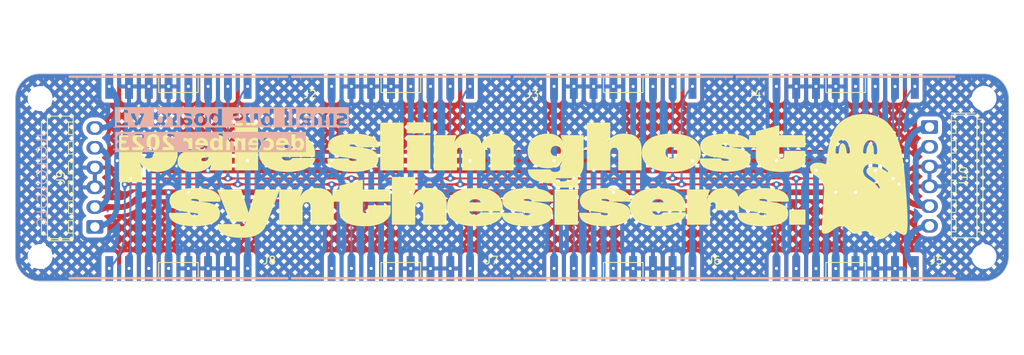
<source format=kicad_pcb>
(kicad_pcb (version 20221018) (generator pcbnew)
  (layers (0 "F.Cu" signal) (31 "B.Cu" signal) (34 "B.Paste" user) (35 "F.Paste" user) (36 "B.SilkS" user "B.Silkscreen") (37 "F.SilkS" user "F.Silkscreen") (38 "B.Mask" user) (39 "F.Mask" user) (44 "Edge.Cuts" user))
  (net 0 "")
  (net 1 "Gate")
  (net 2 "CV")
  (net 3 "+5V")
  (net 4 "+12V")
  (net 5 "GND")
  (net 6 "-12V")
  (footprint "Pale Slim Ghost:PinHeader_2x08_P2.54mm_Edge" (layer "F.Cu") (at 100.33 68.961 90)
    (fp_text reference "J3")
    (fp_text value "Conn_02x08_Odd_Even")
  )
  (footprint "MountingHole:MountingHole_3.2mm_M3" (layer "F.Cu") (at 25.4 73.051)
    (fp_text reference "H1" hide)
    (fp_text value "MountingHole")
  )
  (footprint "MountingHole:MountingHole_3.2mm_M3" (layer "F.Cu") (at 146.685 73.025)
    (fp_text reference "H3" hide)
    (fp_text value "MountingHole")
  )
  (footprint "Pale Slim Ghost:Molex_KK-254_AE-6410-06A_1x06_P2.54mm_Horizontal" (layer "F.Cu") (at 32.442 86.995 90)
    (fp_text reference "J9")
    (fp_text value "Conn_01x06")
  )
  (footprint "Pale Slim Ghost:PinHeader_2x08_P2.54mm_Edge" (layer "F.Cu") (at 71.755 68.961 90)
    (fp_text reference "J2")
    (fp_text value "Conn_02x08_Odd_Even")
  )
  (footprint "Pale Slim Ghost:PinHeader_2x08_P2.54mm_Edge" (layer "F.Cu") (at 128.905 97.409 -90)
    (fp_text reference "J5")
    (fp_text value "Conn_02x08_Odd_Even")
  )
  (footprint "MountingHole:MountingHole_3.2mm_M3" (layer "F.Cu") (at 25.4 93.345)
    (fp_text reference "H2" hide)
    (fp_text value "MountingHole")
  )
  (footprint "Pale Slim Ghost:PinHeader_2x08_P2.54mm_Edge" (layer "F.Cu") (at 43.18 97.409 -90)
    (fp_text reference "J8")
    (fp_text value "Conn_02x08_Odd_Even")
  )
  (footprint "Pale Slim Ghost:PinHeader_2x08_P2.54mm_Edge" (layer "F.Cu") (at 43.18 68.961 90)
    (fp_text reference "J1" hide)
    (fp_text value "Conn_02x08_Odd_Even")
  )
  (footprint "MountingHole:MountingHole_3.2mm_M3" (layer "F.Cu") (at 146.685 93.345)
    (fp_text reference "H4" hide)
    (fp_text value "MountingHole")
  )
  (footprint "Pale Slim Ghost:PinHeader_2x08_P2.54mm_Edge" (layer "F.Cu") (at 71.755 97.409 -90)
    (fp_text reference "J7")
    (fp_text value "Conn_02x08_Odd_Even")
  )
  (footprint "Pale Slim Ghost:Molex_KK-254_AE-6410-06A_1x06_P2.54mm_Horizontal" (layer "F.Cu") (at 139.6825 79.248 -90)
    (fp_text reference "J10")
    (fp_text value "Conn_01x06")
  )
  (footprint "Pale Slim Ghost:PinHeader_2x08_P2.54mm_Edge" (layer "F.Cu") (at 128.905 68.961 90)
    (fp_text reference "J4")
    (fp_text value "Conn_02x08_Odd_Even")
  )
  (footprint "Pale Slim Ghost:PinHeader_2x08_P2.54mm_Edge" (layer "F.Cu") (at 100.33 97.409 -90)
    (fp_text reference "J6")
    (fp_text value "Conn_02x08_Odd_Even")
  )
  (gr_poly (pts (xy 123.634201 89.154001) (xy 121.759128 89.154001) (xy 121.759128 87.418333) (xy 123.634201 87.418333)) (stroke (width 0.211666)) (fill solid) (layer "F.SilkS"))
  (gr_poly (pts (xy 72.000534 82.169) (xy 69.206534 82.169) (xy 69.206534 76.242334) (xy 72.000534 76.242334)) (stroke (width 0.211666)) (fill solid) (layer "F.SilkS"))
  (gr_poly (pts (xy 52.103868 87.790868) (xy 52.281668 87.790868) (xy 53.179135 84.836) (xy 56.040867 84.836) (xy 54.347536 89.264065) (xy 54.307792 89.358694) (xy 54.264739 89.450483) (xy 54.218341 89.539423) (xy 54.168561 89.625503) (xy 54.115365 89.708712) (xy 54.058716 89.789039) (xy 53.998578 89.866472) (xy 53.934917 89.941003) (xy 53.867697 90.012618) (xy 53.796881 90.081308) (xy 53.722435 90.147062) (xy 53.644322 90.209869) (xy 53.562507 90.269718) (xy 53.476954 90.326598) (xy 53.387628 90.380498) (xy 53.294493 90.431408) (xy 53.197513 90.479317) (xy 53.096653 90.524213) (xy 52.991877 90.566086) (xy 52.883149 90.604925) (xy 52.770433 90.64072) (xy 52.653695 90.673459) (xy 52.532898 90.703131) (xy 52.408006 90.729726) (xy 52.278985 90.753233) (xy 52.145798 90.773641) (xy 52.00841 90.790939) (xy 51.866784 90.805116) (xy 51.720886 90.816161) (xy 51.57068 90.824065) (xy 51.41613 90.828814) (xy 51.2572 90.8304) (xy 50.933706 90.824647) (xy 50.624251 90.807398) (xy 50.329778 90.778664) (xy 50.05123 90.738457) (xy 49.789549 90.686791) (xy 49.545678 90.623678) (xy 49.320558 90.549129) (xy 49.115134 90.463158) (xy 48.930348 90.365777) (xy 48.767141 90.256998) (xy 48.626457 90.136834) (xy 48.564856 90.072486) (xy 48.509238 90.005296) (xy 48.459723 89.935267) (xy 48.416427 89.862399) (xy 48.379469 89.786693) (xy 48.348967 89.708153) (xy 48.325038 89.626778) (xy 48.307799 89.542571) (xy 48.29737 89.455533) (xy 48.293867 89.365666) (xy 48.293867 89.281) (xy 51.003201 89.281) (xy 51.003201 89.323334) (xy 51.003596 89.335884) (xy 51.004774 89.34813) (xy 51.006724 89.360067) (xy 51.009435 89.371687) (xy 51.012897 89.382984) (xy 51.017098 89.393953) (xy 51.022028 89.404587) (xy 51.027675 89.41488) (xy 51.03403 89.424826) (xy 51.04108 89.434418) (xy 51.048816 89.44365) (xy 51.057226 89.452517) (xy 51.0663 89.461012) (xy 51.076026 89.469128) (xy 51.086394 89.47686) (xy 51.097393 89.484201) (xy 51.109013 89.491145) (xy 51.121241 89.497687) (xy 51.134068 89.503818) (xy 51.147482 89.509535) (xy 51.161474 89.51483) (xy 51.176031 89.519697) (xy 51.191143 89.524129) (xy 51.206799 89.528122) (xy 51.222988 89.531668) (xy 51.2397 89.534761) (xy 51.256924 89.537396) (xy 51.274648 89.539565) (xy 51.292862 89.541263) (xy 51.311555 89.542484) (xy 51.330717 89.543221) (xy 51.350336 89.543468) (xy 51.395573 89.542261) (xy 51.439186 89.538573) (xy 51.481137 89.532305) (xy 51.521389 89.523359) (xy 51.559904 89.511635) (xy 51.596646 89.497033) (xy 51.61434 89.488622) (xy 51.631577 89.479455) (xy 51.648352 89.469518) (xy 51.66466 89.458801) (xy 51.680497 89.447289) (xy 51.695858 89.434972) (xy 51.710739 89.421835) (xy 51.725134 89.407868) (xy 51.739039 89.393058) (xy 51.75245 89.377391) (xy 51.765362 89.360857) (xy 51.77777 89.343442) (xy 51.789669 89.325134) (xy 51.801055 89.305921) (xy 51.811923 89.28579) (xy 51.822269 89.264728) (xy 51.832088 89.242725) (xy 51.841375 89.219766) (xy 51.858336 89.170933) (xy 51.985335 88.764534) (xy 49.919469 88.764534) (xy 48.302334 84.836) (xy 51.172536 84.836)) (stroke (width 0.211666)) (fill solid) (layer "F.SilkS"))
  (gr_poly (pts (xy 131.689574 75.155618) (xy 132.103537 75.21452) (xy 132.509147 75.308968) (xy 132.707656 75.369446) (xy 132.902681 75.438719) (xy 133.093756 75.516756) (xy 133.280415 75.603528) (xy 133.462193 75.699004) (xy 133.638625 75.803152) (xy 133.809244 75.915943) (xy 133.973587 76.037347) (xy 134.131186 76.167332) (xy 134.281577 76.305868) (xy 134.424294 76.452925) (xy 134.558871 76.608472) (xy 134.809684 76.942878) (xy 135.035101 77.297271) (xy 135.236713 77.669487) (xy 135.416111 78.057363) (xy 135.574886 78.458736) (xy 135.714629 78.871441) (xy 135.836933 79.293315) (xy 135.943387 79.722194) (xy 136.035584 80.155915) (xy 136.115114 80.592315) (xy 136.183569 81.02923) (xy 136.242539 81.464495) (xy 136.338392 82.321425) (xy 136.415402 83.145796) (xy 136.625072 85.760978) (xy 136.697328 86.93377) (xy 136.742745 87.981586) (xy 136.757484 88.878094) (xy 136.737704 89.59696) (xy 136.71367 89.881548) (xy 136.679567 90.111852) (xy 136.634914 90.284578) (xy 136.579233 90.396437) (xy 136.559392 90.41815) (xy 136.536783 90.435157) (xy 136.511587 90.447713) (xy 136.483984 90.456069) (xy 136.454157 90.46048) (xy 136.422288 90.461198) (xy 136.388557 90.458477) (xy 136.353146 90.452569) (xy 136.316237 90.443728) (xy 136.278011 90.432207) (xy 136.198337 90.402138) (xy 136.115573 90.364386) (xy 136.031174 90.320979) (xy 135.946592 90.273939) (xy 135.863278 90.225294) (xy 135.706265 90.131285) (xy 135.635471 90.089973) (xy 135.571755 90.055156) (xy 135.516569 90.02886) (xy 135.492628 90.019539) (xy 135.471365 90.013109) (xy 135.40394 89.998514) (xy 135.339051 89.988489) (xy 135.276564 89.982833) (xy 135.216343 89.981342) (xy 135.158253 89.983816) (xy 135.10216 89.990053) (xy 135.047928 89.999852) (xy 134.995422 90.01301) (xy 134.944507 90.029327) (xy 134.895049 90.048601) (xy 134.846911 90.070629) (xy 134.79996 90.095211) (xy 134.75406 90.122144) (xy 134.709076 90.151228) (xy 134.621316 90.21504) (xy 134.535599 90.285033) (xy 134.450846 90.359594) (xy 134.279911 90.51597) (xy 134.191567 90.594559) (xy 134.099867 90.671265) (xy 134.003728 90.744474) (xy 133.953657 90.779264) (xy 133.902072 90.812575) (xy 133.821238 90.859973) (xy 133.743068 90.900276) (xy 133.667422 90.933757) (xy 133.594161 90.960691) (xy 133.523145 90.981353) (xy 133.454236 90.996017) (xy 133.387294 91.004959) (xy 133.32218 91.008452) (xy 133.258755 91.006772) (xy 133.196878 91.000192) (xy 133.136412 90.988989) (xy 133.077216 90.973435) (xy 133.019152 90.953807) (xy 132.96208 90.930378) (xy 132.905861 90.903423) (xy 132.850355 90.873217) (xy 132.740926 90.80415) (xy 132.63268 90.725373) (xy 132.524503 90.639085) (xy 132.415279 90.547482) (xy 132.189237 90.357118) (xy 132.07019 90.262752) (xy 131.945639 90.17186) (xy 131.876811 90.126531) (xy 131.810477 90.087458) (xy 131.746474 90.054334) (xy 131.684642 90.026853) (xy 131.62482 90.004709) (xy 131.566846 89.987597) (xy 131.510559 89.975211) (xy 131.455799 89.967244) (xy 131.402404 89.963391) (xy 131.350213 89.963346) (xy 131.299065 89.966803) (xy 131.248799 89.973457) (xy 131.199253 89.983001) (xy 131.150268 89.995129) (xy 131.05333 90.025916) (xy 130.956698 90.06337) (xy 130.859081 90.105044) (xy 130.655742 90.191267) (xy 130.547441 90.230921) (xy 130.491068 90.248813) (xy 130.433 90.265008) (xy 130.373075 90.279199) (xy 130.311131 90.29108) (xy 130.247008 90.300346) (xy 130.180545 90.306691) (xy 130.117961 90.308801) (xy 130.057977 90.306224) (xy 130.000439 90.299228) (xy 129.945194 90.288083) (xy 129.892086 90.273058) (xy 129.840963 90.254423) (xy 129.79167 90.232447) (xy 129.744052 90.207399) (xy 129.697956 90.179549) (xy 129.653228 90.149166) (xy 129.609713 90.116519) (xy 129.567258 90.081879) (xy 129.484909 90.007692) (xy 129.404949 89.92876) (xy 129.247263 89.765283) (xy 129.167072 89.685048) (xy 129.084339 89.608687) (xy 129.041633 89.572633) (xy 128.99783 89.538356) (xy 128.952774 89.506126) (xy 128.906313 89.476211) (xy 128.858291 89.448881) (xy 128.808555 89.424405) (xy 128.75695 89.403053) (xy 128.703323 89.385094) (xy 128.643766 89.369265) (xy 128.584493 89.356969) (xy 128.525532 89.348067) (xy 128.466909 89.34242) (xy 128.408653 89.33989) (xy 128.35079 89.340337) (xy 128.293349 89.343625) (xy 128.236356 89.349613) (xy 128.17984 89.358164) (xy 128.123826 89.369138) (xy 128.013419 89.397804) (xy 127.905354 89.434501) (xy 127.799851 89.478122) (xy 127.697128 89.527556) (xy 127.597406 89.581696) (xy 127.500902 89.639433) (xy 127.407837 89.699657) (xy 127.232898 89.823135) (xy 127.074344 89.943259) (xy 127.022268 89.982002) (xy 126.963418 90.02302) (xy 126.898717 90.065171) (xy 126.82909 90.107317) (xy 126.75546 90.148319) (xy 126.678753 90.187036) (xy 126.599892 90.22233) (xy 126.519802 90.25306) (xy 126.439407 90.278088) (xy 126.399384 90.288107) (xy 126.359631 90.296273) (xy 126.320264 90.302444) (xy 126.281398 90.306478) (xy 126.243149 90.308231) (xy 126.205633 90.307561) (xy 126.168965 90.304326) (xy 126.13326 90.298383) (xy 126.098635 90.289591) (xy 126.065204 90.277806) (xy 126.033083 90.262887) (xy 126.002388 90.24469) (xy 125.973234 90.223073) (xy 125.945737 90.197894) (xy 125.940579 90.156497) (xy 125.940221 90.050958) (xy 125.952686 89.666492) (xy 126.021805 88.337292) (xy 126.133587 86.514934) (xy 126.268527 84.504061) (xy 126.23843 84.373234) (xy 126.199958 84.244096) (xy 126.15338 84.116935) (xy 126.098963 83.99204) (xy 126.036974 83.8697) (xy 125.967681 83.750203) (xy 125.891351 83.633838) (xy 125.808252 83.520895) (xy 125.718651 83.411662) (xy 125.622815 83.306428) (xy 125.521012 83.205481) (xy 125.413509 83.10911) (xy 125.300574 83.017605) (xy 125.182475 82.931254) (xy 125.059478 82.850345) (xy 124.931851 82.775169) (xy 124.862808 82.733869) (xy 124.799176 82.689955) (xy 124.740914 82.643677) (xy 124.687982 82.595285) (xy 124.64034 82.545031) (xy 124.597946 82.493163) (xy 124.56076 82.439933) (xy 124.528742 82.38559) (xy 124.512324 82.351887) (xy 131.04581 82.351887) (xy 131.047353 82.39059) (xy 131.051957 82.43396) (xy 131.059581 82.481363) (xy 131.070187 82.532164) (xy 131.083734 82.585726) (xy 131.100184 82.641415) (xy 131.119497 82.698594) (xy 131.141633 82.75663) (xy 131.166554 82.814886) (xy 131.194218 82.872727) (xy 131.224588 82.929517) (xy 131.257623 82.984622) (xy 131.293284 83.037405) (xy 131.331531 83.087232) (xy 131.372326 83.133467) (xy 131.393666 83.155039) (xy 131.415628 83.175475) (xy 131.508648 83.255195) (xy 131.608287 83.335048) (xy 131.712668 83.414165) (xy 131.819913 83.491678) (xy 131.928147 83.56672) (xy 132.035491 83.63842) (xy 132.14007 83.705912) (xy 132.240005 83.768327) (xy 132.286599 83.797483) (xy 132.329655 83.82556) (xy 132.369568 83.852856) (xy 132.406737 83.879668) (xy 132.441556 83.906294) (xy 132.474424 83.933031) (xy 132.505736 83.960176) (xy 132.535889 83.988026) (xy 132.565281 84.016878) (xy 132.594306 84.04703) (xy 132.623364 84.078779) (xy 132.652848 84.112422) (xy 132.714688 84.186579) (xy 132.782999 84.271879) (xy 132.973111 84.512773) (xy 133.156228 84.746577) (xy 133.435507 84.568049) (xy 133.390037 84.461484) (xy 133.34653 84.363179) (xy 133.304985 84.273134) (xy 133.265404 84.191348) (xy 133.227787 84.117821) (xy 133.192133 84.052555) (xy 133.158444 83.995547) (xy 133.126718 83.946799) (xy 133.078325 83.876779) (xy 133.024722 83.801099) (xy 132.964912 83.720552) (xy 132.932368 83.678701) (xy 132.897899 83.63593) (xy 132.861381 83.592339) (xy 132.822688 83.548026) (xy 132.781697 83.50309) (xy 132.738282 83.45763) (xy 132.692319 83.411746) (xy 132.643684 83.365535) (xy 132.592253 83.319099) (xy 132.5379 83.272534) (xy 132.435107 83.187504) (xy 132.348204 83.117053) (xy 132.274271 83.058565) (xy 132.210387 83.009427) (xy 132.153631 82.967026) (xy 132.101085 82.928747) (xy 131.996939 82.8541) (xy 131.969407 82.833197) (xy 131.941667 82.809996) (xy 131.913993 82.784807) (xy 131.886659 82.757942) (xy 131.859938 82.729711) (xy 131.834104 82.700426) (xy 131.809431 82.670398) (xy 131.786193 82.639937) (xy 131.764663 82.609355) (xy 131.745116 82.578962) (xy 131.727825 82.549069) (xy 131.713063 82.519989) (xy 131.701106 82.49203) (xy 131.692226 82.465505) (xy 131.689025 82.452878) (xy 131.686697 82.440725) (xy 131.685275 82.429086) (xy 131.684793 82.418) (xy 131.684005 82.364956) (xy 131.684775 82.332326) (xy 131.687881 82.296765) (xy 131.690676 82.278153) (xy 131.694493 82.25913) (xy 131.69948 82.239801) (xy 131.705782 82.220275) (xy 131.713546 82.200659) (xy 131.722918 82.181059) (xy 131.734044 82.161582) (xy 131.74707 82.142335) (xy 131.762143 82.123426) (xy 131.779409 82.104962) (xy 131.799014 82.087048) (xy 131.821105 82.069794) (xy 131.845828 82.053304) (xy 131.873328 82.037687) (xy 131.903753 82.02305) (xy 131.937248 82.009499) (xy 131.973961 81.997141) (xy 132.014036 81.986084) (xy 132.057621 81.976435) (xy 132.104861 81.9683) (xy 132.155903 81.961786) (xy 132.210893 81.957001) (xy 132.269978 81.954052) (xy 132.333304 81.953045) (xy 132.567571 81.955663) (xy 132.665949 81.959019) (xy 132.753623 81.963813) (xy 132.831945 81.970102) (xy 132.902265 81.977939) (xy 132.965934 81.987381) (xy 133.024304 81.998483) (xy 133.078725 82.011301) (xy 133.130547 82.02589) (xy 133.181122 82.042305) (xy 133.2318 82.060601) (xy 133.462564 82.153713) (xy 133.530074 82.181975) (xy 133.596813 82.211716) (xy 133.662505 82.242714) (xy 133.726874 82.274744) (xy 133.85054 82.34101) (xy 133.965607 82.408729) (xy 134.069869 82.476116) (xy 134.117259 82.509126) (xy 134.16112 82.541384) (xy 134.201177 82.572665) (xy 134.237155 82.602748) (xy 134.268776 82.631407) (xy 134.295767 82.658421) (xy 134.520193 82.418) (xy 134.474531 82.361877) (xy 134.422662 82.303133) (xy 134.365334 82.242406) (xy 134.303292 82.180332) (xy 134.237281 82.117551) (xy 134.168048 82.054699) (xy 134.096338 81.992415) (xy 134.022898 81.931336) (xy 133.948472 81.8721) (xy 133.873808 81.815345) (xy 133.79965 81.761708) (xy 133.726744 81.711828) (xy 133.655837 81.666341) (xy 133.587674 81.625886) (xy 133.523001 81.5911) (xy 133.462564 81.562622) (xy 133.346934 81.513362) (xy 133.22941 81.46682) (xy 133.168574 81.444939) (xy 133.105627 81.424183) (xy 133.040024 81.4047) (xy 132.971219 81.386638) (xy 132.898665 81.370145) (xy 132.821819 81.355371) (xy 132.740132 81.342462) (xy 132.65306 81.331568) (xy 132.560058 81.322837) (xy 132.460578 81.316416) (xy 132.354076 81.312456) (xy 132.240005 81.311102) (xy 132.170598 81.31283) (xy 132.131393 81.315281) (xy 132.089599 81.319048) (xy 132.045524 81.324326) (xy 131.999477 81.331308) (xy 131.951768 81.340188) (xy 131.902705 81.351161) (xy 131.852597 81.36442) (xy 131.801753 81.38016) (xy 131.750482 81.398574) (xy 131.699092 81.419856) (xy 131.647892 81.4442) (xy 131.597192 81.4718) (xy 131.547301 81.502851) (xy 131.498526 81.537545) (xy 131.468562 81.561129) (xy 131.43975 81.585395) (xy 131.38553 81.63575) (xy 131.335761 81.68816) (xy 131.290337 81.742176) (xy 131.249154 81.797347) (xy 131.212105 81.853224) (xy 131.179085 81.909358) (xy 131.149988 81.965298) (xy 131.12471 82.020595) (xy 131.103145 82.074799) (xy 131.085186 82.127461) (xy 131.070729 82.17813) (xy 131.059669 82.226357) (xy 131.051899 82.271692) (xy 131.047315 82.313685) (xy 131.04581 82.351887) (xy 124.512324 82.351887) (xy 124.50185 82.330386) (xy 124.480045 82.274569) (xy 124.463285 82.218392) (xy 124.45153 82.162103) (xy 124.444739 82.105953) (xy 124.442872 82.050194) (xy 124.445888 81.995074) (xy 124.453747 81.940844) (xy 124.466407 81.887754) (xy 124.483828 81.836056) (xy 124.50597 81.785999) (xy 124.532792 81.737833) (xy 124.564253 81.691808) (xy 124.600313 81.648176) (xy 124.64093 81.607187) (xy 124.686065 81.56909) (xy 124.735677 81.534136) (xy 124.789725 81.502575) (xy 124.848169 81.474658) (xy 124.910967 81.450635) (xy 124.97808 81.430756) (xy 125.049467 81.415272) (xy 125.125086 81.404433) (xy 125.204898 81.398489) (xy 125.363108 81.396371) (xy 125.510237 81.402888) (xy 125.646406 81.416868) (xy 125.771734 81.437137) (xy 125.886343 81.462524) (xy 125.990354 81.491855) (xy 126.083886 81.523959) (xy 126.16706 81.557661) (xy 126.239997 81.591791) (xy 126.302819 81.625174) (xy 126.355644 81.656639) (xy 126.398594 81.685012) (xy 126.455352 81.727794) (xy 126.474057 81.74414) (xy 126.474635 81.757369) (xy 126.475124 81.761746) (xy 126.47583 81.76508) (xy 126.476277 81.766126) (xy 126.476792 81.766636) (xy 126.477382 81.766517) (xy 126.47805 81.765677) (xy 126.478802 81.764025) (xy 126.479643 81.761469) (xy 126.481609 81.753276) (xy 126.48399 81.740363) (xy 126.486823 81.721994) (xy 126.490149 81.697434) (xy 126.494007 81.665947) (xy 126.498436 81.626798) (xy 126.503476 81.579251) (xy 126.55382 81.096129) (xy 126.608887 80.613046) (xy 126.639644 80.371879) (xy 126.673322 80.131154) (xy 126.710503 79.891014) (xy 126.717843 79.848425) (xy 127.510006 79.848425) (xy 127.510782 79.937289) (xy 127.511765 79.953603) (xy 127.513553 79.969674) (xy 127.516126 79.985483) (xy 127.519462 80.001012) (xy 127.523542 80.016239) (xy 127.528344 80.031147) (xy 127.533847 80.045717) (xy 127.540032 80.059928) (xy 127.546877 80.073761) (xy 127.554363 80.087198) (xy 127.562467 80.100219) (xy 127.57117 80.112805) (xy 127.580452 80.124936) (xy 127.59029 80.136594) (xy 127.600665 80.147759) (xy 127.611557 80.158412) (xy 127.622944 80.168534) (xy 127.634805 80.178105) (xy 127.647121 80.187106) (xy 127.659871 80.195518) (xy 127.673033 80.203322) (xy 127.686587 80.210499) (xy 127.700514 80.217028) (xy 127.714791 80.222892) (xy 127.729399 80.22807) (xy 127.744316 80.232544) (xy 127.759522 80.236294) (xy 127.774997 80.239301) (xy 127.79072 80.241546) (xy 127.80667 80.243009) (xy 127.822827 80.243672) (xy 127.839169 80.243514) (xy 127.855483 80.242531) (xy 127.871555 80.240743) (xy 127.887364 80.238171) (xy 127.902893 80.234835) (xy 127.91812 80.230755) (xy 127.933029 80.225954) (xy 127.947598 80.22045) (xy 127.961809 80.214266) (xy 127.975643 80.20742) (xy 127.98908 80.199935) (xy 128.002101 80.191831) (xy 128.014687 80.183128) (xy 128.026819 80.173847) (xy 128.038477 80.164009) (xy 128.049642 80.153633) (xy 128.060295 80.142742) (xy 128.070417 80.131355) (xy 128.079988 80.119494) (xy 128.088989 80.107178) (xy 128.097402 80.094429) (xy 128.105206 80.081266) (xy 128.112382 80.067712) (xy 128.118912 80.053785) (xy 128.124776 80.039508) (xy 128.129954 80.0249) (xy 128.134428 80.009983) (xy 128.138179 79.994776) (xy 128.141186 79.979301) (xy 128.143431 79.963577) (xy 128.144895 79.947627) (xy 128.145558 79.93147) (xy 128.145401 79.915127) (xy 128.144614 79.83086) (xy 128.147884 79.744537) (xy 128.154964 79.657182) (xy 128.165608 79.569818) (xy 128.17957 79.483467) (xy 128.196604 79.399153) (xy 128.216464 79.317899) (xy 128.238904 79.240728) (xy 128.263679 79.168663) (xy 128.290541 79.102728) (xy 128.319246 79.043944) (xy 128.349547 78.993335) (xy 128.381197 78.951924) (xy 128.397452 78.934988) (xy 128.413952 78.920735) (xy 128.430667 78.909293) (xy 128.447565 78.90079) (xy 128.464616 78.895354) (xy 128.48179 78.893113) (xy 128.501969 78.893713) (xy 128.521934 78.896894) (xy 128.541664 78.902604) (xy 128.561138 78.910788) (xy 128.580333 78.921393) (xy 128.59923 78.934367) (xy 128.617806 78.949656) (xy 128.636041 78.967205) (xy 128.653912 78.986964) (xy 128.671398 79.008877) (xy 128.688478 79.032892) (xy 128.705131 79.058955) (xy 128.721335 79.087013) (xy 128.737068 79.117013) (xy 128.75231 79.148902) (xy 128.767039 79.182626) (xy 128.781234 79.218132) (xy 128.794873 79.255366) (xy 128.807934 79.294276) (xy 128.820397 79.334808) (xy 128.83224 79.376909) (xy 128.843442 79.420525) (xy 128.853981 79.465604) (xy 128.863836 79.512091) (xy 128.872986 79.559934) (xy 128.881408 79.60908) (xy 128.889082 79.659474) (xy 128.895987 79.711065) (xy 128.902101 79.763798) (xy 128.907402 79.81762) (xy 128.911869 79.872478) (xy 128.915481 79.928318) (xy 128.916815 79.944608) (xy 128.918947 79.960637) (xy 128.921859 79.976387) (xy 128.925527 79.99184) (xy 128.929933 80.006977) (xy 128.935053 80.021779) (xy 128.940868 80.036226) (xy 128.947357 80.050301) (xy 128.954497 80.063985) (xy 128.962269 80.077258) (xy 128.970651 80.090102) (xy 128.979623 80.102498) (xy 128.989162 80.114428) (xy 128.999248 80.125872) (xy 129.009861 80.136812) (xy 129.020978 80.147229) (xy 129.03258 80.157103) (xy 129.044644 80.166418) (xy 129.05715 80.175153) (xy 129.070078 80.183289) (xy 129.083404 80.190809) (xy 129.09711 80.197693) (xy 129.111173 80.203922) (xy 129.125573 80.209477) (xy 129.140289 80.214341) (xy 129.155299 80.218494) (xy 129.170583 80.221916) (xy 129.18612 80.224591) (xy 129.201887 80.226497) (xy 129.217866 80.227618) (xy 129.234033 80.227934) (xy 129.250369 80.227426) (xy 129.266658 80.226093) (xy 129.282687 80.22396) (xy 129.298437 80.221049) (xy 129.31389 80.21738) (xy 129.329027 80.212975) (xy 129.343828 80.207855) (xy 129.358276 80.20204) (xy 129.372351 80.195552) (xy 129.386034 80.188411) (xy 129.399308 80.180639) (xy 129.412152 80.172258) (xy 129.424548 80.163286) (xy 129.436478 80.153747) (xy 129.447922 80.143661) (xy 129.458862 80.133048) (xy 129.469279 80.121931) (xy 129.479154 80.11033) (xy 129.488468 80.098265) (xy 129.497203 80.085759) (xy 129.505339 80.072832) (xy 129.512859 80.059505) (xy 129.519743 80.0458) (xy 129.525972 80.031736) (xy 129.531527 80.017336) (xy 129.536391 80.002621) (xy 129.540543 79.987611) (xy 129.543965 79.972327) (xy 129.546639 79.956791) (xy 129.548546 79.941023) (xy 129.549666 79.925045) (xy 129.549828 79.916707) (xy 131.044406 79.916707) (xy 131.044819 79.933046) (xy 131.046045 79.94917) (xy 131.048064 79.965059) (xy 131.050857 79.980694) (xy 131.054402 79.996055) (xy 131.05868 80.011122) (xy 131.063672 80.025874) (xy 131.069357 80.040292) (xy 131.075715 80.054356) (xy 131.082727 80.068046) (xy 131.090372 80.081342) (xy 131.098631 80.094224) (xy 131.107483 80.106672) (xy 131.116908 80.118667) (xy 131.126888 80.130187) (xy 131.137401 80.141213) (xy 131.148427 80.151726) (xy 131.159948 80.161706) (xy 131.171942 80.171131) (xy 131.18439 80.179983) (xy 131.197273 80.188242) (xy 131.210569 80.195887) (xy 131.224259 80.202898) (xy 131.238323 80.209256) (xy 131.252742 80.214941) (xy 131.267494 80.219933) (xy 131.282561 80.224211) (xy 131.297922 80.227757) (xy 131.313558 80.230549) (xy 131.329448 80.232568) (xy 131.345572 80.233794) (xy 131.361911 80.234207) (xy 131.378249 80.233794) (xy 131.394373 80.232568) (xy 131.410262 80.230549) (xy 131.425897 80.227757) (xy 131.441258 80.224211) (xy 131.456325 80.219933) (xy 131.471077 80.214941) (xy 131.485495 80.209256) (xy 131.499559 80.202898) (xy 131.513249 80.195887) (xy 131.526545 80.188242) (xy 131.539427 80.179983) (xy 131.551875 80.171131) (xy 131.563869 80.161706) (xy 131.575389 80.151726) (xy 131.586416 80.141213) (xy 131.596929 80.130187) (xy 131.606908 80.118667) (xy 131.616333 80.106672) (xy 131.625185 80.094224) (xy 131.633444 80.081342) (xy 131.641089 80.068046) (xy 131.648101 80.054356) (xy 131.654459 80.040292) (xy 131.660144 80.025874) (xy 131.665135 80.011122) (xy 131.669414 79.996055) (xy 131.672959 79.980694) (xy 131.675751 79.965059) (xy 131.67777 79.94917) (xy 131.678997 79.933046) (xy 131.67941 79.916707) (xy 131.682002 79.821618) (xy 131.689559 79.727577) (xy 131.701745 79.635327) (xy 131.718228 79.545609) (xy 131.738676 79.459166) (xy 131.762753 79.376739) (xy 131.790129 79.299073) (xy 131.820468 79.226908) (xy 131.853438 79.160986) (xy 131.888707 79.102051) (xy 131.925939 79.050844) (xy 131.964804 79.008108) (xy 131.984743 78.990148) (xy 132.004966 78.974584) (xy 132.02543 78.961509) (xy 132.046093 78.951016) (xy 132.066915 78.943196) (xy 132.087852 78.938144) (xy 132.108865 78.935952) (xy 132.12991 78.936713) (xy 132.150007 78.94017) (xy 132.169476 78.946106) (xy 132.188308 78.954466) (xy 132.206495 78.965195) (xy 132.224029 78.978237) (xy 132.240901 78.993537) (xy 132.257103 79.011038) (xy 132.272627 79.030687) (xy 132.287464 79.052427) (xy 132.301606 79.076203) (xy 132.315044 79.101959) (xy 132.327771 79.12964) (xy 132.339777 79.159191) (xy 132.351055 79.190557) (xy 132.361595 79.223681) (xy 132.37139 79.258508) (xy 132.380432 79.294983) (xy 132.388711 79.333051) (xy 132.39622 79.372655) (xy 132.40295 79.413742) (xy 132.408893 79.456254) (xy 132.414041 79.500137) (xy 132.421916 79.591794) (xy 132.426508 79.688269) (xy 132.42775 79.789117) (xy 132.425576 79.893897) (xy 132.419919 80.002164) (xy 132.419229 80.018493) (xy 132.419365 80.034663) (xy 132.420309 80.050653) (xy 132.42204 80.066441) (xy 132.424542 80.082006) (xy 132.427794 80.097326) (xy 132.43178 80.112382) (xy 132.43648 80.12715) (xy 132.441875 80.141611) (xy 132.447948 80.155742) (xy 132.454679 80.169523) (xy 132.46205 80.182933) (xy 132.470042 80.195949) (xy 132.478637 80.208552) (xy 132.487817 80.220718) (xy 132.497562 80.232429) (xy 132.507855 80.243661) (xy 132.518676 80.254394) (xy 132.530007 80.264607) (xy 132.54183 80.274278) (xy 132.554126 80.283386) (xy 132.566876 80.291909) (xy 132.580062 80.299828) (xy 132.593665 80.30712) (xy 132.607667 80.313764) (xy 132.622049 80.319738) (xy 132.636793 80.325023) (xy 132.65188 80.329595) (xy 132.667291 80.333435) (xy 132.683008 80.336521) (xy 132.699013 80.338831) (xy 132.715286 80.340345) (xy 132.731615 80.341034) (xy 132.747785 80.340897) (xy 132.763775 80.339954) (xy 132.779563 80.338222) (xy 132.795128 80.335721) (xy 132.810449 80.332467) (xy 132.825504 80.328482) (xy 132.840273 80.323782) (xy 132.854734 80.318386) (xy 132.868866 80.312313) (xy 132.882647 80.305582) (xy 132.896057 80.29821) (xy 132.909073 80.290218) (xy 132.921676 80.281622) (xy 132.933843 80.272442) (xy 132.945553 80.262697) (xy 132.956786 80.252404) (xy 132.967519 80.241582) (xy 132.977732 80.230251) (xy 132.987403 80.218428) (xy 132.996511 80.206132) (xy 133.005035 80.193381) (xy 133.012954 80.180195) (xy 133.020246 80.166592) (xy 133.02689 80.152589) (xy 133.032865 80.138207) (xy 133.038149 80.123463) (xy 133.042721 80.108376) (xy 133.046561 80.092965) (xy 133.049647 80.077247) (xy 133.051956 80.061243) (xy 133.05347 80.044969) (xy 133.059812 79.926352) (xy 133.062667 79.807665) (xy 133.061776 79.689433) (xy 133.056881 79.572179) (xy 133.047722 79.456428) (xy 133.034042 79.342703) (xy 133.025425 79.286764) (xy 133.015581 79.231529) (xy 133.004477 79.177062) (xy 132.992081 79.12343) (xy 132.969389 79.039454) (xy 132.943325 78.958989) (xy 132.91384 78.882221) (xy 132.880888 78.809337) (xy 132.844423 78.740521) (xy 132.804396 78.675961) (xy 132.760761 78.615843) (xy 132.713471 78.560353) (xy 132.662479 78.509676) (xy 132.63558 78.486201) (xy 132.607738 78.464) (xy 132.578947 78.443095) (xy 132.549201 78.423509) (xy 132.518494 78.405267) (xy 132.48682 78.388391) (xy 132.454174 78.372905) (xy 132.42055 78.358832) (xy 132.385941 78.346195) (xy 132.350342 78.335017) (xy 132.313747 78.325322) (xy 132.27615 78.317133) (xy 132.237546 78.310473) (xy 132.197928 78.305366) (xy 132.127218 78.300331) (xy 132.058728 78.300585) (xy 131.992459 78.305958) (xy 131.928415 78.316278) (xy 131.866595 78.331373) (xy 131.807001 78.351071) (xy 131.749636 78.375202) (xy 131.694501 78.403592) (xy 131.641598 78.436071) (xy 131.590927 78.472467) (xy 131.542491 78.512608) (xy 131.496291 78.556323) (xy 131.45233 78.60344) (xy 131.410607 78.653786) (xy 131.371126 78.707192) (xy 131.333888 78.763484) (xy 131.298894 78.822492) (xy 131.266146 78.884043) (xy 131.235646 78.947966) (xy 131.207395 79.014089) (xy 131.181394 79.082241) (xy 131.157646 79.15225) (xy 131.136152 79.223944) (xy 131.116914 79.297152) (xy 131.099933 79.371702) (xy 131.085211 79.447422) (xy 131.07275 79.524141) (xy 131.06255 79.601687) (xy 131.048944 79.758573) (xy 131.044406 79.916707) (xy 129.549828 79.916707) (xy 129.549981 79.908877) (xy 129.549472 79.892541) (xy 129.536633 79.720002) (xy 129.517695 79.553136) (xy 129.492387 79.39274) (xy 129.460435 79.239609) (xy 129.421568 79.09454) (xy 129.375512 78.958328) (xy 129.321994 78.83177) (xy 129.260744 78.715662) (xy 129.191487 78.610799) (xy 129.153771 78.562834) (xy 129.113951 78.517978) (xy 129.071994 78.476332) (xy 129.027864 78.437994) (xy 128.981529 78.403065) (xy 128.932953 78.371644) (xy 128.882104 78.343831) (xy 128.828947 78.319724) (xy 128.773447 78.299424) (xy 128.715571 78.283029) (xy 128.655284 78.27064) (xy 128.592553 78.262356) (xy 128.527344 78.258276) (xy 128.459622 78.2585) (xy 128.419655 78.260813) (xy 128.380671 78.264909) (xy 128.342661 78.270759) (xy 128.305616 78.278337) (xy 128.269528 78.287613) (xy 128.234388 78.298561) (xy 128.200187 78.311152) (xy 128.166916 78.325359) (xy 128.134567 78.341154) (xy 128.103131 78.35851) (xy 128.072598 78.377398) (xy 128.04296 78.39779) (xy 128.014209 78.41966) (xy 127.986335 78.442979) (xy 127.959329 78.46772) (xy 127.933184 78.493854) (xy 127.90789 78.521355) (xy 127.883437 78.550193) (xy 127.859819 78.580342) (xy 127.837025 78.611774) (xy 127.793876 78.678375) (xy 127.75392 78.749774) (xy 127.717086 78.825748) (xy 127.683305 78.906076) (xy 127.652506 78.990536) (xy 127.624618 79.078905) (xy 127.609419 79.13331) (xy 127.595304 79.188924) (xy 127.570322 79.302655) (xy 127.549661 79.417854) (xy 127.533311 79.532274) (xy 127.521259 79.643673) (xy 127.513494 79.749804) (xy 127.510006 79.848425) (xy 126.717843 79.848425) (xy 126.751767 79.651603) (xy 126.851418 79.140524) (xy 126.908021 78.884769) (xy 126.970431 78.630097) (xy 127.039614 78.377428) (xy 127.116536 78.127681) (xy 127.202164 77.881778) (xy 127.297465 77.640638) (xy 127.403404 77.40518) (xy 127.520948 77.176325) (xy 127.651064 76.954993) (xy 127.794719 76.742103) (xy 127.952877 76.538576) (xy 128.126507 76.345331) (xy 128.316574 76.163288) (xy 128.524045 75.993369) (xy 128.694494 75.871538) (xy 128.870769 75.759112) (xy 129.052403 75.656061) (xy 129.238931 75.562354) (xy 129.429888 75.477961) (xy 129.624808 75.402852) (xy 129.823226 75.336994) (xy 130.024676 75.280359) (xy 130.228692 75.232916) (xy 130.43481 75.194634) (xy 130.851487 75.145432) (xy 131.270983 75.132508)) (stroke (width 0.211666)) (fill solid) (layer "F.SilkS"))
  (gr_poly (pts (xy 105.199171 84.651071) (xy 105.569509 84.680409) (xy 105.91916 84.729169) (xy 106.247405 84.797239) (xy 106.553524 84.884508) (xy 106.836798 84.990864) (xy 107.096507 85.116196) (xy 107.2173 85.185943) (xy 107.331933 85.260392) (xy 107.440314 85.339529) (xy 107.542355 85.42334) (xy 107.637965 85.511812) (xy 107.727055 85.604929) (xy 107.809534 85.702679) (xy 107.885313 85.805047) (xy 107.954302 85.91202) (xy 108.01641 86.023583) (xy 108.071549 86.139722) (xy 108.119627 86.260424) (xy 108.160555 86.385674) (xy 108.194244 86.515459) (xy 108.220602 86.649765) (xy 108.239541 86.788578) (xy 108.250971 86.931883) (xy 108.2548 87.079667) (xy 108.2548 87.426801) (xy 103.928335 87.426801) (xy 103.933393 87.455078) (xy 103.939033 87.48276) (xy 103.945244 87.509847) (xy 103.952014 87.536338) (xy 103.959329 87.562234) (xy 103.967177 87.587535) (xy 103.975546 87.61224) (xy 103.984424 87.63635) (xy 103.993797 87.659865) (xy 104.003655 87.682785) (xy 104.013984 87.705109) (xy 104.024771 87.726838) (xy 104.036005 87.747971) (xy 104.047674 87.768509) (xy 104.059763 87.788453) (xy 104.072262 87.8078) (xy 104.086005 87.825759) (xy 104.10025 87.843124) (xy 104.115004 87.859897) (xy 104.130273 87.87608) (xy 104.146062 87.891673) (xy 104.162378 87.906678) (xy 104.179228 87.921098) (xy 104.196617 87.934933) (xy 104.214553 87.948185) (xy 104.233039 87.960856) (xy 104.252084 87.972947) (xy 104.271694 87.984459) (xy 104.291874 87.995396) (xy 104.31263 88.005756) (xy 104.33397 88.015544) (xy 104.355898 88.024759) (xy 104.401547 88.041479) (xy 104.449627 88.05593) (xy 104.500187 88.068123) (xy 104.553277 88.078072) (xy 104.608947 88.085788) (xy 104.667245 88.091284) (xy 104.728223 88.094573) (xy 104.791928 88.095666) (xy 104.85573 88.094286) (xy 104.916978 88.090176) (xy 104.975695 88.083388) (xy 105.031907 88.073971) (xy 105.085639 88.061973) (xy 105.136915 88.047446) (xy 105.185759 88.030438) (xy 105.232198 88.011) (xy 105.276256 87.98918) (xy 105.317957 87.965028) (xy 105.357326 87.938595) (xy 105.394388 87.909929) (xy 105.429168 87.87908) (xy 105.461691 87.846098) (xy 105.491982 87.811033) (xy 105.520065 87.773933) (xy 108.280197 87.773933) (xy 108.255605 87.863371) (xy 108.224749 87.950679) (xy 108.187713 88.035811) (xy 108.144583 88.118719) (xy 108.095444 88.199357) (xy 108.040381 88.27768) (xy 107.97948 88.353639) (xy 107.912826 88.42719) (xy 107.840503 88.498285) (xy 107.762598 88.566878) (xy 107.679196 88.632922) (xy 107.590382 88.69637) (xy 107.496241 88.757178) (xy 107.396858 88.815297) (xy 107.292319 88.870681) (xy 107.182709 88.923284) (xy 107.068113 88.973059) (xy 106.948616 89.01996) (xy 106.824305 89.06394) (xy 106.695263 89.104953) (xy 106.561577 89.142952) (xy 106.423331 89.177891) (xy 106.280612 89.209723) (xy 106.133503 89.238402) (xy 105.982091 89.263881) (xy 105.82646 89.286114) (xy 105.666696 89.305054) (xy 105.502884 89.320655) (xy 105.33511 89.332869) (xy 105.163459 89.341652) (xy 104.988015 89.346955) (xy 104.808865 89.348734) (xy 104.531728 89.34389) (xy 104.262616 89.329435) (xy 104.002011 89.30548) (xy 103.750398 89.272137) (xy 103.508261 89.229516) (xy 103.276083 89.17773) (xy 103.054347 89.11689) (xy 102.843539 89.047109) (xy 102.64414 88.968496) (xy 102.456635 88.881165) (xy 102.281509 88.785227) (xy 102.119243 88.680793) (xy 101.970323 88.567975) (xy 101.835231 88.446885) (xy 101.714452 88.317634) (xy 101.608468 88.180334) (xy 101.568293 88.119118) (xy 101.530349 88.056129) (xy 101.494688 87.991378) (xy 101.461359 87.924879) (xy 101.43041 87.856643) (xy 101.401893 87.786683) (xy 101.375856 87.715012) (xy 101.352349 87.641642) (xy 101.331422 87.566585) (xy 101.313124 87.489854) (xy 101.297505 87.411461) (xy 101.284615 87.331418) (xy 101.274503 87.249738) (xy 101.267218 87.166434) (xy 101.262811 87.081517) (xy 101.261331 86.995) (xy 101.262811 86.909976) (xy 101.267218 86.826378) (xy 101.274503 86.744243) (xy 101.284615 86.663609) (xy 101.297505 86.584513) (xy 101.313124 86.506993) (xy 101.315902 86.495467) (xy 103.936801 86.495467) (xy 105.630136 86.495467) (xy 105.628573 86.460893) (xy 105.62547 86.427039) (xy 105.620826 86.393929) (xy 105.61464 86.361588) (xy 105.60691 86.33004) (xy 105.597634 86.299311) (xy 105.586811 86.269426) (xy 105.574439 86.240409) (xy 105.560517 86.212284) (xy 105.545043 86.185078) (xy 105.528016 86.158814) (xy 105.509434 86.133517) (xy 105.489295 86.109213) (xy 105.467599 86.085925) (xy 105.444342 86.06368) (xy 105.419525 86.0425) (xy 105.393145 86.022413) (xy 105.365201 86.003441) (xy 105.335691 85.985611) (xy 105.304613 85.968946) (xy 105.271967 85.953472) (xy 105.23775 85.939214) (xy 105.201961 85.926195) (xy 105.164599 85.914442) (xy 105.125661 85.903979) (xy 105.085147 85.89483) (xy 105.043055 85.887021) (xy 104.999383 85.880576) (xy 104.954129 85.875519) (xy 104.907293 85.871877) (xy 104.858872 85.869674) (xy 104.808865 85.868934) (xy 104.740687 85.870031) (xy 104.675796 85.873349) (xy 104.614105 85.878924) (xy 104.555527 85.886793) (xy 104.499975 85.896994) (xy 104.447362 85.909564) (xy 104.397602 85.92454) (xy 104.350608 85.941959) (xy 104.306292 85.961859) (xy 104.264569 85.984276) (xy 104.225351 86.009248) (xy 104.18855 86.036812) (xy 104.154082 86.067006) (xy 104.121858 86.099866) (xy 104.091792 86.13543) (xy 104.063797 86.173734) (xy 104.052883 86.1913) (xy 104.042366 86.209089) (xy 104.032246 86.227126) (xy 104.022523 86.245436) (xy 104.013196 86.264044) (xy 104.004267 86.282974) (xy 103.995734 86.302251) (xy 103.987598 86.3219) (xy 103.979859 86.341947) (xy 103.972517 86.362415) (xy 103.965572 86.383329) (xy 103.959024 86.404715) (xy 103.952873 86.426597) (xy 103.947119 86.448999) (xy 103.941761 86.471948) (xy 103.936801 86.495467) (xy 101.315902 86.495467) (xy 101.331422 86.431084) (xy 101.352349 86.356825) (xy 101.375856 86.284253) (xy 101.401893 86.213404) (xy 101.43041 86.144317) (xy 101.461359 86.077028) (xy 101.494688 86.011575) (xy 101.530349 85.947994) (xy 101.568293 85.886323) (xy 101.608468 85.8266) (xy 101.65934 85.756157) (xy 101.713521 85.687714) (xy 101.770999 85.621287) (xy 101.831758 85.55689) (xy 101.895785 85.49454) (xy 101.963067 85.434252) (xy 102.033589 85.376041) (xy 102.107337 85.319923) (xy 102.184297 85.265914) (xy 102.264455 85.214028) (xy 102.347798 85.164282) (xy 102.434311 85.11669) (xy 102.52398 85.071269) (xy 102.616792 85.028034) (xy 102.811788 84.948184) (xy 103.019186 84.877263) (xy 103.238875 84.815396) (xy 103.470743 84.762707) (xy 103.714679 84.719319) (xy 103.970571 84.685358) (xy 104.238307 84.660946) (xy 104.517775 84.646208) (xy 104.808865 84.641267)) (stroke (width 0.211666)) (fill solid) (layer "F.SilkS"))
  (gr_poly (pts (xy 75.438 82.169) (xy 72.644 82.169) (xy 72.644 77.851001) (xy 75.438 77.851001)) (stroke (width 0.211666)) (fill solid) (layer "F.SilkS"))
  (gr_poly (pts (xy 98.431072 84.656061) (xy 98.772826 84.674952) (xy 99.094191 84.70627) (xy 99.394696 84.749878) (xy 99.673868 84.805641) (xy 99.931237 84.873422) (xy 100.166332 84.953085) (xy 100.378681 85.044492) (xy 100.567813 85.147508) (xy 100.733256 85.261996) (xy 100.87454 85.38782) (xy 100.935974 85.45494) (xy 100.991192 85.524843) (xy 101.040135 85.597511) (xy 101.082743 85.672929) (xy 101.118957 85.751078) (xy 101.148719 85.831941) (xy 101.17197 85.915502) (xy 101.188651 86.001744) (xy 101.198702 86.090649) (xy 101.202066 86.1822) (xy 101.202066 86.190667) (xy 98.619736 86.190667) (xy 98.619736 86.1822) (xy 98.618898 86.161836) (xy 98.61641 86.142025) (xy 98.612306 86.122771) (xy 98.606622 86.104082) (xy 98.599394 86.085963) (xy 98.590658 86.068421) (xy 98.580449 86.051462) (xy 98.568802 86.035092) (xy 98.555755 86.019317) (xy 98.541341 86.004144) (xy 98.525598 85.989579) (xy 98.50856 85.975627) (xy 98.490263 85.962295) (xy 98.470742 85.94959) (xy 98.450035 85.937518) (xy 98.428175 85.926084) (xy 98.405199 85.915295) (xy 98.381143 85.905157) (xy 98.356042 85.895676) (xy 98.329932 85.886859) (xy 98.302848 85.878712) (xy 98.274826 85.87124) (xy 98.245902 85.864451) (xy 98.216112 85.85835) (xy 98.18549 85.852944) (xy 98.154073 85.848238) (xy 98.121897 85.84424) (xy 98.088997 85.840954) (xy 98.055408 85.838388) (xy 98.021167 85.836547) (xy 97.986309 85.835438) (xy 97.95087 85.835067) (xy 97.864845 85.836307) (xy 97.784972 85.840226) (xy 97.747529 85.843283) (xy 97.711847 85.847122) (xy 97.678001 85.851779) (xy 97.646065 85.857292) (xy 97.616113 85.863698) (xy 97.58822 85.871034) (xy 97.562461 85.879337) (xy 97.53891 85.888645) (xy 97.517641 85.898995) (xy 97.498728 85.910423) (xy 97.482247 85.922968) (xy 97.468271 85.936667) (xy 97.462119 85.943114) (xy 97.456364 85.949747) (xy 97.451005 85.956554) (xy 97.446044 85.963522) (xy 97.44148 85.970639) (xy 97.437312 85.977892) (xy 97.433541 85.98527) (xy 97.430167 85.992759) (xy 97.42719 86.000347) (xy 97.42461 86.008022) (xy 97.422427 86.015771) (xy 97.420641 86.023583) (xy 97.419251 86.031444) (xy 97.418259 86.039342) (xy 97.417664 86.047265) (xy 97.417465 86.0552) (xy 97.417819 86.067655) (xy 97.418906 86.079633) (xy 97.420765 86.091151) (xy 97.423435 86.10223) (xy 97.426954 86.112887) (xy 97.431362 86.12314) (xy 97.436696 86.133009) (xy 97.442997 86.142513) (xy 97.450302 86.151669) (xy 97.458651 86.160496) (xy 97.468081 86.169014) (xy 97.478633 86.177239) (xy 97.490344 86.185192) (xy 97.503254 86.192891) (xy 97.5174 86.200354) (xy 97.532823 86.2076) (xy 97.54956 86.214648) (xy 97.567651 86.221516) (xy 97.587134 86.228222) (xy 97.608048 86.234786) (xy 97.630432 86.241226) (xy 97.654324 86.247561) (xy 97.679763 86.253808) (xy 97.706788 86.259988) (xy 97.765752 86.272217) (xy 97.831525 86.284396) (xy 97.904417 86.296674) (xy 97.984738 86.3092) (xy 99.347861 86.478534) (xy 99.571633 86.515787) (xy 99.77953 86.557876) (xy 99.97175 86.605075) (xy 100.148492 86.657657) (xy 100.309955 86.715894) (xy 100.456335 86.78006) (xy 100.587833 86.850427) (xy 100.704647 86.927267) (xy 100.757609 86.968201) (xy 100.806974 87.010855) (xy 100.852768 87.055264) (xy 100.895014 87.101462) (xy 100.933738 87.149484) (xy 100.968965 87.199362) (xy 101.000719 87.251132) (xy 101.029025 87.304828) (xy 101.053909 87.360483) (xy 101.075393 87.418131) (xy 101.093505 87.477808) (xy 101.108268 87.539546) (xy 101.119707 87.60338) (xy 101.127847 87.669345) (xy 101.134329 87.8078) (xy 101.133039 87.870413) (xy 101.12917 87.931278) (xy 101.122721 87.990431) (xy 101.113692 88.047909) (xy 101.102083 88.103751) (xy 101.087895 88.157993) (xy 101.071127 88.210672) (xy 101.05178 88.261825) (xy 101.029853 88.31149) (xy 101.005345 88.359705) (xy 100.978259 88.406505) (xy 100.948592 88.451929) (xy 100.916346 88.496013) (xy 100.88152 88.538795) (xy 100.844114 88.580312) (xy 100.804129 88.620601) (xy 100.758891 88.663636) (xy 100.710511 88.705422) (xy 100.604453 88.785221) (xy 100.486216 88.859935) (xy 100.35606 88.929502) (xy 100.214246 88.993859) (xy 100.061034 89.052946) (xy 99.896685 89.1067) (xy 99.721458 89.155058) (xy 99.535615 89.19796) (xy 99.339416 89.235343) (xy 99.133122 89.267144) (xy 98.916992 89.293303) (xy 98.691287 89.313756) (xy 98.456268 89.328443) (xy 98.212195 89.3373) (xy 97.959329 89.340266) (xy 97.591695 89.33404) (xy 97.244724 89.315462) (xy 96.918836 89.284679) (xy 96.614454 89.241841) (xy 96.331999 89.187097) (xy 96.071894 89.120596) (xy 95.834559 89.042486) (xy 95.620416 88.952916) (xy 95.429887 88.852036) (xy 95.263395 88.739993) (xy 95.121359 88.616937) (xy 95.059645 88.551326) (xy 95.004203 88.483017) (xy 94.955086 88.412029) (xy 94.912347 88.338381) (xy 94.876038 88.262091) (xy 94.846213 88.183178) (xy 94.822924 88.10166) (xy 94.806224 88.017557) (xy 94.796165 87.930886) (xy 94.792801 87.841667) (xy 94.792801 87.8332) (xy 97.3582 87.8332) (xy 97.3582 87.841667) (xy 97.358964 87.859675) (xy 97.361238 87.877181) (xy 97.364995 87.894182) (xy 97.370206 87.910674) (xy 97.376842 87.92665) (xy 97.384878 87.942107) (xy 97.394283 87.95704) (xy 97.405032 87.971445) (xy 97.417094 87.985316) (xy 97.430444 87.998649) (xy 97.445053 88.01144) (xy 97.460892 88.023683) (xy 97.477934 88.035375) (xy 97.496152 88.04651) (xy 97.515517 88.057083) (xy 97.536001 88.067091) (xy 97.557576 88.076529) (xy 97.580215 88.085391) (xy 97.603889 88.093673) (xy 97.628572 88.101371) (xy 97.654234 88.10848) (xy 97.680847 88.114995) (xy 97.708385 88.120912) (xy 97.736819 88.126225) (xy 97.766121 88.130931) (xy 97.796263 88.135025) (xy 97.827217 88.138501) (xy 97.858956 88.141356) (xy 97.891451 88.143585) (xy 97.924675 88.145182) (xy 97.9586 88.146144) (xy 97.993198 88.146466) (xy 98.082378 88.145242) (xy 98.165308 88.141439) (xy 98.204212 88.138508) (xy 98.241293 88.134858) (xy 98.276465 88.130464) (xy 98.309639 88.1253) (xy 98.34073 88.119343) (xy 98.36965 88.112567) (xy 98.396313 88.104948) (xy 98.420633 88.096461) (xy 98.442521 88.087081) (xy 98.461892 88.076783) (xy 98.478658 88.065542) (xy 98.492734 88.053334) (xy 98.498885 88.046883) (xy 98.50464 88.040221) (xy 98.509998 88.033335) (xy 98.514959 88.026214) (xy 98.519523 88.018845) (xy 98.523691 88.011215) (xy 98.527461 88.003313) (xy 98.530834 87.995125) (xy 98.53381 87.98664) (xy 98.53639 87.977844) (xy 98.538573 87.968727) (xy 98.540359 87.959274) (xy 98.541747 87.949474) (xy 98.542739 87.939314) (xy 98.543335 87.928783) (xy 98.543533 87.917867) (xy 98.543108 87.904594) (xy 98.541818 87.891755) (xy 98.53964 87.879339) (xy 98.536555 87.867331) (xy 98.532539 87.85572) (xy 98.527571 87.844494) (xy 98.52163 87.83364) (xy 98.514694 87.823146) (xy 98.50674 87.812999) (xy 98.497748 87.803186) (xy 98.487695 87.793696) (xy 98.47656 87.784517) (xy 98.464322 87.775634) (xy 98.450958 87.767038) (xy 98.436447 87.758714) (xy 98.420766 87.75065) (xy 98.403895 87.742835) (xy 98.385812 87.735255) (xy 98.366495 87.727898) (xy 98.345922 87.720752) (xy 98.324072 87.713805) (xy 98.300922 87.707044) (xy 98.276452 87.700456) (xy 98.250639 87.694029) (xy 98.223461 87.687752) (xy 98.194898 87.681611) (xy 98.133527 87.669688) (xy 98.066351 87.658162) (xy 97.993198 87.646934) (xy 96.426864 87.426801) (xy 96.237752 87.395048) (xy 96.060929 87.356934) (xy 95.896386 87.312445) (xy 95.744108 87.261568) (xy 95.604084 87.204292) (xy 95.476301 87.140604) (xy 95.360747 87.070491) (xy 95.257409 86.993942) (xy 95.210317 86.953249) (xy 95.166275 86.910943) (xy 95.12528 86.867022) (xy 95.087332 86.821483) (xy 95.052429 86.774326) (xy 95.020569 86.725549) (xy 94.99175 86.67515) (xy 94.965972 86.623128) (xy 94.943232 86.569482) (xy 94.92353 86.514209) (xy 94.906862 86.457308) (xy 94.893229 86.398778) (xy 94.882628 86.338617) (xy 94.875058 86.276824) (xy 94.869003 86.148334) (xy 94.870293 86.091682) (xy 94.874162 86.036035) (xy 94.880612 85.981404) (xy 94.88964 85.927804) (xy 94.901249 85.875245) (xy 94.915437 85.82374) (xy 94.932205 85.773301) (xy 94.951552 85.723942) (xy 94.97348 85.675674) (xy 94.997987 85.62851) (xy 95.025073 85.582462) (xy 95.05474 85.537543) (xy 95.086986 85.493765) (xy 95.121812 85.45114) (xy 95.159218 85.409681) (xy 95.199203 85.3694) (xy 95.244466 85.326365) (xy 95.292921 85.284578) (xy 95.399276 85.20478) (xy 95.51801 85.130066) (xy 95.64886 85.060499) (xy 95.791568 84.996141) (xy 95.945871 84.937055) (xy 96.111511 84.883301) (xy 96.288225 84.834942) (xy 96.475755 84.79204) (xy 96.673839 84.754658) (xy 96.882217 84.722856) (xy 97.100629 84.696697) (xy 97.328813 84.676244) (xy 97.56651 84.661557) (xy 97.813459 84.6527) (xy 98.0694 84.649734)) (stroke (width 0.211666)) (fill solid) (layer "F.SilkS"))
  (gr_poly (pts (xy 94.411801 89.154001) (xy 91.617801 89.154001) (xy 91.617801 84.836) (xy 94.411801 84.836)) (stroke (width 0.211666)) (fill solid) (layer "F.SilkS"))
  (gr_poly (pts (xy 113.551218 84.647702) (xy 113.650401 84.655729) (xy 113.746378 84.666948) (xy 113.839136 84.681349) (xy 113.928665 84.69892) (xy 114.014953 84.71965) (xy 114.097991 84.743529) (xy 114.177767 84.770545) (xy 114.25427 84.800689) (xy 114.32749 84.833949) (xy 114.397416 84.870314) (xy 114.464036 84.909773) (xy 114.52734 84.952316) (xy 114.587318 84.997931) (xy 114.643957 85.046609) (xy 114.697248 85.098337) (xy 114.74718 85.153106) (xy 114.793741 85.210903) (xy 114.836921 85.271719) (xy 114.876709 85.335543) (xy 114.913094 85.402364) (xy 114.946066 85.47217) (xy 114.975612 85.544951) (xy 115.001724 85.620697) (xy 115.024389 85.699396) (xy 115.043597 85.781037) (xy 115.059337 85.86561) (xy 115.071598 85.953103) (xy 115.080369 86.043507) (xy 115.08564 86.136809) (xy 115.087399 86.233) (xy 115.087399 87.308267) (xy 112.293399 87.308267) (xy 112.293399 86.834134) (xy 112.291619 86.766467) (xy 112.286305 86.703165) (xy 112.277492 86.644229) (xy 112.26522 86.589659) (xy 112.257798 86.564011) (xy 112.249525 86.539454) (xy 112.240405 86.515989) (xy 112.230443 86.493615) (xy 112.219645 86.472332) (xy 112.208013 86.452141) (xy 112.195554 86.433042) (xy 112.182272 86.415034) (xy 112.168171 86.398117) (xy 112.153257 86.382292) (xy 112.137533 86.367558) (xy 112.121004 86.353915) (xy 112.103676 86.341364) (xy 112.085552 86.329904) (xy 112.066638 86.319536) (xy 112.046938 86.310259) (xy 112.026456 86.302073) (xy 112.005198 86.294979) (xy 111.983168 86.288977) (xy 111.96037 86.284065) (xy 111.93681 86.280245) (xy 111.912492 86.277517) (xy 111.88742 86.27588) (xy 111.8616 86.275334) (xy 111.832677 86.276002) (xy 111.80465 86.277996) (xy 111.777518 86.281306) (xy 111.751284 86.285917) (xy 111.725949 86.291819) (xy 111.701515 86.298998) (xy 111.677984 86.307442) (xy 111.655356 86.317138) (xy 111.633633 86.328075) (xy 111.612818 86.34024) (xy 111.592911 86.35362) (xy 111.573914 86.368203) (xy 111.555828 86.383976) (xy 111.538656 86.400928) (xy 111.522398 86.419046) (xy 111.507057 86.438317) (xy 111.492633 86.458729) (xy 111.479129 86.48027) (xy 111.466546 86.502927) (xy 111.454885 86.526688) (xy 111.444148 86.55154) (xy 111.434336 86.577471) (xy 111.425452 86.604469) (xy 111.417496 86.632521) (xy 111.410471 86.661615) (xy 111.404377 86.691738) (xy 111.399216 86.722879) (xy 111.39499 86.755023) (xy 111.391701 86.78816) (xy 111.389349 86.822277) (xy 111.387937 86.857361) (xy 111.387466 86.893401) (xy 111.387466 89.154001) (xy 108.593466 89.154001) (xy 108.593466 84.836) (xy 111.336667 84.836) (xy 110.862533 86.173734) (xy 111.074203 86.173734) (xy 111.185076 85.972349) (xy 111.296022 85.787012) (xy 111.407912 85.617303) (xy 111.521612 85.462798) (xy 111.637991 85.323078) (xy 111.697457 85.258629) (xy 111.757918 85.197719) (xy 111.819483 85.140293) (xy 111.88226 85.0863) (xy 111.946358 85.035687) (xy 112.011885 84.9884) (xy 112.07895 84.944388) (xy 112.147662 84.903597) (xy 112.218128 84.865975) (xy 112.290458 84.83147) (xy 112.36476 84.800027) (xy 112.441143 84.771595) (xy 112.519715 84.746121) (xy 112.600584 84.723553) (xy 112.683859 84.703837) (xy 112.769649 84.68692) (xy 112.949206 84.661276) (xy 113.140124 84.646199) (xy 113.343271 84.641267)) (stroke (width 0.211666)) (fill solid) (layer "F.SilkS"))
  (gr_poly (pts (xy 90.826197 77.661518) (xy 91.000907 77.677236) (xy 91.168251 77.703372) (xy 91.328214 77.739876) (xy 91.480786 77.786699) (xy 91.625953 77.843791) (xy 91.763704 77.911103) (xy 91.894025 77.988584) (xy 92.016905 78.076186) (xy 92.132332 78.173859) (xy 92.240292 78.281552) (xy 92.340773 78.399217) (xy 92.433764 78.526804) (xy 92.519251 78.664264) (xy 92.597223 78.811546) (xy 92.667667 78.968601) (xy 92.887802 78.968601) (xy 92.396731 77.851001) (xy 95.131467 77.851001) (xy 95.131467 81.364668) (xy 95.128041 81.519277) (xy 95.117756 81.668789) (xy 95.100596 81.813217) (xy 95.076549 81.952571) (xy 95.0456 82.086866) (xy 95.007735 82.216113) (xy 94.96294 82.340324) (xy 94.911201 82.459513) (xy 94.852505 82.573691) (xy 94.786837 82.682871) (xy 94.714184 82.787065) (xy 94.63453 82.886286) (xy 94.547864 82.980546) (xy 94.454169 83.069857) (xy 94.353434 83.154232) (xy 94.311691 83.185001) (xy 91.592398 83.185001) (xy 91.592398 83.844488) (xy 91.550064 83.845401) (xy 91.150194 83.83878) (xy 90.77601 83.819025) (xy 90.427399 83.786298) (xy 90.10425 83.740758) (xy 89.806452 83.682569) (xy 89.533892 83.61189) (xy 89.286459 83.528883) (xy 89.064042 83.433709) (xy 88.866528 83.32653) (xy 88.693807 83.207507) (xy 88.545767 83.076801) (xy 88.422295 82.934573) (xy 88.369738 82.859188) (xy 88.323281 82.780984) (xy 88.28291 82.69998) (xy 88.248612 82.616196) (xy 88.198178 82.44037) (xy 88.171866 82.253667) (xy 90.923532 82.253667) (xy 90.927229 82.271723) (xy 90.931976 82.289372) (xy 90.93778 82.306601) (xy 90.944649 82.323401) (xy 90.952591 82.339761) (xy 90.961614 82.35567) (xy 90.971725 82.371117) (xy 90.982932 82.386091) (xy 90.995242 82.400581) (xy 91.008664 82.414577) (xy 91.023206 82.428068) (xy 91.038874 82.441042) (xy 91.055678 82.453489) (xy 91.073624 82.465398) (xy 91.09272 82.476758) (xy 91.112974 82.487559) (xy 91.134395 82.497789) (xy 91.156988 82.507438) (xy 91.180763 82.516495) (xy 91.205728 82.524948) (xy 91.231889 82.532788) (xy 91.259254 82.540003) (xy 91.287832 82.546582) (xy 91.31763 82.552515) (xy 91.348656 82.55779) (xy 91.380918 82.562397) (xy 91.414423 82.566325) (xy 91.449179 82.569564) (xy 91.485194 82.572101) (xy 91.522475 82.573927) (xy 91.561032 82.575031) (xy 91.60087 82.575401) (xy 91.684391 82.573119) (xy 91.763424 82.566273) (xy 91.837842 82.554863) (xy 91.907522 82.538889) (xy 91.940547 82.52919) (xy 91.972341 82.51835) (xy 92.002888 82.50637) (xy 92.032174 82.493248) (xy 92.060182 82.478985) (xy 92.086897 82.463581) (xy 92.112303 82.447037) (xy 92.136386 82.429351) (xy 92.159129 82.410524) (xy 92.180517 82.390556) (xy 92.200535 82.369447) (xy 92.219167 82.347198) (xy 92.236397 82.323807) (xy 92.252211 82.299275) (xy 92.266591 82.273602) (xy 92.279524 82.246788) (xy 92.290994 82.218833) (xy 92.300984 82.189737) (xy 92.30948 82.1595) (xy 92.316466 82.128122) (xy 92.321927 82.095603) (xy 92.325846 82.061943) (xy 92.32821 82.027142) (xy 92.329001 81.9912) (xy 92.329001 81.728735) (xy 92.887802 80.594201) (xy 92.667667 80.594201) (xy 92.633386 80.673177) (xy 92.597223 80.749765) (xy 92.559177 80.823956) (xy 92.519251 80.895743) (xy 92.477446 80.965117) (xy 92.433764 81.032071) (xy 92.388206 81.096598) (xy 92.340773 81.158689) (xy 92.291468 81.218337) (xy 92.240292 81.275534) (xy 92.187246 81.330272) (xy 92.132332 81.382543) (xy 92.075551 81.43234) (xy 92.016905 81.479656) (xy 91.956396 81.524481) (xy 91.894025 81.566809) (xy 91.829794 81.606632) (xy 91.763704 81.643941) (xy 91.695756 81.67873) (xy 91.625953 81.71099) (xy 91.554296 81.740714) (xy 91.480786 81.767895) (xy 91.405425 81.792523) (xy 91.328214 81.814591) (xy 91.249156 81.834093) (xy 91.168251 81.851019) (xy 91.085501 81.865363) (xy 91.000907 81.877116) (xy 90.914472 81.88627) (xy 90.826197 81.892819) (xy 90.736083 81.896754) (xy 90.644131 81.898067) (xy 90.465482 81.894221) (xy 90.291657 81.882771) (xy 90.122917 81.863856) (xy 89.959523 81.83761) (xy 89.801734 81.804171) (xy 89.649811 81.763676) (xy 89.504015 81.716259) (xy 89.364606 81.662059) (xy 89.231845 81.601211) (xy 89.105992 81.533852) (xy 88.987308 81.460118) (xy 88.876053 81.380145) (xy 88.772487 81.294071) (xy 88.676871 81.202031) (xy 88.589466 81.104162) (xy 88.510531 81.0006) (xy 88.468962 80.937795) (xy 88.429984 80.873204) (xy 88.39361 80.806826) (xy 88.359854 80.738663) (xy 88.328726 80.668714) (xy 88.30024 80.596979) (xy 88.274408 80.523458) (xy 88.251243 80.448151) (xy 88.230756 80.371058) (xy 88.212961 80.292179) (xy 88.197869 80.211514) (xy 88.185493 80.129063) (xy 88.175846 80.044826) (xy 88.16894 79.958804) (xy 88.164787 79.870995) (xy 88.1634 79.781401) (xy 90.906601 79.781401) (xy 90.907097 79.811555) (xy 90.908585 79.84166) (xy 90.911065 79.871665) (xy 90.914538 79.901521) (xy 90.919002 79.93118) (xy 90.924459 79.96059) (xy 90.930907 79.989702) (xy 90.938348 80.018467) (xy 90.946781 80.046835) (xy 90.956207 80.074757) (xy 90.966624 80.102183) (xy 90.978034 80.129063) (xy 90.990436 80.155348) (xy 91.003831 80.180987) (xy 91.018218 80.205933) (xy 91.033597 80.230134) (xy 91.059983 80.264158) (xy 91.088316 80.296346) (xy 91.118559 80.326649) (xy 91.150676 80.355017) (xy 91.184627 80.381401) (xy 91.220377 80.405751) (xy 91.257888 80.428017) (xy 91.297123 80.44815) (xy 91.338044 80.466101) (xy 91.380615 80.481819) (xy 91.424798 80.495255) (xy 91.470556 80.506359) (xy 91.517852 80.515082) (xy 91.566649 80.521374) (xy 91.616908 80.525186) (xy 91.668594 80.526467) (xy 91.721772 80.525186) (xy 91.773338 80.521374) (xy 91.823267 80.515082) (xy 91.871533 80.506359) (xy 91.918113 80.495255) (xy 91.962981 80.481819) (xy 92.006113 80.466101) (xy 92.047483 80.44815) (xy 92.087067 80.428017) (xy 92.124841 80.405751) (xy 92.160778 80.381401) (xy 92.194856 80.355017) (xy 92.227048 80.326649) (xy 92.257329 80.296346) (xy 92.285676 80.264158) (xy 92.312063 80.230134) (xy 92.327443 80.205933) (xy 92.34183 80.180987) (xy 92.355224 80.155348) (xy 92.367627 80.129063) (xy 92.379037 80.102183) (xy 92.389455 80.074757) (xy 92.398881 80.046835) (xy 92.407315 80.018467) (xy 92.414756 79.989702) (xy 92.421206 79.96059) (xy 92.426663 79.93118) (xy 92.431128 79.901521) (xy 92.4346 79.871665) (xy 92.437081 79.84166) (xy 92.438569 79.811555) (xy 92.439065 79.781401) (xy 92.438569 79.749756) (xy 92.437081 79.718347) (xy 92.4346 79.687211) (xy 92.431128 79.656385) (xy 92.426663 79.625906) (xy 92.421206 79.595812) (xy 92.414756 79.566139) (xy 92.407315 79.536926) (xy 92.398881 79.508208) (xy 92.389455 79.480024) (xy 92.379037 79.45241) (xy 92.367627 79.425404) (xy 92.355224 79.399042) (xy 92.34183 79.373363) (xy 92.327443 79.348404) (xy 92.312063 79.3242) (xy 92.285676 79.290177) (xy 92.257329 79.257989) (xy 92.227048 79.227686) (xy 92.194856 79.199317) (xy 92.160778 79.172933) (xy 92.124841 79.148583) (xy 92.087067 79.126317) (xy 92.047483 79.106184) (xy 92.006113 79.088234) (xy 91.962981 79.072516) (xy 91.918113 79.05908) (xy 91.871533 79.047976) (xy 91.823267 79.039253) (xy 91.773338 79.032961) (xy 91.721772 79.029149) (xy 91.668594 79.027867) (xy 91.616908 79.029149) (xy 91.566649 79.032961) (xy 91.517852 79.039253) (xy 91.470556 79.047976) (xy 91.424798 79.05908) (xy 91.380615 79.072516) (xy 91.338044 79.088234) (xy 91.297123 79.106184) (xy 91.257888 79.126317) (xy 91.220377 79.148583) (xy 91.184627 79.172933) (xy 91.150676 79.199317) (xy 91.118559 79.227686) (xy 91.088316 79.257989) (xy 91.059983 79.290177) (xy 91.033597 79.3242) (xy 91.018218 79.348404) (xy 91.003831 79.373363) (xy 90.990436 79.399042) (xy 90.978034 79.425404) (xy 90.966624 79.45241) (xy 90.956207 79.480024) (xy 90.946781 79.508208) (xy 90.938348 79.536926) (xy 90.930907 79.566139) (xy 90.924459 79.595812) (xy 90.919002 79.625906) (xy 90.914538 79.656385) (xy 90.911065 79.687211) (xy 90.908585 79.718347) (xy 90.907097 79.749756) (xy 90.906601 79.781401) (xy 88.1634 79.781401) (xy 88.164787 79.691713) (xy 88.16894 79.60365) (xy 88.175846 79.517249) (xy 88.185493 79.432548) (xy 88.197869 79.349582) (xy 88.212961 79.26839) (xy 88.230756 79.189009) (xy 88.251243 79.111476) (xy 88.274408 79.035828) (xy 88.30024 78.962102) (xy 88.328726 78.890336) (xy 88.359854 78.820566) (xy 88.39361 78.752831) (xy 88.429984 78.687167) (xy 88.468962 78.623611) (xy 88.510531 78.562201) (xy 88.548923 78.508948) (xy 88.589466 78.457149) (xy 88.632126 78.40682) (xy 88.676871 78.357976) (xy 88.723669 78.310632) (xy 88.772487 78.264805) (xy 88.823292 78.220509) (xy 88.876053 78.177761) (xy 88.930735 78.136576) (xy 88.987308 78.096968) (xy 89.105992 78.02255) (xy 89.231845 77.954631) (xy 89.364606 77.893334) (xy 89.504015 77.838784) (xy 89.649811 77.791106) (xy 89.801734 77.750422) (xy 89.959523 77.716857) (xy 90.122917 77.690535) (xy 90.291657 77.67158) (xy 90.465482 77.660116) (xy 90.644131 77.656268)) (stroke (width 0.211666)) (fill solid) (layer "F.SilkS"))
  (gr_poly (pts (xy 40.616754 77.660311) (xy 40.791361 77.672341) (xy 40.960436 77.692209) (xy 41.123793 77.719768) (xy 41.281247 77.754866) (xy 41.432611 77.797357) (xy 41.5777 77.84709) (xy 41.716327 77.903917) (xy 41.848307 77.96769) (xy 41.973453 78.03826) (xy 42.091579 78.115477) (xy 42.202499 78.199192) (xy 42.306028 78.289258) (xy 42.401978 78.385525) (xy 42.490165 78.487845) (xy 42.570402 78.596067) (xy 42.616729 78.667199) (xy 42.660427 78.740861) (xy 42.701446 78.817003) (xy 42.739736 78.895576) (xy 42.775248 78.97653) (xy 42.807932 79.059816) (xy 42.837739 79.145384) (xy 42.864619 79.233184) (xy 42.888522 79.323167) (xy 42.9094 79.415283) (xy 42.927201 79.509483) (xy 42.941877 79.605717) (xy 42.953378 79.703936) (xy 42.961655 79.804089) (xy 42.966657 79.906127) (xy 42.968336 80.010001) (xy 42.966657 80.11527) (xy 42.961655 80.218343) (xy 42.953378 80.31921) (xy 42.941877 80.417856) (xy 42.927201 80.514269) (xy 42.9094 80.608438) (xy 42.888522 80.70035) (xy 42.864619 80.789992) (xy 42.837739 80.877352) (xy 42.807932 80.962418) (xy 42.775248 81.045177) (xy 42.739736 81.125616) (xy 42.701446 81.203724) (xy 42.660427 81.279488) (xy 42.616729 81.352896) (xy 42.570402 81.423934) (xy 42.531289 81.478774) (xy 42.490165 81.532157) (xy 42.447054 81.584064) (xy 42.401978 81.634476) (xy 42.354962 81.683375) (xy 42.306028 81.730743) (xy 42.255199 81.77656) (xy 42.202499 81.820809) (xy 42.147951 81.86347) (xy 42.091579 81.904525) (xy 42.033405 81.943955) (xy 41.973453 81.981742) (xy 41.848307 82.052311) (xy 41.716327 82.116084) (xy 41.5777 82.172912) (xy 41.432611 82.222645) (xy 41.281247 82.265136) (xy 41.123793 82.300234) (xy 40.960436 82.327792) (xy 40.791361 82.347661) (xy 40.616754 82.359691) (xy 40.436803 82.363734) (xy 40.228365 82.358205) (xy 40.031362 82.341724) (xy 39.845322 82.314454) (xy 39.669775 82.276554) (xy 39.50425 82.228187) (xy 39.348274 82.169513) (xy 39.201376 82.100695) (xy 39.063086 82.021892) (xy 38.932932 81.933267) (xy 38.810442 81.834981) (xy 38.695146 81.727194) (xy 38.586571 81.610068) (xy 38.484248 81.483765) (xy 38.387704 81.348445) (xy 38.296468 81.20427) (xy 38.210069 81.051401) (xy 37.998402 81.051401) (xy 38.447136 82.169) (xy 38.447136 83.693001) (xy 35.653136 83.693001) (xy 35.653136 80.010001) (xy 38.430203 80.010001) (xy 38.430796 80.047704) (xy 38.432567 80.084613) (xy 38.435505 80.120729) (xy 38.439595 80.156051) (xy 38.444827 80.190579) (xy 38.451187 80.224313) (xy 38.458664 80.257254) (xy 38.467244 80.289401) (xy 38.476916 80.320754) (xy 38.487667 80.351313) (xy 38.499484 80.381079) (xy 38.512356 80.410051) (xy 38.526269 80.438229) (xy 38.541211 80.465613) (xy 38.557171 80.492204) (xy 38.574135 80.518001) (xy 38.587926 80.537547) (xy 38.602305 80.556496) (xy 38.617268 80.574846) (xy 38.632807 80.592597) (xy 38.648917 80.609746) (xy 38.66559 80.626292) (xy 38.682822 80.642233) (xy 38.700606 80.657568) (xy 38.718936 80.672296) (xy 38.737805 80.686414) (xy 38.757208 80.699922) (xy 38.777137 80.712817) (xy 38.797588 80.725098) (xy 38.818553 80.736763) (xy 38.862002 80.758242) (xy 38.907436 80.777241) (xy 38.954805 80.793746) (xy 39.004059 80.807746) (xy 39.055148 80.819229) (xy 39.108024 80.828181) (xy 39.162635 80.834591) (xy 39.218934 80.838446) (xy 39.276869 80.839734) (xy 39.336295 80.838446) (xy 39.393897 80.834591) (xy 39.44964 80.828181) (xy 39.503485 80.819229) (xy 39.555395 80.807746) (xy 39.605333 80.793746) (xy 39.653261 80.777241) (xy 39.699144 80.758242) (xy 39.742943 80.736763) (xy 39.784621 80.712817) (xy 39.824141 80.686414) (xy 39.861466 80.657568) (xy 39.896558 80.626292) (xy 39.929381 80.592597) (xy 39.959897 80.556496) (xy 39.988069 80.518001) (xy 40.005033 80.492204) (xy 40.020993 80.465613) (xy 40.035936 80.438229) (xy 40.049849 80.410051) (xy 40.062721 80.381079) (xy 40.074538 80.351313) (xy 40.085289 80.320754) (xy 40.09496 80.289401) (xy 40.103541 80.257254) (xy 40.111017 80.224313) (xy 40.117378 80.190579) (xy 40.122609 80.156051) (xy 40.1267 80.120729) (xy 40.129637 80.084613) (xy 40.131409 80.047704) (xy 40.132002 80.010001) (xy 40.131409 79.972297) (xy 40.129637 79.935388) (xy 40.1267 79.899273) (xy 40.122609 79.863951) (xy 40.117378 79.829423) (xy 40.111017 79.795688) (xy 40.103541 79.762748) (xy 40.09496 79.730601) (xy 40.085289 79.699248) (xy 40.074538 79.668688) (xy 40.062721 79.638923) (xy 40.049849 79.609951) (xy 40.035936 79.581772) (xy 40.020993 79.554388) (xy 40.005033 79.527797) (xy 39.988069 79.502) (xy 39.974278 79.482455) (xy 39.959897 79.463506) (xy 39.94493 79.445155) (xy 39.929381 79.427405) (xy 39.913256 79.410255) (xy 39.896558 79.393709) (xy 39.879293 79.377768) (xy 39.861466 79.362433) (xy 39.84308 79.347705) (xy 39.824141 79.333587) (xy 39.804653 79.32008) (xy 39.784621 79.307185) (xy 39.764049 79.294904) (xy 39.742943 79.283238) (xy 39.721306 79.272189) (xy 39.699144 79.261759) (xy 39.653261 79.242761) (xy 39.605333 79.226255) (xy 39.555395 79.212255) (xy 39.503485 79.200773) (xy 39.44964 79.19182) (xy 39.393897 79.18541) (xy 39.336295 79.181555) (xy 39.276869 79.180268) (xy 39.218934 79.181555) (xy 39.162635 79.18541) (xy 39.108024 79.19182) (xy 39.055148 79.200773) (xy 39.004059 79.212255) (xy 38.954805 79.226255) (xy 38.907436 79.242761) (xy 38.862002 79.261759) (xy 38.818553 79.283238) (xy 38.777137 79.307185) (xy 38.737805 79.333587) (xy 38.700606 79.362433) (xy 38.66559 79.393709) (xy 38.632807 79.427405) (xy 38.602305 79.463506) (xy 38.574135 79.502) (xy 38.557171 79.527797) (xy 38.541211 79.554388) (xy 38.526269 79.581772) (xy 38.512356 79.609951) (xy 38.499484 79.638923) (xy 38.487667 79.668688) (xy 38.476916 79.699248) (xy 38.467244 79.730601) (xy 38.458664 79.762748) (xy 38.451187 79.795688) (xy 38.444827 79.829423) (xy 38.439595 79.863951) (xy 38.435505 79.899273) (xy 38.432567 79.935388) (xy 38.430796 79.972297) (xy 38.430203 80.010001) (xy 35.653136 80.010001) (xy 35.653136 77.851001) (xy 38.447136 77.851001) (xy 37.998402 78.968601) (xy 38.210069 78.968601) (xy 38.296468 78.815732) (xy 38.387704 78.671556) (xy 38.484248 78.536236) (xy 38.586571 78.409933) (xy 38.640048 78.350213) (xy 38.695146 78.292807) (xy 38.751924 78.237737) (xy 38.810442 78.185021) (xy 38.870758 78.13468) (xy 38.932932 78.086734) (xy 38.997021 78.041204) (xy 39.063086 77.998109) (xy 39.131185 77.95747) (xy 39.201376 77.919307) (xy 39.273719 77.883639) (xy 39.348274 77.850488) (xy 39.425097 77.819873) (xy 39.50425 77.791815) (xy 39.585789 77.766333) (xy 39.669775 77.743448) (xy 39.756267 77.723179) (xy 39.845322 77.705548) (xy 39.937001 77.690574) (xy 40.031362 77.678278) (xy 40.128463 77.668678) (xy 40.228365 77.661797) (xy 40.331125 77.657653) (xy 40.436803 77.656268)) (stroke (width 0.211666)) (fill solid) (layer "F.SilkS"))
  (gr_poly (pts (xy 81.695704 84.651071) (xy 82.066042 84.680409) (xy 82.415693 84.729169) (xy 82.743938 84.797239) (xy 83.050057 84.884508) (xy 83.333331 84.990864) (xy 83.59304 85.116196) (xy 83.713834 85.185943) (xy 83.828466 85.260392) (xy 83.936847 85.339529) (xy 84.038888 85.42334) (xy 84.134499 85.511812) (xy 84.223588 85.604929) (xy 84.306068 85.702679) (xy 84.381847 85.805047) (xy 84.450835 85.91202) (xy 84.512944 86.023583) (xy 84.568082 86.139722) (xy 84.61616 86.260424) (xy 84.657088 86.385674) (xy 84.690777 86.515459) (xy 84.717136 86.649765) (xy 84.736074 86.788578) (xy 84.747504 86.931883) (xy 84.751333 87.079667) (xy 84.751333 87.426801) (xy 80.424866 87.426801) (xy 80.429924 87.455078) (xy 80.435565 87.48276) (xy 80.441777 87.509847) (xy 80.448547 87.536338) (xy 80.455862 87.562234) (xy 80.463711 87.587535) (xy 80.47208 87.61224) (xy 80.480958 87.63635) (xy 80.490332 87.659865) (xy 80.50019 87.682785) (xy 80.510519 87.705109) (xy 80.521308 87.726838) (xy 80.532542 87.747971) (xy 80.544211 87.768509) (xy 80.556302 87.788453) (xy 80.568802 87.8078) (xy 80.582544 87.825759) (xy 80.596789 87.843124) (xy 80.611543 87.859897) (xy 80.626811 87.87608) (xy 80.6426 87.891673) (xy 80.658916 87.906678) (xy 80.675765 87.921098) (xy 80.693154 87.934933) (xy 80.711089 87.948185) (xy 80.729575 87.960856) (xy 80.74862 87.972947) (xy 80.768229 87.984459) (xy 80.788409 87.995396) (xy 80.809165 88.005756) (xy 80.830504 88.015544) (xy 80.852432 88.024759) (xy 80.898081 88.041479) (xy 80.946161 88.05593) (xy 80.996721 88.068123) (xy 81.049811 88.078072) (xy 81.105481 88.085788) (xy 81.16378 88.091284) (xy 81.224758 88.094573) (xy 81.288464 88.095666) (xy 81.352266 88.094286) (xy 81.413513 88.090176) (xy 81.47223 88.083388) (xy 81.528442 88.073971) (xy 81.582174 88.061973) (xy 81.633449 88.047446) (xy 81.682294 88.030438) (xy 81.728733 88.011) (xy 81.77279 87.98918) (xy 81.814491 87.965028) (xy 81.85386 87.938595) (xy 81.890923 87.909929) (xy 81.925703 87.87908) (xy 81.958226 87.846098) (xy 81.988516 87.811033) (xy 82.016598 87.773933) (xy 84.776733 87.773933) (xy 84.752141 87.863371) (xy 84.721285 87.950679) (xy 84.684249 88.035811) (xy 84.641118 88.118719) (xy 84.591979 88.199357) (xy 84.536916 88.27768) (xy 84.476015 88.353639) (xy 84.40936 88.42719) (xy 84.337038 88.498285) (xy 84.259133 88.566878) (xy 84.17573 88.632922) (xy 84.086916 88.69637) (xy 83.992774 88.757178) (xy 83.893392 88.815297) (xy 83.788852 88.870681) (xy 83.679242 88.923284) (xy 83.564646 88.973059) (xy 83.44515 89.01996) (xy 83.320838 89.06394) (xy 83.191797 89.104953) (xy 83.05811 89.142952) (xy 82.919865 89.177891) (xy 82.777145 89.209723) (xy 82.630036 89.238402) (xy 82.478624 89.263881) (xy 82.322993 89.286114) (xy 82.163229 89.305054) (xy 81.999418 89.320655) (xy 81.831644 89.332869) (xy 81.659992 89.341652) (xy 81.484549 89.346955) (xy 81.305398 89.348734) (xy 81.028262 89.34389) (xy 80.75915 89.329435) (xy 80.498546 89.30548) (xy 80.246933 89.272137) (xy 80.004796 89.229516) (xy 79.772618 89.17773) (xy 79.550883 89.11689) (xy 79.340074 89.047109) (xy 79.140675 88.968496) (xy 78.953171 88.881165) (xy 78.778044 88.785227) (xy 78.615778 88.680793) (xy 78.466857 88.567975) (xy 78.331765 88.446885) (xy 78.210985 88.317634) (xy 78.105002 88.180334) (xy 78.064826 88.119118) (xy 78.026883 88.056129) (xy 77.991222 87.991378) (xy 77.957892 87.924879) (xy 77.926944 87.856643) (xy 77.898427 87.786683) (xy 77.87239 87.715012) (xy 77.848884 87.641642) (xy 77.827957 87.566585) (xy 77.809659 87.489854) (xy 77.794041 87.411461) (xy 77.78115 87.331418) (xy 77.771038 87.249738) (xy 77.763754 87.166434) (xy 77.759347 87.081517) (xy 77.757867 86.995) (xy 77.759347 86.909976) (xy 77.763754 86.826378) (xy 77.771038 86.744243) (xy 77.78115 86.663609) (xy 77.794041 86.584513) (xy 77.809659 86.506993) (xy 77.812438 86.495467) (xy 80.433334 86.495467) (xy 82.126666 86.495467) (xy 82.125103 86.460893) (xy 82.122 86.427039) (xy 82.117357 86.393929) (xy 82.111171 86.361588) (xy 82.103441 86.33004) (xy 82.094165 86.299311) (xy 82.083342 86.269426) (xy 82.07097 86.240409) (xy 82.057048 86.212284) (xy 82.041575 86.185078) (xy 82.024548 86.158814) (xy 82.005965 86.133517) (xy 81.985827 86.109213) (xy 81.96413 86.085925) (xy 81.940874 86.06368) (xy 81.916057 86.0425) (xy 81.889677 86.022413) (xy 81.861732 86.003441) (xy 81.832222 85.985611) (xy 81.801145 85.968946) (xy 81.768499 85.953472) (xy 81.734282 85.939214) (xy 81.698493 85.926195) (xy 81.661131 85.914442) (xy 81.622193 85.903979) (xy 81.581679 85.89483) (xy 81.539587 85.887021) (xy 81.495915 85.880576) (xy 81.450662 85.875519) (xy 81.403826 85.871877) (xy 81.355405 85.869674) (xy 81.305398 85.868934) (xy 81.237221 85.870031) (xy 81.17233 85.873349) (xy 81.110639 85.878924) (xy 81.052061 85.886793) (xy 80.996509 85.896994) (xy 80.943896 85.909564) (xy 80.894136 85.92454) (xy 80.847141 85.941959) (xy 80.802826 85.961859) (xy 80.761102 85.984276) (xy 80.721884 86.009248) (xy 80.685084 86.036812) (xy 80.650616 86.067006) (xy 80.618393 86.099866) (xy 80.588327 86.13543) (xy 80.560333 86.173734) (xy 80.549419 86.1913) (xy 80.538901 86.209089) (xy 80.528781 86.227126) (xy 80.519058 86.245436) (xy 80.509731 86.264044) (xy 80.500801 86.282974) (xy 80.492269 86.302251) (xy 80.484133 86.3219) (xy 80.476394 86.341947) (xy 80.469052 86.362415) (xy 80.462107 86.383329) (xy 80.455559 86.404715) (xy 80.449407 86.426597) (xy 80.443653 86.448999) (xy 80.438295 86.471948) (xy 80.433334 86.495467) (xy 77.812438 86.495467) (xy 77.827957 86.431084) (xy 77.848884 86.356825) (xy 77.87239 86.284253) (xy 77.898427 86.213404) (xy 77.926944 86.144317) (xy 77.957892 86.077028) (xy 77.991222 86.011575) (xy 78.026883 85.947994) (xy 78.064826 85.886323) (xy 78.105002 85.8266) (xy 78.155873 85.756157) (xy 78.210055 85.687714) (xy 78.267533 85.621287) (xy 78.328292 85.55689) (xy 78.39232 85.49454) (xy 78.459602 85.434252) (xy 78.530124 85.376041) (xy 78.603872 85.319923) (xy 78.680832 85.265914) (xy 78.760991 85.214028) (xy 78.844334 85.164282) (xy 78.930847 85.11669) (xy 79.020517 85.071269) (xy 79.113329 85.028034) (xy 79.308325 84.948184) (xy 79.515723 84.877263) (xy 79.735412 84.815396) (xy 79.96728 84.762707) (xy 80.211215 84.719319) (xy 80.467106 84.685358) (xy 80.734842 84.660946) (xy 81.01431 84.646208) (xy 81.305398 84.641267)) (stroke (width 0.211666)) (fill solid) (layer "F.SilkS"))
  (gr_poly (pts (xy 73.499136 84.836) (xy 73.0504 85.9536) (xy 73.262066 85.9536) (xy 73.334852 85.797941) (xy 73.413739 85.651694) (xy 73.45558 85.582128) (xy 73.499076 85.514948) (xy 73.544271 85.450165) (xy 73.591209 85.387789) (xy 73.639932 85.327832) (xy 73.690485 85.270304) (xy 73.742911 85.215216) (xy 73.797253 85.162579) (xy 73.853555 85.112404) (xy 73.911859 85.064702) (xy 73.97221 85.019483) (xy 74.034651 84.976759) (xy 74.099225 84.93654) (xy 74.165975 84.898837) (xy 74.234946 84.863661) (xy 74.306179 84.831023) (xy 74.37972 84.800934) (xy 74.455611 84.773404) (xy 74.533896 84.748445) (xy 74.614618 84.726066) (xy 74.69782 84.70628) (xy 74.783546 84.689097) (xy 74.87184 84.674528) (xy 74.962744 84.662583) (xy 75.056302 84.653274) (xy 75.152558 84.646611) (xy 75.251554 84.642605) (xy 75.353335 84.641267) (xy 75.613476 84.648694) (xy 75.857284 84.670917) (xy 76.084695 84.707849) (xy 76.192233 84.731804) (xy 76.295648 84.759404) (xy 76.394934 84.790637) (xy 76.490082 84.825494) (xy 76.581084 84.863963) (xy 76.667933 84.906033) (xy 76.750621 84.951693) (xy 76.829141 85.000933) (xy 76.903484 85.053742) (xy 76.973643 85.110109) (xy 77.039609 85.170023) (xy 77.101376 85.233473) (xy 77.158936 85.300448) (xy 77.21228 85.370938) (xy 77.261401 85.444932) (xy 77.306292 85.522419) (xy 77.346944 85.603387) (xy 77.38335 85.687826) (xy 77.415501 85.775726) (xy 77.443391 85.867075) (xy 77.467012 85.961863) (xy 77.486355 86.060079) (xy 77.501413 86.161711) (xy 77.512179 86.266749) (xy 77.518644 86.375183) (xy 77.520801 86.487) (xy 77.520801 89.154001) (xy 74.7268 89.154001) (xy 74.7268 86.868001) (xy 74.724523 86.796877) (xy 74.717705 86.729624) (xy 74.712602 86.697479) (xy 74.706374 86.666339) (xy 74.699023 86.636215) (xy 74.690553 86.607121) (xy 74.680966 86.579069) (xy 74.670267 86.552071) (xy 74.658457 86.52614) (xy 74.64554 86.501288) (xy 74.63152 86.477527) (xy 74.616399 86.45487) (xy 74.60018 86.433329) (xy 74.582867 86.412917) (xy 74.564463 86.393646) (xy 74.54497 86.375528) (xy 74.524392 86.358576) (xy 74.502732 86.342802) (xy 74.479992 86.328219) (xy 74.456177 86.314839) (xy 74.431289 86.302675) (xy 74.405332 86.291738) (xy 74.378308 86.282041) (xy 74.35022 86.273597) (xy 74.321072 86.266418) (xy 74.290866 86.260517) (xy 74.259607 86.255905) (xy 74.227296 86.252596) (xy 74.193937 86.250601) (xy 74.159534 86.249934) (xy 74.118904 86.2508) (xy 74.079564 86.25339) (xy 74.041513 86.257691) (xy 74.004753 86.263692) (xy 73.969282 86.271379) (xy 73.935102 86.280741) (xy 73.902211 86.291765) (xy 73.87061 86.304438) (xy 73.840298 86.318748) (xy 73.811277 86.334683) (xy 73.783546 86.35223) (xy 73.757104 86.371377) (xy 73.731952 86.392112) (xy 73.70809 86.414422) (xy 73.685518 86.438294) (xy 73.664236 86.463717) (xy 73.644243 86.490678) (xy 73.62554 86.519164) (xy 73.608128 86.549163) (xy 73.592005 86.580663) (xy 73.577171 86.613651) (xy 73.563628 86.648115) (xy 73.551375 86.684043) (xy 73.540411 86.721421) (xy 73.530737 86.760238) (xy 73.522353 86.800482) (xy 73.515259 86.842139) (xy 73.509455 86.885198) (xy 73.504941 86.929646) (xy 73.501716 86.975471) (xy 73.499781 87.02266) (xy 73.499136 87.071201) (xy 73.499136 89.154001) (xy 70.705133 89.154001) (xy 70.705133 83.227334) (xy 73.499136 83.227334)) (stroke (width 0.211666)) (fill solid) (layer "F.SilkS"))
  (gr_poly (pts (xy 120.277463 77.851001) (xy 123.634201 77.851001) (xy 123.634201 79.205667) (xy 120.277463 79.205667) (xy 120.277463 80.441801) (xy 120.277932 80.467622) (xy 120.279329 80.492694) (xy 120.281642 80.517012) (xy 120.284855 80.540573) (xy 120.288954 80.563371) (xy 120.293927 80.585401) (xy 120.299759 80.60666) (xy 120.306435 80.627141) (xy 120.313942 80.646842) (xy 120.322267 80.665756) (xy 120.331394 80.68388) (xy 120.341311 80.701208) (xy 120.352003 80.717737) (xy 120.363456 80.73346) (xy 120.375656 80.748375) (xy 120.388589 80.762476) (xy 120.402242 80.775758) (xy 120.4166 80.788217) (xy 120.43165 80.799848) (xy 120.447377 80.810646) (xy 120.463768 80.820608) (xy 120.480808 80.829727) (xy 120.498484 80.838001) (xy 120.516781 80.845423) (xy 120.535686 80.851989) (xy 120.555185 80.857695) (xy 120.575264 80.862535) (xy 120.595908 80.866507) (xy 120.617104 80.869603) (xy 120.638839 80.871821) (xy 120.661097 80.873155) (xy 120.683865 80.873601) (xy 120.70822 80.873131) (xy 120.732062 80.871728) (xy 120.755374 80.869401) (xy 120.778139 80.866159) (xy 120.800339 80.862012) (xy 120.821958 80.856969) (xy 120.842978 80.851039) (xy 120.863383 80.844232) (xy 120.883156 80.836557) (xy 120.902279 80.828022) (xy 120.920735 80.818638) (xy 120.938508 80.808414) (xy 120.95558 80.797359) (xy 120.971934 80.785482) (xy 120.987554 80.772793) (xy 121.002421 80.759301) (xy 121.01652 80.745015) (xy 121.029833 80.729944) (xy 121.042342 80.714099) (xy 121.054032 80.697487) (xy 121.064884 80.68012) (xy 121.074882 80.662004) (xy 121.084009 80.643151) (xy 121.092248 80.623569) (xy 121.099581 80.603268) (xy 121.105992 80.582257) (xy 121.111463 80.560545) (xy 121.115978 80.538142) (xy 121.119519 80.515057) (xy 121.122069 80.491298) (xy 121.123612 80.466877) (xy 121.12413 80.441801) (xy 121.12413 79.874534) (xy 123.634201 79.874534) (xy 123.634201 81.261701) (xy 123.591231 81.325641) (xy 123.544544 81.387918) (xy 123.494182 81.448509) (xy 123.440187 81.50739) (xy 123.382601 81.564536) (xy 123.321466 81.619924) (xy 123.256825 81.673528) (xy 123.18872 81.725326) (xy 123.117192 81.775293) (xy 123.042285 81.823405) (xy 122.96404 81.869637) (xy 122.8825 81.913967) (xy 122.797706 81.956369) (xy 122.709701 81.996819) (xy 122.524226 82.071769) (xy 122.326413 82.138623) (xy 122.1166 82.197189) (xy 121.895123 82.247275) (xy 121.66232 82.288686) (xy 121.418529 82.32123) (xy 121.164087 82.344715) (xy 120.899331 82.358947) (xy 120.6246 82.363734) (xy 120.252969 82.355933) (xy 119.903427 82.332679) (xy 119.576234 82.294194) (xy 119.27165 82.240703) (xy 118.989937 82.172428) (xy 118.731354 82.089593) (xy 118.496162 81.99242) (xy 118.284621 81.881134) (xy 118.096992 81.755957) (xy 118.012226 81.688229) (xy 117.933536 81.617113) (xy 117.860953 81.542635) (xy 117.794512 81.464824) (xy 117.734243 81.383708) (xy 117.680181 81.299315) (xy 117.632357 81.211672) (xy 117.590804 81.120808) (xy 117.555554 81.02675) (xy 117.52664 80.929527) (xy 117.504095 80.829166) (xy 117.487951 80.725694) (xy 117.478241 80.619141) (xy 117.474997 80.509534) (xy 117.474997 79.205667) (xy 116.662198 79.205667) (xy 116.662198 79.197201) (xy 116.658834 79.10565) (xy 116.648783 79.016745) (xy 116.632102 78.930503) (xy 116.608851 78.846942) (xy 116.594467 78.80786) (xy 116.594467 77.851001) (xy 117.474997 77.851001) (xy 117.474997 77.351467) (xy 120.277463 76.597934)) (stroke (width 0.211666)) (fill solid) (layer "F.SilkS"))
  (gr_poly (pts (xy 66.054541 77.671061) (xy 66.396296 77.689952) (xy 66.717661 77.72127) (xy 67.018166 77.764879) (xy 67.297339 77.820642) (xy 67.554708 77.888423) (xy 67.789803 77.968085) (xy 68.002151 78.059492) (xy 68.191283 78.162508) (xy 68.356726 78.276996) (xy 68.498009 78.40282) (xy 68.559443 78.469941) (xy 68.614661 78.539844) (xy 68.663603 78.612512) (xy 68.706211 78.68793) (xy 68.742425 78.766079) (xy 68.772187 78.846942) (xy 68.795438 78.930503) (xy 68.812119 79.016745) (xy 68.82217 79.10565) (xy 68.825534 79.197201) (xy 68.825534 79.205667) (xy 66.243201 79.205667) (xy 66.243201 79.197201) (xy 66.242363 79.176837) (xy 66.239875 79.157025) (xy 66.235771 79.137772) (xy 66.230087 79.119083) (xy 66.222859 79.100964) (xy 66.214123 79.083422) (xy 66.203914 79.066462) (xy 66.192268 79.050092) (xy 66.17922 79.034318) (xy 66.164807 79.019144) (xy 66.149063 79.004579) (xy 66.132025 78.990627) (xy 66.113728 78.977296) (xy 66.094208 78.964591) (xy 66.073501 78.952518) (xy 66.051641 78.941084) (xy 66.028666 78.930295) (xy 66.00461 78.920157) (xy 65.979508 78.910677) (xy 65.953398 78.901859) (xy 65.926314 78.893712) (xy 65.898293 78.886241) (xy 65.869368 78.879451) (xy 65.839578 78.873351) (xy 65.808956 78.867944) (xy 65.777539 78.863238) (xy 65.745363 78.85924) (xy 65.712463 78.855954) (xy 65.678874 78.853388) (xy 65.644633 78.851547) (xy 65.609774 78.850438) (xy 65.574335 78.850067) (xy 65.488311 78.851307) (xy 65.408439 78.855227) (xy 65.370997 78.858284) (xy 65.335315 78.862122) (xy 65.301469 78.86678) (xy 65.269533 78.872292) (xy 65.239582 78.878698) (xy 65.211689 78.886034) (xy 65.185929 78.894338) (xy 65.162378 78.903646) (xy 65.141108 78.913995) (xy 65.122195 78.925424) (xy 65.105713 78.937969) (xy 65.091736 78.951667) (xy 65.085584 78.958115) (xy 65.079829 78.964748) (xy 65.074471 78.971555) (xy 65.06951 78.978523) (xy 65.064945 78.98564) (xy 65.060778 78.992893) (xy 65.057007 79.00027) (xy 65.053634 79.007759) (xy 65.050657 79.015347) (xy 65.048077 79.023022) (xy 65.045894 79.030772) (xy 65.044108 79.038583) (xy 65.042719 79.046444) (xy 65.041727 79.054342) (xy 65.041132 79.062265) (xy 65.040933 79.070201) (xy 65.041287 79.082656) (xy 65.042374 79.094633) (xy 65.044233 79.106152) (xy 65.046903 79.11723) (xy 65.050422 79.127887) (xy 65.05483 79.138141) (xy 65.060165 79.14801) (xy 65.066465 79.157513) (xy 65.073771 79.166669) (xy 65.082119 79.175497) (xy 65.09155 79.184014) (xy 65.102101 79.19224) (xy 65.113813 79.200193) (xy 65.126722 79.207892) (xy 65.140869 79.215355) (xy 65.156291 79.222601) (xy 65.173029 79.229648) (xy 65.191119 79.236516) (xy 65.210602 79.243223) (xy 65.231516 79.249787) (xy 65.253899 79.256227) (xy 65.277791 79.262561) (xy 65.30323 79.268809) (xy 65.330255 79.274988) (xy 65.389218 79.287217) (xy 65.45499 79.299396) (xy 65.52788 79.311674) (xy 65.6082 79.3242) (xy 66.971335 79.493534) (xy 67.195106 79.530787) (xy 67.403002 79.572876) (xy 67.595222 79.620075) (xy 67.771963 79.672657) (xy 67.933425 79.730894) (xy 68.079806 79.79506) (xy 68.211304 79.865427) (xy 68.328117 79.942267) (xy 68.381079 79.983201) (xy 68.430445 80.025855) (xy 68.476238 80.070264) (xy 68.518485 80.116462) (xy 68.557209 80.164484) (xy 68.592436 80.214362) (xy 68.62419 80.266132) (xy 68.652496 80.319828) (xy 68.677379 80.375483) (xy 68.698864 80.433131) (xy 68.716976 80.492808) (xy 68.731739 80.554546) (xy 68.743178 80.61838) (xy 68.751318 80.684345) (xy 68.7578 80.8228) (xy 68.75651 80.885414) (xy 68.752641 80.946278) (xy 68.746191 81.005431) (xy 68.737162 81.06291) (xy 68.725554 81.118751) (xy 68.711365 81.172993) (xy 68.694597 81.225672) (xy 68.67525 81.276825) (xy 68.653322 81.326491) (xy 68.628815 81.374705) (xy 68.601728 81.421505) (xy 68.572062 81.466929) (xy 68.539816 81.511013) (xy 68.50499 81.553795) (xy 68.467585 81.595311) (xy 68.4276 81.6356) (xy 68.382362 81.678635) (xy 68.333981 81.720422) (xy 68.227923 81.800221) (xy 68.109685 81.874935) (xy 67.979529 81.944501) (xy 67.837714 82.008859) (xy 67.684502 82.067946) (xy 67.520152 82.1217) (xy 67.344926 82.170059) (xy 67.159083 82.212961) (xy 66.962884 82.250343) (xy 66.756589 82.282145) (xy 66.54046 82.308304) (xy 66.314756 82.328757) (xy 66.079737 82.343444) (xy 65.835665 82.352301) (xy 65.5828 82.355267) (xy 65.215166 82.349041) (xy 64.868194 82.330463) (xy 64.542306 82.29968) (xy 64.237923 82.256842) (xy 63.955468 82.202098) (xy 63.695363 82.135597) (xy 63.458027 82.057487) (xy 63.243885 81.967917) (xy 63.053356 81.867037) (xy 62.886863 81.754994) (xy 62.744827 81.631938) (xy 62.683113 81.566326) (xy 62.627671 81.498017) (xy 62.578554 81.427029) (xy 62.535815 81.353381) (xy 62.499506 81.277091) (xy 62.469681 81.198178) (xy 62.446392 81.11666) (xy 62.429692 81.032557) (xy 62.419633 80.945886) (xy 62.416269 80.856667) (xy 62.416269 80.848201) (xy 64.981668 80.848201) (xy 64.981668 80.856667) (xy 64.982432 80.874674) (xy 64.984707 80.892181) (xy 64.988463 80.909182) (xy 64.993673 80.925674) (xy 65.00031 80.94165) (xy 65.008345 80.957107) (xy 65.017751 80.972041) (xy 65.028499 80.986445) (xy 65.040562 81.000316) (xy 65.053912 81.01365) (xy 65.06852 81.026441) (xy 65.084359 81.038684) (xy 65.101402 81.050375) (xy 65.119619 81.06151) (xy 65.138984 81.072084) (xy 65.159468 81.082092) (xy 65.181043 81.09153) (xy 65.203682 81.100392) (xy 65.227357 81.108674) (xy 65.252039 81.116372) (xy 65.277701 81.123481) (xy 65.304315 81.129996) (xy 65.331853 81.135913) (xy 65.360287 81.141226) (xy 65.389589 81.145932) (xy 65.419731 81.150026) (xy 65.450686 81.153502) (xy 65.482425 81.156357) (xy 65.514921 81.158586) (xy 65.548145 81.160183) (xy 65.582071 81.161145) (xy 65.616669 81.161467) (xy 65.705849 81.160243) (xy 65.788779 81.15644) (xy 65.827683 81.153509) (xy 65.864764 81.149858) (xy 65.899935 81.145464) (xy 65.93311 81.1403) (xy 65.9642 81.134343) (xy 65.99312 81.127567) (xy 66.019783 81.119948) (xy 66.044102 81.111461) (xy 66.06599 81.10208) (xy 66.085361 81.091782) (xy 66.102127 81.080542) (xy 66.116202 81.068333) (xy 66.122353 81.061882) (xy 66.128108 81.05522) (xy 66.133466 81.048335) (xy 66.138427 81.041214) (xy 66.142991 81.033845) (xy 66.147158 81.026216) (xy 66.150927 81.018313) (xy 66.154301 81.010126) (xy 66.157277 81.00164) (xy 66.159856 80.992845) (xy 66.162038 80.983727) (xy 66.163824 80.974275) (xy 66.165213 80.964475) (xy 66.166205 80.954315) (xy 66.1668 80.943784) (xy 66.166998 80.932867) (xy 66.166573 80.919595) (xy 66.165282 80.906756) (xy 66.163105 80.894339) (xy 66.16002 80.882332) (xy 66.156004 80.870721) (xy 66.151037 80.859495) (xy 66.145095 80.848641) (xy 66.138159 80.838147) (xy 66.130206 80.827999) (xy 66.121214 80.818187) (xy 66.111161 80.808697) (xy 66.100027 80.799517) (xy 66.087788 80.790635) (xy 66.074424 80.782038) (xy 66.059913 80.773714) (xy 66.044233 80.765651) (xy 66.027362 80.757835) (xy 66.00928 80.750255) (xy 65.989963 80.742899) (xy 65.96939 80.735753) (xy 65.94754 80.728805) (xy 65.92439 80.722044) (xy 65.89992 80.715456) (xy 65.874107 80.70903) (xy 65.84693 80.702752) (xy 65.818367 80.696611) (xy 65.756997 80.684688) (xy 65.689822 80.673162) (xy 65.616669 80.661934) (xy 64.050332 80.441801) (xy 63.861219 80.410049) (xy 63.684397 80.371934) (xy 63.519853 80.327445) (xy 63.367575 80.276568) (xy 63.227551 80.219292) (xy 63.099768 80.155604) (xy 62.984213 80.085492) (xy 62.880875 80.008942) (xy 62.833783 79.96825) (xy 62.789741 79.925944) (xy 62.748746 79.882022) (xy 62.710798 79.836484) (xy 62.675895 79.789327) (xy 62.644035 79.740549) (xy 62.615216 79.690151) (xy 62.589438 79.638129) (xy 62.566698 79.584482) (xy 62.546995 79.529209) (xy 62.530327 79.472309) (xy 62.516694 79.413779) (xy 62.506093 79.353618) (xy 62.498522 79.291824) (xy 62.492468 79.163334) (xy 62.493758 79.106682) (xy 62.497627 79.051035) (xy 62.504077 78.996405) (xy 62.513105 78.942804) (xy 62.524714 78.890245) (xy 62.538902 78.83874) (xy 62.55567 78.788302) (xy 62.575017 78.738942) (xy 62.596945 78.690675) (xy 62.621452 78.643511) (xy 62.648538 78.597463) (xy 62.678205 78.552544) (xy 62.710451 78.508765) (xy 62.745277 78.466141) (xy 62.782683 78.424682) (xy 62.822668 78.384401) (xy 62.867932 78.341366) (xy 62.916387 78.299579) (xy 63.022743 78.21978) (xy 63.141477 78.145067) (xy 63.272328 78.0755) (xy 63.415036 78.011142) (xy 63.56934 77.952055) (xy 63.734979 77.898301) (xy 63.911694 77.849942) (xy 64.099224 77.807041) (xy 64.297308 77.769658) (xy 64.505686 77.737856) (xy 64.724097 77.711698) (xy 64.952281 77.691244) (xy 65.189978 77.676558) (xy 65.436927 77.6677) (xy 65.692868 77.664734)) (stroke (width 0.211666)) (fill solid) (layer "F.SilkS"))
  (gr_poly (pts (xy 84.432255 77.663488) (xy 84.649668 77.685058) (xy 84.753138 77.701181) (xy 84.853091 77.72084) (xy 84.94951 77.744019) (xy 85.042376 77.7707) (xy 85.131669 77.800866) (xy 85.217372 77.8345) (xy 85.299466 77.871584) (xy 85.377933 77.912103) (xy 85.452753 77.956039) (xy 85.523908 78.003374) (xy 85.591379 78.054092) (xy 85.655149 78.108176) (xy 85.715198 78.165608) (xy 85.771507 78.226372) (xy 85.824059 78.290451) (xy 85.872834 78.357827) (xy 85.917814 78.428483) (xy 85.95898 78.502403) (xy 85.996314 78.579569) (xy 86.029797 78.659964) (xy 86.059411 78.743572) (xy 86.085136 78.830375) (xy 86.106955 78.920355) (xy 86.124848 79.013497) (xy 86.138797 79.109783) (xy 86.148784 79.209196) (xy 86.15479 79.311718) (xy 86.156796 79.417334) (xy 86.156796 82.169) (xy 83.354333 82.169) (xy 83.354333 79.739067) (xy 83.35275 79.679327) (xy 83.348017 79.623891) (xy 83.340158 79.572696) (xy 83.335064 79.54867) (xy 83.329198 79.525681) (xy 83.322564 79.503721) (xy 83.315163 79.482783) (xy 83.307 79.462859) (xy 83.298077 79.443941) (xy 83.288397 79.426022) (xy 83.277964 79.409093) (xy 83.266781 79.393147) (xy 83.254851 79.378176) (xy 83.242176 79.364172) (xy 83.22876 79.351128) (xy 83.214607 79.339036) (xy 83.199718 79.327888) (xy 83.184098 79.317677) (xy 83.167749 79.308394) (xy 83.150674 79.300032) (xy 83.132877 79.292583) (xy 83.114361 79.28604) (xy 83.095128 79.280394) (xy 83.075183 79.275638) (xy 83.054527 79.271764) (xy 83.011097 79.266631) (xy 82.964865 79.264934) (xy 82.93974 79.265455) (xy 82.915177 79.267014) (xy 82.891191 79.269608) (xy 82.867796 79.273235) (xy 82.84501 79.277892) (xy 82.822846 79.283575) (xy 82.801321 79.290281) (xy 82.780451 79.298007) (xy 82.76025 79.30675) (xy 82.740735 79.316507) (xy 82.72192 79.327275) (xy 82.703821 79.339051) (xy 82.686454 79.351831) (xy 82.669834 79.365612) (xy 82.653977 79.380392) (xy 82.638899 79.396167) (xy 82.624614 79.412935) (xy 82.611138 79.430691) (xy 82.598487 79.449434) (xy 82.586676 79.469159) (xy 82.575721 79.489865) (xy 82.565638 79.511546) (xy 82.556441 79.534202) (xy 82.548146 79.557828) (xy 82.540769 79.582421) (xy 82.534326 79.607979) (xy 82.528831 79.634498) (xy 82.5243 79.661974) (xy 82.52075 79.690406) (xy 82.518194 79.71979) (xy 82.51665 79.750123) (xy 82.516131 79.781401) (xy 82.516131 82.169) (xy 79.722134 82.169) (xy 79.722134 79.739067) (xy 79.720551 79.679327) (xy 79.715817 79.623891) (xy 79.707958 79.572696) (xy 79.702865 79.54867) (xy 79.696999 79.525681) (xy 79.690364 79.503721) (xy 79.682963 79.482783) (xy 79.6748 79.462859) (xy 79.665877 79.443941) (xy 79.656198 79.426022) (xy 79.645765 79.409093) (xy 79.634581 79.393147) (xy 79.622651 79.378176) (xy 79.609976 79.364172) (xy 79.59656 79.351128) (xy 79.582407 79.339036) (xy 79.567518 79.327888) (xy 79.551898 79.317677) (xy 79.535549 79.308394) (xy 79.518475 79.300032) (xy 79.500678 79.292583) (xy 79.482162 79.28604) (xy 79.46293 79.280394) (xy 79.442984 79.275638) (xy 79.422329 79.271764) (xy 79.3789 79.266631) (xy 79.332669 79.264934) (xy 79.30603 79.265431) (xy 79.280095 79.266921) (xy 79.254873 79.269406) (xy 79.230374 79.272888) (xy 79.206606 79.277369) (xy 79.183579 79.282849) (xy 79.161303 79.289331) (xy 79.139786 79.296816) (xy 79.119039 79.305306) (xy 79.099069 79.314802) (xy 79.079887 79.325305) (xy 79.061502 79.336818) (xy 79.043923 79.349342) (xy 79.02716 79.362877) (xy 79.011221 79.377427) (xy 78.996117 79.392992) (xy 78.981856 79.409575) (xy 78.968447 79.427175) (xy 78.955901 79.445796) (xy 78.944225 79.465439) (xy 78.933431 79.486104) (xy 78.923526 79.507795) (xy 78.91452 79.530511) (xy 78.906423 79.554256) (xy 78.899244 79.57903) (xy 78.892991 79.604835) (xy 78.887675 79.631672) (xy 78.883305 79.659544) (xy 78.87989 79.688451) (xy 78.877439 79.718395) (xy 78.875961 79.749378) (xy 78.875467 79.781401) (xy 78.875467 82.169) (xy 76.081467 82.169) (xy 76.081467 77.851001) (xy 78.790802 77.851001) (xy 78.409802 78.968601) (xy 78.621469 78.968601) (xy 78.686744 78.805965) (xy 78.721892 78.728857) (xy 78.758704 78.65454) (xy 78.797172 78.583002) (xy 78.837287 78.514228) (xy 78.879043 78.448209) (xy 78.922431 78.38493) (xy 78.967444 78.324379) (xy 79.014074 78.266545) (xy 79.062313 78.211415) (xy 79.112153 78.158976) (xy 79.163587 78.109215) (xy 79.216608 78.062122) (xy 79.271206 78.017682) (xy 79.327375 77.975884) (xy 79.385106 77.936715) (xy 79.444393 77.900164) (xy 79.505227 77.866216) (xy 79.5676 77.834861) (xy 79.631505 77.806086) (xy 79.696934 77.779877) (xy 79.763879 77.756224) (xy 79.832332 77.735113) (xy 79.902286 77.716533) (xy 79.973734 77.700469) (xy 80.046666 77.686912) (xy 80.121076 77.675847) (xy 80.274297 77.661146) (xy 80.433334 77.656268) (xy 80.59259 77.661146) (xy 80.746154 77.675847) (xy 80.893491 77.700469) (xy 81.03407 77.735113) (xy 81.167356 77.779877) (xy 81.231097 77.806086) (xy 81.292816 77.834861) (xy 81.352444 77.866216) (xy 81.409916 77.900164) (xy 81.465165 77.936715) (xy 81.518125 77.975884) (xy 81.568727 78.017682) (xy 81.616907 78.062122) (xy 81.662597 78.109215) (xy 81.705731 78.158976) (xy 81.746241 78.211415) (xy 81.784062 78.266545) (xy 81.819126 78.324379) (xy 81.851367 78.38493) (xy 81.880719 78.448209) (xy 81.907114 78.514228) (xy 81.930486 78.583002) (xy 81.950768 78.65454) (xy 81.967894 78.728857) (xy 81.981797 78.805965) (xy 81.99241 78.885875) (xy 81.999667 78.968601) (xy 82.211331 78.968601) (xy 82.244961 78.88364) (xy 82.280743 78.801779) (xy 82.318646 78.72299) (xy 82.358638 78.647248) (xy 82.40069 78.574525) (xy 82.444769 78.504797) (xy 82.490844 78.438035) (xy 82.538886 78.374214) (xy 82.588862 78.313308) (xy 82.640743 78.25529) (xy 82.694496 78.200134) (xy 82.75009 78.147814) (xy 82.807496 78.098302) (xy 82.866681 78.051574) (xy 82.927615 78.007601) (xy 82.990266 77.966359) (xy 83.054605 77.927821) (xy 83.120599 77.89196) (xy 83.188217 77.858749) (xy 83.25743 77.828164) (xy 83.328205 77.800177) (xy 83.400512 77.774762) (xy 83.474319 77.751892) (xy 83.549596 77.731541) (xy 83.626312 77.713684) (xy 83.704436 77.698293) (xy 83.864781 77.674805) (xy 84.030386 77.660867) (xy 84.201001 77.656268)) (stroke (width 0.211666)) (fill solid) (layer "F.SilkS"))
  (gr_poly (pts (xy 66.768136 84.836) (xy 70.341067 84.836) (xy 70.341067 86.190667) (xy 66.768136 86.190667) (xy 66.768136 87.426801) (xy 66.768605 87.452621) (xy 66.770003 87.477693) (xy 66.772315 87.502012) (xy 66.775528 87.525572) (xy 66.779628 87.54837) (xy 66.7846 87.570401) (xy 66.790432 87.591659) (xy 66.797108 87.612141) (xy 66.804615 87.631841) (xy 66.812939 87.650755) (xy 66.822067 87.668879) (xy 66.831983 87.686207) (xy 66.842675 87.702736) (xy 66.854127 87.71846) (xy 66.866327 87.733374) (xy 66.87926 87.747475) (xy 66.892913 87.760757) (xy 66.907271 87.773216) (xy 66.92232 87.784847) (xy 66.938047 87.795645) (xy 66.954438 87.805607) (xy 66.971478 87.814726) (xy 66.989154 87.823) (xy 67.007451 87.830422) (xy 67.026356 87.836988) (xy 67.045855 87.842694) (xy 67.065933 87.847535) (xy 67.086578 87.851506) (xy 67.107775 87.854602) (xy 67.129509 87.85682) (xy 67.151767 87.858154) (xy 67.174536 87.8586) (xy 67.198891 87.85813) (xy 67.222733 87.856727) (xy 67.246045 87.8544) (xy 67.268809 87.851158) (xy 67.29101 87.847011) (xy 67.312629 87.841968) (xy 67.333649 87.836038) (xy 67.354054 87.829231) (xy 67.373827 87.821556) (xy 67.39295 87.813021) (xy 67.411406 87.803638) (xy 67.429179 87.793413) (xy 67.446251 87.782358) (xy 67.462605 87.770482) (xy 67.478225 87.757792) (xy 67.493092 87.7443) (xy 67.507191 87.730014) (xy 67.520503 87.714944) (xy 67.533013 87.699098) (xy 67.544703 87.682487) (xy 67.555555 87.665119) (xy 67.565553 87.647004) (xy 67.57468 87.628151) (xy 67.582918 87.608569) (xy 67.590252 87.588268) (xy 67.596662 87.567257) (xy 67.602134 87.545545) (xy 67.606648 87.523142) (xy 67.61019 87.500057) (xy 67.61274 87.476298) (xy 67.614283 87.451877) (xy 67.614801 87.426801) (xy 67.614801 86.859534) (xy 70.341067 86.859534) (xy 70.341067 87.494534) (xy 70.337413 87.599672) (xy 70.326513 87.702323) (xy 70.308467 87.802431) (xy 70.283372 87.899942) (xy 70.251325 87.994798) (xy 70.212424 88.086944) (xy 70.166767 88.176325) (xy 70.114452 88.262884) (xy 70.055575 88.346565) (xy 69.990236 88.427314) (xy 69.918531 88.505073) (xy 69.840558 88.579788) (xy 69.756415 88.651402) (xy 69.6662 88.71986) (xy 69.57001 88.785106) (xy 69.467942 88.847083) (xy 69.360095 88.905737) (xy 69.246567 88.961011) (xy 69.127454 89.01285) (xy 69.002854 89.061198) (xy 68.872866 89.105998) (xy 68.737587 89.147195) (xy 68.597114 89.184734) (xy 68.451546 89.218558) (xy 68.300979 89.248612) (xy 68.145512 89.27484) (xy 67.985242 89.297186) (xy 67.820266 89.315594) (xy 67.650684 89.330009) (xy 67.476591 89.340374) (xy 67.298087 89.346634) (xy 67.115268 89.348734) (xy 66.743638 89.340932) (xy 66.394096 89.317678) (xy 66.066904 89.279194) (xy 65.762321 89.225702) (xy 65.480608 89.157428) (xy 65.222025 89.074592) (xy 64.986833 88.97742) (xy 64.775293 88.866134) (xy 64.587664 88.740957) (xy 64.502898 88.673229) (xy 64.424207 88.602113) (xy 64.351625 88.527635) (xy 64.285183 88.449825) (xy 64.224915 88.368709) (xy 64.170852 88.284315) (xy 64.123028 88.196673) (xy 64.081475 88.105808) (xy 64.046225 88.011751) (xy 64.017311 87.914527) (xy 63.994766 87.814166) (xy 63.978622 87.710695) (xy 63.968912 87.604142) (xy 63.965668 87.494534) (xy 63.965668 86.190667) (xy 63.085135 86.190667) (xy 63.085135 84.836) (xy 63.965668 84.836) (xy 63.965668 84.336468) (xy 66.768136 83.582934)) (stroke (width 0.211666)) (fill solid) (layer "F.SilkS"))
  (gr_poly (pts (xy 57.565707 77.666072) (xy 57.936045 77.695409) (xy 58.285696 77.744169) (xy 58.613941 77.812239) (xy 58.920059 77.899508) (xy 59.203333 78.005865) (xy 59.463042 78.131197) (xy 59.583836 78.200943) (xy 59.698468 78.275392) (xy 59.806849 78.354529) (xy 59.90889 78.438341) (xy 60.0045 78.526812) (xy 60.09359 78.619929) (xy 60.176069 78.717679) (xy 60.251848 78.820047) (xy 60.320837 78.92702) (xy 60.382945 79.038583) (xy 60.438083 79.154722) (xy 60.486161 79.275424) (xy 60.52709 79.400675) (xy 60.560778 79.53046) (xy 60.587137 79.664766) (xy 60.606076 79.803578) (xy 60.617505 79.946883) (xy 60.621335 80.094667) (xy 60.621335 80.441801) (xy 56.294868 80.441801) (xy 56.299926 80.470078) (xy 56.305567 80.49776) (xy 56.311779 80.524847) (xy 56.318548 80.551338) (xy 56.325864 80.577234) (xy 56.333712 80.602535) (xy 56.342082 80.62724) (xy 56.35096 80.65135) (xy 56.360334 80.674865) (xy 56.370191 80.697785) (xy 56.380521 80.720109) (xy 56.391309 80.741838) (xy 56.402543 80.762972) (xy 56.414212 80.78351) (xy 56.426302 80.803453) (xy 56.438801 80.8228) (xy 56.452544 80.840759) (xy 56.466789 80.858124) (xy 56.481543 80.874897) (xy 56.496811 80.89108) (xy 56.5126 80.906673) (xy 56.528917 80.921678) (xy 56.545766 80.936098) (xy 56.563156 80.949933) (xy 56.58109 80.963185) (xy 56.599577 80.975856) (xy 56.618622 80.987947) (xy 56.638231 80.99946) (xy 56.658411 81.010396) (xy 56.679167 81.020756) (xy 56.700507 81.030544) (xy 56.722435 81.039759) (xy 56.768084 81.056479) (xy 56.816164 81.07093) (xy 56.866724 81.083124) (xy 56.919814 81.093073) (xy 56.975484 81.100789) (xy 57.033784 81.106285) (xy 57.094762 81.109574) (xy 57.158468 81.110667) (xy 57.22227 81.109287) (xy 57.283517 81.105177) (xy 57.342234 81.098389) (xy 57.398445 81.088972) (xy 57.452176 81.076974) (xy 57.503452 81.062447) (xy 57.552296 81.045439) (xy 57.598735 81.026001) (xy 57.642792 81.004181) (xy 57.684493 80.980029) (xy 57.723862 80.953596) (xy 57.760924 80.92493) (xy 57.795704 80.894081) (xy 57.828227 80.861099) (xy 57.858518 80.826033) (xy 57.886601 80.788934) (xy 60.646734 80.788934) (xy 60.622142 80.878372) (xy 60.591285 80.96568) (xy 60.554249 81.050811) (xy 60.511119 81.133719) (xy 60.461979 81.214358) (xy 60.406916 81.29268) (xy 60.346015 81.36864) (xy 60.27936 81.44219) (xy 60.207038 81.513285) (xy 60.129133 81.581878) (xy 60.04573 81.647922) (xy 59.956916 81.711371) (xy 59.862774 81.772178) (xy 59.763392 81.830297) (xy 59.658852 81.885681) (xy 59.549242 81.938284) (xy 59.434647 81.98806) (xy 59.31515 82.034961) (xy 59.190839 82.078941) (xy 59.061797 82.119954) (xy 58.928111 82.157953) (xy 58.789866 82.192892) (xy 58.647146 82.224724) (xy 58.500038 82.253403) (xy 58.348625 82.278882) (xy 58.192995 82.301115) (xy 58.033231 82.320055) (xy 57.86942 82.335655) (xy 57.701646 82.34787) (xy 57.529995 82.356653) (xy 57.354551 82.361956) (xy 57.175401 82.363734) (xy 56.898265 82.358891) (xy 56.629153 82.344436) (xy 56.368548 82.320481) (xy 56.116936 82.287137) (xy 55.874799 82.244517) (xy 55.642621 82.192731) (xy 55.420885 82.131891) (xy 55.210076 82.062109) (xy 55.010678 81.983497) (xy 54.823173 81.896166) (xy 54.648045 81.800227) (xy 54.485779 81.695793) (xy 54.336858 81.582975) (xy 54.201766 81.461885) (xy 54.080986 81.332634) (xy 53.975001 81.195334) (xy 53.934826 81.134118) (xy 53.896883 81.071129) (xy 53.861223 81.006378) (xy 53.827893 80.939879) (xy 53.796946 80.871643) (xy 53.768428 80.801684) (xy 53.742392 80.730012) (xy 53.718885 80.656642) (xy 53.697958 80.581585) (xy 53.679661 80.504854) (xy 53.664042 80.426461) (xy 53.651152 80.346418) (xy 53.64104 80.264739) (xy 53.633756 80.181434) (xy 53.629349 80.096517) (xy 53.627869 80.010001) (xy 53.629349 79.924976) (xy 53.633756 79.841378) (xy 53.64104 79.759244) (xy 53.651152 79.67861) (xy 53.664042 79.599514) (xy 53.679661 79.521993) (xy 53.682439 79.510468) (xy 56.303335 79.510468) (xy 57.996669 79.510468) (xy 57.995106 79.475894) (xy 57.992003 79.44204) (xy 57.98736 79.408929) (xy 57.981174 79.376588) (xy 57.973444 79.345041) (xy 57.964168 79.314312) (xy 57.953345 79.284426) (xy 57.940974 79.255409) (xy 57.927052 79.227285) (xy 57.911578 79.200078) (xy 57.894551 79.173814) (xy 57.875969 79.148517) (xy 57.85583 79.124213) (xy 57.834134 79.100925) (xy 57.810877 79.07868) (xy 57.78606 79.057501) (xy 57.75968 79.037413) (xy 57.731736 79.018442) (xy 57.702225 79.000611) (xy 57.671148 78.983947) (xy 57.638502 78.968473) (xy 57.604285 78.954214) (xy 57.568496 78.941196) (xy 57.531134 78.929442) (xy 57.492196 78.918979) (xy 57.451682 78.90983) (xy 57.40959 78.902021) (xy 57.365918 78.895576) (xy 57.320665 78.89052) (xy 57.273828 78.886877) (xy 57.225408 78.884674) (xy 57.175401 78.883934) (xy 57.107224 78.885032) (xy 57.042332 78.888349) (xy 56.980641 78.893924) (xy 56.922063 78.901793) (xy 56.866511 78.911994) (xy 56.813898 78.924564) (xy 56.764137 78.93954) (xy 56.717143 78.956959) (xy 56.672827 78.976859) (xy 56.631104 78.999276) (xy 56.591885 79.024248) (xy 56.555085 79.051812) (xy 56.520617 79.082006) (xy 56.488394 79.114866) (xy 56.458328 79.150429) (xy 56.430334 79.188734) (xy 56.41942 79.2063) (xy 56.408903 79.224089) (xy 56.398783 79.242126) (xy 56.389059 79.260436) (xy 56.379733 79.279044) (xy 56.370803 79.297974) (xy 56.36227 79.317251) (xy 56.354134 79.336901) (xy 56.346395 79.356947) (xy 56.339053 79.377415) (xy 56.332108 79.39833) (xy 56.32556 79.419715) (xy 56.319408 79.441597) (xy 56.313654 79.464) (xy 56.308296 79.486949) (xy 56.303335 79.510468) (xy 53.682439 79.510468) (xy 53.697958 79.446085) (xy 53.718885 79.371826) (xy 53.742392 79.299253) (xy 53.768428 79.228405) (xy 53.796946 79.159318) (xy 53.827893 79.092029) (xy 53.861223 79.026576) (xy 53.896883 78.962995) (xy 53.934826 78.901324) (xy 53.975001 78.841601) (xy 54.025873 78.771158) (xy 54.080055 78.702715) (xy 54.137533 78.636288) (xy 54.198293 78.571891) (xy 54.262321 78.509541) (xy 54.329603 78.449253) (xy 54.400125 78.391042) (xy 54.473873 78.334924) (xy 54.550834 78.280914) (xy 54.630992 78.229028) (xy 54.714335 78.179282) (xy 54.800849 78.131691) (xy 54.890518 78.08627) (xy 54.983331 78.043035) (xy 55.178326 77.963184) (xy 55.385725 77.892263) (xy 55.605414 77.830396) (xy 55.837282 77.777707) (xy 56.081217 77.73432) (xy 56.337108 77.700358) (xy 56.604844 77.675946) (xy 56.884312 77.661208) (xy 57.175401 77.656268)) (stroke (width 0.211666)) (fill solid) (layer "F.SilkS"))
  (gr_poly (pts (xy 45.709141 84.656061) (xy 46.050896 84.674952) (xy 46.372262 84.70627) (xy 46.672767 84.749878) (xy 46.951939 84.805641) (xy 47.209309 84.873422) (xy 47.444403 84.953085) (xy 47.656752 85.044492) (xy 47.845884 85.147508) (xy 48.011327 85.261996) (xy 48.152611 85.38782) (xy 48.214045 85.45494) (xy 48.269263 85.524843) (xy 48.318205 85.597511) (xy 48.360813 85.672929) (xy 48.397027 85.751078) (xy 48.426789 85.831941) (xy 48.45004 85.915502) (xy 48.466721 86.001744) (xy 48.476772 86.090649) (xy 48.480136 86.1822) (xy 48.480136 86.190667) (xy 45.897803 86.190667) (xy 45.897803 86.1822) (xy 45.896965 86.161836) (xy 45.894477 86.142025) (xy 45.890373 86.122771) (xy 45.884689 86.104082) (xy 45.877461 86.085963) (xy 45.868725 86.068421) (xy 45.858516 86.051462) (xy 45.84687 86.035092) (xy 45.833823 86.019317) (xy 45.819409 86.004144) (xy 45.803666 85.989579) (xy 45.786628 85.975627) (xy 45.768331 85.962295) (xy 45.748811 85.94959) (xy 45.728104 85.937518) (xy 45.706244 85.926084) (xy 45.683269 85.915295) (xy 45.659212 85.905157) (xy 45.634111 85.895676) (xy 45.608001 85.886859) (xy 45.580917 85.878712) (xy 45.552895 85.87124) (xy 45.523971 85.864451) (xy 45.494181 85.85835) (xy 45.463559 85.852944) (xy 45.432142 85.848238) (xy 45.399965 85.84424) (xy 45.367065 85.840954) (xy 45.333476 85.838388) (xy 45.299234 85.836547) (xy 45.264376 85.835438) (xy 45.228936 85.835067) (xy 45.142913 85.836307) (xy 45.063042 85.840226) (xy 45.025599 85.843283) (xy 44.989917 85.847122) (xy 44.956071 85.851779) (xy 44.924135 85.857292) (xy 44.894184 85.863698) (xy 44.866291 85.871034) (xy 44.840531 85.879337) (xy 44.816979 85.888645) (xy 44.795709 85.898995) (xy 44.776795 85.910423) (xy 44.760313 85.922968) (xy 44.746335 85.936667) (xy 44.740184 85.943114) (xy 44.734429 85.949747) (xy 44.729071 85.956554) (xy 44.72411 85.963522) (xy 44.719546 85.970639) (xy 44.715379 85.977892) (xy 44.711609 85.98527) (xy 44.708236 85.992759) (xy 44.705259 86.000347) (xy 44.702679 86.008022) (xy 44.700497 86.015771) (xy 44.698711 86.023583) (xy 44.697322 86.031444) (xy 44.69633 86.039342) (xy 44.695734 86.047265) (xy 44.695536 86.0552) (xy 44.69589 86.067655) (xy 44.696977 86.079633) (xy 44.698836 86.091151) (xy 44.701506 86.10223) (xy 44.705025 86.112887) (xy 44.709433 86.12314) (xy 44.714767 86.133009) (xy 44.721068 86.142513) (xy 44.728373 86.151669) (xy 44.736722 86.160496) (xy 44.746152 86.169014) (xy 44.756704 86.177239) (xy 44.768415 86.185192) (xy 44.781325 86.192891) (xy 44.795471 86.200354) (xy 44.810894 86.2076) (xy 44.827631 86.214648) (xy 44.845722 86.221516) (xy 44.865204 86.228222) (xy 44.886118 86.234786) (xy 44.908501 86.241226) (xy 44.932393 86.247561) (xy 44.957832 86.253808) (xy 44.984857 86.259988) (xy 45.04382 86.272217) (xy 45.109592 86.284396) (xy 45.182482 86.296674) (xy 45.262802 86.3092) (xy 46.625935 86.478534) (xy 46.849706 86.515787) (xy 47.057603 86.557876) (xy 47.249823 86.605075) (xy 47.426564 86.657657) (xy 47.588026 86.715894) (xy 47.734407 86.78006) (xy 47.865905 86.850427) (xy 47.982719 86.927267) (xy 48.035681 86.968201) (xy 48.085046 87.010855) (xy 48.13084 87.055264) (xy 48.173086 87.101462) (xy 48.211811 87.149484) (xy 48.247037 87.199362) (xy 48.278792 87.251132) (xy 48.307098 87.304828) (xy 48.331981 87.360483) (xy 48.353466 87.418131) (xy 48.371578 87.477808) (xy 48.386341 87.539546) (xy 48.39778 87.60338) (xy 48.40592 87.669345) (xy 48.412402 87.8078) (xy 48.411112 87.870413) (xy 48.407243 87.931278) (xy 48.400794 87.990431) (xy 48.391765 88.047909) (xy 48.380156 88.103751) (xy 48.365968 88.157993) (xy 48.3492 88.210672) (xy 48.329852 88.261825) (xy 48.307924 88.31149) (xy 48.283417 88.359705) (xy 48.256331 88.406505) (xy 48.226664 88.451929) (xy 48.194418 88.496013) (xy 48.159592 88.538795) (xy 48.122187 88.580312) (xy 48.082202 88.620601) (xy 48.036964 88.663636) (xy 47.988583 88.705422) (xy 47.882524 88.785221) (xy 47.764287 88.859935) (xy 47.63413 88.929502) (xy 47.492316 88.993859) (xy 47.339103 89.052946) (xy 47.174754 89.1067) (xy 46.999527 89.155058) (xy 46.813684 89.19796) (xy 46.617485 89.235343) (xy 46.411191 89.267144) (xy 46.195061 89.293303) (xy 45.969357 89.313756) (xy 45.734339 89.328443) (xy 45.490267 89.3373) (xy 45.237401 89.340266) (xy 44.869767 89.33404) (xy 44.522795 89.315462) (xy 44.196907 89.284679) (xy 43.892524 89.241841) (xy 43.610069 89.187097) (xy 43.349963 89.120596) (xy 43.112628 89.042486) (xy 42.898485 88.952916) (xy 42.707956 88.852036) (xy 42.541463 88.739993) (xy 42.399427 88.616937) (xy 42.337713 88.551326) (xy 42.282271 88.483017) (xy 42.233154 88.412029) (xy 42.190415 88.338381) (xy 42.154106 88.262091) (xy 42.124281 88.183178) (xy 42.100992 88.10166) (xy 42.084292 88.017557) (xy 42.074233 87.930886) (xy 42.070869 87.841667) (xy 42.070869 87.8332) (xy 44.636268 87.8332) (xy 44.636268 87.841667) (xy 44.637033 87.859675) (xy 44.639307 87.877181) (xy 44.643063 87.894182) (xy 44.648274 87.910674) (xy 44.654911 87.92665) (xy 44.662946 87.942107) (xy 44.672352 87.95704) (xy 44.6831 87.971445) (xy 44.695163 87.985316) (xy 44.708512 87.998649) (xy 44.723121 88.01144) (xy 44.73896 88.023683) (xy 44.756002 88.035375) (xy 44.77422 88.04651) (xy 44.793585 88.057083) (xy 44.814069 88.067091) (xy 44.835644 88.076529) (xy 44.858283 88.085391) (xy 44.881957 88.093673) (xy 44.90664 88.101371) (xy 44.932302 88.10848) (xy 44.958916 88.114995) (xy 44.986453 88.120912) (xy 45.014887 88.126225) (xy 45.044189 88.130931) (xy 45.074332 88.135025) (xy 45.105286 88.138501) (xy 45.137026 88.141356) (xy 45.169521 88.143585) (xy 45.202745 88.145182) (xy 45.23667 88.146144) (xy 45.271268 88.146466) (xy 45.360449 88.145242) (xy 45.44338 88.141439) (xy 45.482284 88.138508) (xy 45.519365 88.134858) (xy 45.554536 88.130464) (xy 45.58771 88.1253) (xy 45.618801 88.119343) (xy 45.647721 88.112567) (xy 45.674384 88.104948) (xy 45.698703 88.096461) (xy 45.720591 88.087081) (xy 45.739962 88.076783) (xy 45.756727 88.065542) (xy 45.770802 88.053334) (xy 45.776954 88.046883) (xy 45.782708 88.040221) (xy 45.788066 88.033335) (xy 45.793027 88.026214) (xy 45.797591 88.018845) (xy 45.801758 88.011215) (xy 45.805529 88.003313) (xy 45.808902 87.995125) (xy 45.811879 87.98664) (xy 45.814459 87.977844) (xy 45.816641 87.968727) (xy 45.818427 87.959274) (xy 45.819816 87.949474) (xy 45.820809 87.939314) (xy 45.821404 87.928783) (xy 45.821602 87.917867) (xy 45.821177 87.904594) (xy 45.819887 87.891755) (xy 45.81771 87.879339) (xy 45.814624 87.867331) (xy 45.810608 87.85572) (xy 45.805641 87.844494) (xy 45.799699 87.83364) (xy 45.792763 87.823146) (xy 45.784809 87.812999) (xy 45.775817 87.803186) (xy 45.765764 87.793696) (xy 45.75463 87.784517) (xy 45.742391 87.775634) (xy 45.729027 87.767038) (xy 45.714516 87.758714) (xy 45.698835 87.75065) (xy 45.681965 87.742835) (xy 45.663881 87.735255) (xy 45.644564 87.727898) (xy 45.623991 87.720752) (xy 45.602141 87.713805) (xy 45.578991 87.707044) (xy 45.554521 87.700456) (xy 45.528708 87.694029) (xy 45.501531 87.687752) (xy 45.472968 87.681611) (xy 45.411597 87.669688) (xy 45.344422 87.658162) (xy 45.271268 87.646934) (xy 43.704935 87.426801) (xy 43.515822 87.395048) (xy 43.339 87.356934) (xy 43.174456 87.312445) (xy 43.022178 87.261568) (xy 42.882153 87.204292) (xy 42.75437 87.140604) (xy 42.638815 87.070491) (xy 42.535477 86.993942) (xy 42.488385 86.953249) (xy 42.444342 86.910943) (xy 42.403348 86.867022) (xy 42.365399 86.821483) (xy 42.330496 86.774326) (xy 42.298636 86.725549) (xy 42.269817 86.67515) (xy 42.244038 86.623128) (xy 42.221298 86.569482) (xy 42.201596 86.514209) (xy 42.184928 86.457308) (xy 42.171295 86.398778) (xy 42.160693 86.338617) (xy 42.153123 86.276824) (xy 42.147069 86.148334) (xy 42.148358 86.091682) (xy 42.152228 86.036035) (xy 42.158677 85.981404) (xy 42.167706 85.927804) (xy 42.179315 85.875245) (xy 42.193503 85.82374) (xy 42.210271 85.773301) (xy 42.229619 85.723942) (xy 42.251546 85.675674) (xy 42.276053 85.62851) (xy 42.30314 85.582462) (xy 42.332806 85.537543) (xy 42.365052 85.493765) (xy 42.399878 85.45114) (xy 42.437284 85.409681) (xy 42.477269 85.3694) (xy 42.522532 85.326365) (xy 42.570987 85.284578) (xy 42.677343 85.20478) (xy 42.796077 85.130066) (xy 42.926928 85.060499) (xy 43.069636 84.996141) (xy 43.223939 84.937055) (xy 43.389579 84.883301) (xy 43.566294 84.834942) (xy 43.753823 84.79204) (xy 43.951907 84.754658) (xy 44.160285 84.722856) (xy 44.378697 84.696697) (xy 44.606881 84.676244) (xy 44.844578 84.661557) (xy 45.091528 84.6527) (xy 45.347468 84.649734)) (stroke (width 0.211666)) (fill solid) (layer "F.SilkS"))
  (gr_poly (pts (xy 94.428732 84.3788) (xy 91.592398 84.3788) (xy 91.592398 83.844488) (xy 91.987936 83.835959) (xy 92.195968 83.824137) (xy 92.396749 83.807566) (xy 92.590294 83.786231) (xy 92.776615 83.760122) (xy 92.955728 83.729226) (xy 93.127645 83.69353) (xy 93.292382 83.653022) (xy 93.449951 83.607689) (xy 93.600368 83.55752) (xy 93.743645 83.502501) (xy 93.879798 83.44262) (xy 94.008839 83.377865) (xy 94.130782 83.308224) (xy 94.245643 83.233684) (xy 94.311691 83.185001) (xy 94.428732 83.185001)) (stroke (width 0.211666)) (fill solid) (layer "F.SilkS"))
  (gr_poly (pts (xy 118.725671 84.656061) (xy 119.067426 84.674952) (xy 119.388792 84.70627) (xy 119.689297 84.749878) (xy 119.968469 84.805641) (xy 120.225838 84.873422) (xy 120.460933 84.953085) (xy 120.673282 85.044492) (xy 120.862413 85.147508) (xy 121.027856 85.261996) (xy 121.169139 85.38782) (xy 121.230574 85.45494) (xy 121.285792 85.524843) (xy 121.334734 85.597511) (xy 121.377341 85.672929) (xy 121.413556 85.751078) (xy 121.443318 85.831941) (xy 121.466568 85.915502) (xy 121.483249 86.001744) (xy 121.493301 86.090649) (xy 121.496664 86.1822) (xy 121.496664 86.190667) (xy 118.914328 86.190667) (xy 118.914328 86.1822) (xy 118.91349 86.161836) (xy 118.911002 86.142025) (xy 118.906898 86.122771) (xy 118.901215 86.104082) (xy 118.893987 86.085963) (xy 118.885251 86.068421) (xy 118.875042 86.051462) (xy 118.863396 86.035092) (xy 118.850349 86.019317) (xy 118.835936 86.004144) (xy 118.820193 85.989579) (xy 118.803155 85.975627) (xy 118.784858 85.962295) (xy 118.765339 85.94959) (xy 118.744631 85.937518) (xy 118.722772 85.926084) (xy 118.699797 85.915295) (xy 118.675741 85.905157) (xy 118.65064 85.895676) (xy 118.624529 85.886859) (xy 118.597446 85.878712) (xy 118.569424 85.87124) (xy 118.5405 85.864451) (xy 118.510709 85.85835) (xy 118.480087 85.852944) (xy 118.44867 85.848238) (xy 118.416493 85.84424) (xy 118.383593 85.840954) (xy 118.350003 85.838388) (xy 118.315761 85.836547) (xy 118.280902 85.835438) (xy 118.245462 85.835067) (xy 118.159439 85.836307) (xy 118.079569 85.840226) (xy 118.042126 85.843283) (xy 118.006445 85.847122) (xy 117.972599 85.851779) (xy 117.940664 85.857292) (xy 117.910712 85.863698) (xy 117.88282 85.871034) (xy 117.85706 85.879337) (xy 117.833508 85.888645) (xy 117.812238 85.898995) (xy 117.793324 85.910423) (xy 117.776841 85.922968) (xy 117.762863 85.936667) (xy 117.756712 85.943114) (xy 117.750958 85.949747) (xy 117.745601 85.956554) (xy 117.74064 85.963522) (xy 117.736076 85.970639) (xy 117.731909 85.977892) (xy 117.728138 85.98527) (xy 117.724765 85.992759) (xy 117.721788 86.000347) (xy 117.719208 86.008022) (xy 117.717025 86.015771) (xy 117.715239 86.023583) (xy 117.71385 86.031444) (xy 117.712857 86.039342) (xy 117.712262 86.047265) (xy 117.712063 86.0552) (xy 117.712417 86.067655) (xy 117.713504 86.079633) (xy 117.715363 86.091151) (xy 117.718033 86.10223) (xy 117.721553 86.112887) (xy 117.725961 86.12314) (xy 117.731295 86.133009) (xy 117.737596 86.142513) (xy 117.744901 86.151669) (xy 117.75325 86.160496) (xy 117.762681 86.169014) (xy 117.773233 86.177239) (xy 117.784944 86.185192) (xy 117.797854 86.192891) (xy 117.812 86.200354) (xy 117.827423 86.2076) (xy 117.84416 86.214648) (xy 117.862251 86.221516) (xy 117.881734 86.228222) (xy 117.902647 86.234786) (xy 117.925031 86.241226) (xy 117.948923 86.247561) (xy 117.974362 86.253808) (xy 118.001387 86.259988) (xy 118.060349 86.272217) (xy 118.126121 86.284396) (xy 118.199011 86.296674) (xy 118.27933 86.3092) (xy 119.642465 86.478534) (xy 119.866236 86.515787) (xy 120.074132 86.557876) (xy 120.266352 86.605075) (xy 120.443093 86.657657) (xy 120.604555 86.715894) (xy 120.750935 86.78006) (xy 120.882433 86.850427) (xy 120.999246 86.927267) (xy 121.052208 86.968201) (xy 121.101573 87.010855) (xy 121.147367 87.055264) (xy 121.189613 87.101462) (xy 121.228337 87.149484) (xy 121.263564 87.199362) (xy 121.295318 87.251132) (xy 121.323624 87.304828) (xy 121.348507 87.360483) (xy 121.369992 87.418131) (xy 121.388103 87.477808) (xy 121.402866 87.539546) (xy 121.414305 87.60338) (xy 121.422445 87.669345) (xy 121.428927 87.8078) (xy 121.427638 87.870413) (xy 121.423768 87.931278) (xy 121.417319 87.990431) (xy 121.40829 88.047909) (xy 121.396682 88.103751) (xy 121.382494 88.157993) (xy 121.365726 88.210672) (xy 121.346379 88.261825) (xy 121.324452 88.31149) (xy 121.299945 88.359705) (xy 121.272859 88.406505) (xy 121.243193 88.451929) (xy 121.210948 88.496013) (xy 121.176123 88.538795) (xy 121.138718 88.580312) (xy 121.098733 88.620601) (xy 121.053495 88.663636) (xy 121.005114 88.705422) (xy 120.899055 88.785221) (xy 120.780817 88.859935) (xy 120.650661 88.929502) (xy 120.508846 88.993859) (xy 120.355634 89.052946) (xy 120.191284 89.1067) (xy 120.016057 89.155058) (xy 119.830214 89.19796) (xy 119.634015 89.235343) (xy 119.42772 89.267144) (xy 119.21159 89.293303) (xy 118.985886 89.313756) (xy 118.750867 89.328443) (xy 118.506794 89.3373) (xy 118.253927 89.340266) (xy 117.886294 89.33404) (xy 117.539322 89.315462) (xy 117.213434 89.284679) (xy 116.909053 89.241841) (xy 116.626598 89.187097) (xy 116.366492 89.120596) (xy 116.129157 89.042486) (xy 115.915014 88.952916) (xy 115.724486 88.852036) (xy 115.557993 88.739993) (xy 115.415957 88.616937) (xy 115.354243 88.551326) (xy 115.298801 88.483017) (xy 115.249684 88.412029) (xy 115.206945 88.338381) (xy 115.170637 88.262091) (xy 115.140812 88.183178) (xy 115.117523 88.10166) (xy 115.100823 88.017557) (xy 115.090764 87.930886) (xy 115.087399 87.841667) (xy 115.087399 87.8332) (xy 117.652798 87.8332) (xy 117.652798 87.841667) (xy 117.653563 87.859675) (xy 117.655837 87.877181) (xy 117.659593 87.894182) (xy 117.664804 87.910674) (xy 117.67144 87.92665) (xy 117.679475 87.942107) (xy 117.688881 87.95704) (xy 117.699629 87.971445) (xy 117.711692 87.985316) (xy 117.725041 87.998649) (xy 117.73965 88.01144) (xy 117.755489 88.023683) (xy 117.772531 88.035375) (xy 117.790748 88.04651) (xy 117.810113 88.057083) (xy 117.830597 88.067091) (xy 117.852172 88.076529) (xy 117.874811 88.085391) (xy 117.898485 88.093673) (xy 117.923167 88.101371) (xy 117.948829 88.10848) (xy 117.975443 88.114995) (xy 118.002981 88.120912) (xy 118.031415 88.126225) (xy 118.060717 88.130931) (xy 118.090859 88.135025) (xy 118.121814 88.138501) (xy 118.153553 88.141356) (xy 118.186048 88.143585) (xy 118.219273 88.145182) (xy 118.253198 88.146144) (xy 118.287796 88.146466) (xy 118.376979 88.145242) (xy 118.45991 88.141439) (xy 118.498815 88.138508) (xy 118.535896 88.134858) (xy 118.571067 88.130464) (xy 118.604242 88.1253) (xy 118.635333 88.119343) (xy 118.664253 88.112567) (xy 118.690916 88.104948) (xy 118.715234 88.096461) (xy 118.737122 88.087081) (xy 118.756492 88.076783) (xy 118.773258 88.065542) (xy 118.787332 88.053334) (xy 118.793483 88.046883) (xy 118.799237 88.040221) (xy 118.804594 88.033335) (xy 118.809555 88.026214) (xy 118.814119 88.018845) (xy 118.818286 88.011215) (xy 118.822057 88.003313) (xy 118.82543 87.995125) (xy 118.828407 87.98664) (xy 118.830987 87.977844) (xy 118.83317 87.968727) (xy 118.834956 87.959274) (xy 118.836345 87.949474) (xy 118.837338 87.939314) (xy 118.837933 87.928783) (xy 118.838132 87.917867) (xy 118.837706 87.904594) (xy 118.836416 87.891755) (xy 118.834239 87.879339) (xy 118.831153 87.867331) (xy 118.827137 87.85572) (xy 118.82217 87.844494) (xy 118.816229 87.83364) (xy 118.809292 87.823146) (xy 118.801338 87.812999) (xy 118.792346 87.803186) (xy 118.782294 87.793696) (xy 118.771159 87.784517) (xy 118.75892 87.775634) (xy 118.745556 87.767038) (xy 118.731045 87.758714) (xy 118.715365 87.75065) (xy 118.698494 87.742835) (xy 118.680411 87.735255) (xy 118.661093 87.727898) (xy 118.64052 87.720752) (xy 118.61867 87.713805) (xy 118.59552 87.707044) (xy 118.57105 87.700456) (xy 118.545237 87.694029) (xy 118.51806 87.687752) (xy 118.489496 87.681611) (xy 118.428125 87.669688) (xy 118.360949 87.658162) (xy 118.287796 87.646934) (xy 116.721463 87.426801) (xy 116.53235 87.395048) (xy 116.355527 87.356934) (xy 116.190984 87.312445) (xy 116.038705 87.261568) (xy 115.898681 87.204292) (xy 115.770897 87.140604) (xy 115.655343 87.070491) (xy 115.552004 86.993942) (xy 115.504912 86.953249) (xy 115.46087 86.910943) (xy 115.419875 86.867022) (xy 115.381926 86.821483) (xy 115.347023 86.774326) (xy 115.315163 86.725549) (xy 115.286344 86.67515) (xy 115.260565 86.623128) (xy 115.237825 86.569482) (xy 115.218122 86.514209) (xy 115.201455 86.457308) (xy 115.187821 86.398778) (xy 115.17722 86.338617) (xy 115.16965 86.276824) (xy 115.163595 86.148334) (xy 115.164885 86.091682) (xy 115.168755 86.036035) (xy 115.175204 85.981404) (xy 115.184234 85.927804) (xy 115.195842 85.875245) (xy 115.210031 85.82374) (xy 115.226799 85.773301) (xy 115.246147 85.723942) (xy 115.268075 85.675674) (xy 115.292582 85.62851) (xy 115.319668 85.582462) (xy 115.349335 85.537543) (xy 115.381581 85.493765) (xy 115.416406 85.45114) (xy 115.453811 85.409681) (xy 115.493796 85.3694) (xy 115.539059 85.326365) (xy 115.587514 85.284578) (xy 115.69387 85.20478) (xy 115.812604 85.130066) (xy 115.943455 85.060499) (xy 116.086163 84.996141) (xy 116.240467 84.937055) (xy 116.406106 84.883301) (xy 116.582821 84.834942) (xy 116.77035 84.79204) (xy 116.968435 84.754658) (xy 117.176813 84.722856) (xy 117.395224 84.696697) (xy 117.623409 84.676244) (xy 117.861107 84.661557) (xy 118.108057 84.6527) (xy 118.363998 84.649734)) (stroke (width 0.211666)) (fill solid) (layer "F.SilkS"))
  (gr_poly (pts (xy 61.135477 84.648694) (xy 61.379284 84.670917) (xy 61.606695 84.707849) (xy 61.714233 84.731804) (xy 61.817648 84.759404) (xy 61.916934 84.790637) (xy 62.012082 84.825494) (xy 62.103084 84.863963) (xy 62.189933 84.906033) (xy 62.272622 84.951693) (xy 62.351141 85.000933) (xy 62.425484 85.053742) (xy 62.495643 85.110109) (xy 62.561609 85.170023) (xy 62.623376 85.233473) (xy 62.680936 85.300448) (xy 62.73428 85.370938) (xy 62.783401 85.444932) (xy 62.828292 85.522419) (xy 62.868944 85.603387) (xy 62.90535 85.687826) (xy 62.937502 85.775726) (xy 62.965392 85.867075) (xy 62.989012 85.961863) (xy 63.008355 86.060079) (xy 63.023414 86.161711) (xy 63.034179 86.266749) (xy 63.040644 86.375183) (xy 63.042801 86.487) (xy 63.042801 89.154001) (xy 60.248802 89.154001) (xy 60.248802 86.868001) (xy 60.246524 86.796877) (xy 60.239707 86.729624) (xy 60.234604 86.697479) (xy 60.228375 86.666339) (xy 60.221024 86.636215) (xy 60.212554 86.607121) (xy 60.202968 86.579069) (xy 60.192268 86.552071) (xy 60.180458 86.52614) (xy 60.167542 86.501288) (xy 60.153521 86.477527) (xy 60.1384 86.45487) (xy 60.122182 86.433329) (xy 60.104868 86.412917) (xy 60.086464 86.393646) (xy 60.066971 86.375528) (xy 60.046393 86.358576) (xy 60.024733 86.342802) (xy 60.001993 86.328219) (xy 59.978178 86.314839) (xy 59.95329 86.302675) (xy 59.927333 86.291738) (xy 59.900309 86.282041) (xy 59.872221 86.273597) (xy 59.843073 86.266418) (xy 59.812868 86.260517) (xy 59.781608 86.255905) (xy 59.749297 86.252596) (xy 59.715939 86.250601) (xy 59.681535 86.249934) (xy 59.640905 86.2508) (xy 59.601565 86.25339) (xy 59.563514 86.257691) (xy 59.526754 86.263692) (xy 59.491283 86.271379) (xy 59.457102 86.280741) (xy 59.424211 86.291765) (xy 59.39261 86.304438) (xy 59.362298 86.318748) (xy 59.333277 86.334683) (xy 59.305545 86.35223) (xy 59.279103 86.371377) (xy 59.253951 86.392112) (xy 59.230089 86.414422) (xy 59.207517 86.438294) (xy 59.186234 86.463717) (xy 59.166242 86.490678) (xy 59.147539 86.519164) (xy 59.130126 86.549163) (xy 59.114003 86.580663) (xy 59.09917 86.613651) (xy 59.085627 86.648115) (xy 59.073373 86.684043) (xy 59.06241 86.721421) (xy 59.052736 86.760238) (xy 59.044352 86.800482) (xy 59.037258 86.842139) (xy 59.031454 86.885198) (xy 59.026939 86.929646) (xy 59.023714 86.975471) (xy 59.02178 87.02266) (xy 59.021135 87.071201) (xy 59.021135 89.154001) (xy 56.227135 89.154001) (xy 56.227135 84.836) (xy 59.021135 84.836) (xy 58.572401 85.9536) (xy 58.784068 85.9536) (xy 58.856853 85.797941) (xy 58.93574 85.651694) (xy 58.977581 85.582128) (xy 59.021077 85.514948) (xy 59.066272 85.450165) (xy 59.11321 85.387789) (xy 59.161933 85.327832) (xy 59.212486 85.270304) (xy 59.264912 85.215216) (xy 59.319254 85.162579) (xy 59.375555 85.112404) (xy 59.43386 85.064702) (xy 59.494211 85.019483) (xy 59.556652 84.976759) (xy 59.621225 84.93654) (xy 59.687976 84.898837) (xy 59.756946 84.863661) (xy 59.82818 84.831023) (xy 59.901721 84.800934) (xy 59.977612 84.773404) (xy 60.055897 84.748445) (xy 60.136619 84.726066) (xy 60.219821 84.70628) (xy 60.305547 84.689097) (xy 60.39384 84.674528) (xy 60.484744 84.662583) (xy 60.578302 84.653274) (xy 60.674558 84.646611) (xy 60.773555 84.642605) (xy 60.875336 84.641267)) (stroke (width 0.211666)) (fill solid) (layer "F.SilkS"))
  (gr_poly (pts (xy 113.891205 77.671061) (xy 114.23296 77.689952) (xy 114.554325 77.72127) (xy 114.85483 77.764879) (xy 115.134003 77.820642) (xy 115.391372 77.888423) (xy 115.626466 77.968085) (xy 115.838815 78.059492) (xy 116.027947 78.162508) (xy 116.19339 78.276996) (xy 116.334673 78.40282) (xy 116.396107 78.469941) (xy 116.451325 78.539844) (xy 116.500267 78.612512) (xy 116.542875 78.68793) (xy 116.579089 78.766079) (xy 116.594467 78.80786) (xy 116.594467 79.205667) (xy 114.079861 79.205667) (xy 114.079861 79.197201) (xy 114.079024 79.176837) (xy 114.076535 79.157025) (xy 114.072432 79.137772) (xy 114.066748 79.119083) (xy 114.059521 79.100964) (xy 114.050785 79.083422) (xy 114.040576 79.066462) (xy 114.02893 79.050092) (xy 114.015883 79.034318) (xy 114.001469 79.019144) (xy 113.985726 79.004579) (xy 113.968688 78.990627) (xy 113.950392 78.977296) (xy 113.930872 78.964591) (xy 113.910165 78.952518) (xy 113.888306 78.941084) (xy 113.86533 78.930295) (xy 113.841274 78.920157) (xy 113.816173 78.910677) (xy 113.790063 78.901859) (xy 113.762979 78.893712) (xy 113.734957 78.886241) (xy 113.706033 78.879451) (xy 113.676242 78.873351) (xy 113.645621 78.867944) (xy 113.614204 78.863238) (xy 113.582027 78.85924) (xy 113.549126 78.855954) (xy 113.515537 78.853388) (xy 113.481295 78.851547) (xy 113.446436 78.850438) (xy 113.410995 78.850067) (xy 113.324973 78.851307) (xy 113.245102 78.855227) (xy 113.20766 78.858284) (xy 113.171979 78.862122) (xy 113.138133 78.86678) (xy 113.106197 78.872292) (xy 113.076246 78.878698) (xy 113.048353 78.886034) (xy 113.022594 78.894338) (xy 112.999041 78.903646) (xy 112.977771 78.913995) (xy 112.958858 78.925424) (xy 112.942374 78.937969) (xy 112.928396 78.951667) (xy 112.922245 78.958115) (xy 112.91649 78.964748) (xy 112.911132 78.971555) (xy 112.906171 78.978523) (xy 112.901607 78.98564) (xy 112.89744 78.992893) (xy 112.893669 79.00027) (xy 112.890296 79.007759) (xy 112.88732 79.015347) (xy 112.88474 79.023022) (xy 112.882557 79.030772) (xy 112.880772 79.038583) (xy 112.879383 79.046444) (xy 112.878391 79.054342) (xy 112.877795 79.062265) (xy 112.877597 79.070201) (xy 112.877951 79.082656) (xy 112.879038 79.094633) (xy 112.880897 79.106152) (xy 112.883567 79.11723) (xy 112.887086 79.127887) (xy 112.891494 79.138141) (xy 112.896829 79.14801) (xy 112.90313 79.157513) (xy 112.910435 79.166669) (xy 112.918784 79.175497) (xy 112.928214 79.184014) (xy 112.938766 79.19224) (xy 112.950477 79.200193) (xy 112.963387 79.207892) (xy 112.977534 79.215355) (xy 112.992956 79.222601) (xy 113.009694 79.229648) (xy 113.027784 79.236516) (xy 113.047267 79.243223) (xy 113.068181 79.249787) (xy 113.090564 79.256227) (xy 113.114456 79.262561) (xy 113.139895 79.268809) (xy 113.16692 79.274988) (xy 113.225883 79.287217) (xy 113.291654 79.299396) (xy 113.364545 79.311674) (xy 113.444864 79.3242) (xy 114.807999 79.493534) (xy 115.03177 79.530787) (xy 115.239666 79.572876) (xy 115.431886 79.620075) (xy 115.608628 79.672657) (xy 115.77009 79.730894) (xy 115.916471 79.79506) (xy 116.047969 79.865427) (xy 116.164783 79.942267) (xy 116.217745 79.983201) (xy 116.26711 80.025855) (xy 116.312904 80.070264) (xy 116.355151 80.116462) (xy 116.393875 80.164484) (xy 116.429102 80.214362) (xy 116.460856 80.266132) (xy 116.489163 80.319828) (xy 116.514046 80.375483) (xy 116.535531 80.433131) (xy 116.553642 80.492808) (xy 116.568405 80.554546) (xy 116.579845 80.61838) (xy 116.587985 80.684345) (xy 116.594467 80.8228) (xy 116.593177 80.885414) (xy 116.589308 80.946278) (xy 116.582859 81.005431) (xy 116.57383 81.06291) (xy 116.562221 81.118751) (xy 116.548033 81.172993) (xy 116.531265 81.225672) (xy 116.511918 81.276825) (xy 116.48999 81.326491) (xy 116.465483 81.374705) (xy 116.438397 81.421505) (xy 116.40873 81.466929) (xy 116.376484 81.511013) (xy 116.341658 81.553795) (xy 116.304252 81.595311) (xy 116.264267 81.6356) (xy 116.219028 81.678635) (xy 116.170647 81.720422) (xy 116.064587 81.800221) (xy 115.946349 81.874935) (xy 115.816192 81.944501) (xy 115.674377 82.008859) (xy 115.521165 82.067946) (xy 115.356816 82.1217) (xy 115.181589 82.170059) (xy 114.995747 82.212961) (xy 114.799548 82.250343) (xy 114.593255 82.282145) (xy 114.377126 82.308304) (xy 114.151422 82.328757) (xy 113.916404 82.343444) (xy 113.672332 82.352301) (xy 113.419467 82.355267) (xy 113.051832 82.349041) (xy 112.70486 82.330463) (xy 112.378971 82.29968) (xy 112.074589 82.256842) (xy 111.792133 82.202098) (xy 111.532027 82.135597) (xy 111.294692 82.057487) (xy 111.080549 81.967917) (xy 110.89002 81.867037) (xy 110.723527 81.754994) (xy 110.581491 81.631938) (xy 110.519777 81.566326) (xy 110.464334 81.498017) (xy 110.415218 81.427029) (xy 110.372479 81.353381) (xy 110.33617 81.277091) (xy 110.306345 81.198178) (xy 110.283056 81.11666) (xy 110.266356 81.032557) (xy 110.256297 80.945886) (xy 110.252933 80.856667) (xy 110.252933 80.848201) (xy 112.818332 80.848201) (xy 112.818332 80.856667) (xy 112.819096 80.874674) (xy 112.82137 80.892181) (xy 112.825127 80.909182) (xy 112.830337 80.925674) (xy 112.836974 80.94165) (xy 112.845009 80.957107) (xy 112.854414 80.972041) (xy 112.865163 80.986445) (xy 112.877225 81.000316) (xy 112.890575 81.01365) (xy 112.905183 81.026441) (xy 112.921022 81.038684) (xy 112.938064 81.050375) (xy 112.956282 81.06151) (xy 112.975646 81.072084) (xy 112.99613 81.082092) (xy 113.017706 81.09153) (xy 113.040344 81.100392) (xy 113.064019 81.108674) (xy 113.088701 81.116372) (xy 113.114363 81.123481) (xy 113.140976 81.129996) (xy 113.168514 81.135913) (xy 113.196948 81.141226) (xy 113.22625 81.145932) (xy 113.256392 81.150026) (xy 113.287347 81.153502) (xy 113.319086 81.156357) (xy 113.351582 81.158586) (xy 113.384806 81.160183) (xy 113.418731 81.161145) (xy 113.453329 81.161467) (xy 113.542512 81.160243) (xy 113.625444 81.15644) (xy 113.664348 81.153509) (xy 113.701429 81.149858) (xy 113.7366 81.145464) (xy 113.769774 81.1403) (xy 113.800865 81.134343) (xy 113.829785 81.127567) (xy 113.856447 81.119948) (xy 113.880765 81.111461) (xy 113.902652 81.10208) (xy 113.922022 81.091782) (xy 113.938786 81.080542) (xy 113.952859 81.068333) (xy 113.959011 81.061882) (xy 113.964766 81.05522) (xy 113.970125 81.048335) (xy 113.975086 81.041214) (xy 113.97965 81.033845) (xy 113.983818 81.026216) (xy 113.987589 81.018313) (xy 113.990963 81.010126) (xy 113.99394 81.00164) (xy 113.99652 80.992845) (xy 113.998703 80.983727) (xy 114.000489 80.974275) (xy 114.001879 80.964475) (xy 114.002871 80.954315) (xy 114.003466 80.943784) (xy 114.003665 80.932867) (xy 114.00324 80.919595) (xy 114.001949 80.906756) (xy 113.999772 80.894339) (xy 113.996687 80.882332) (xy 113.992671 80.870721) (xy 113.987703 80.859495) (xy 113.981762 80.848641) (xy 113.974825 80.838147) (xy 113.966872 80.827999) (xy 113.95788 80.818187) (xy 113.947827 80.808697) (xy 113.936692 80.799517) (xy 113.924454 80.790635) (xy 113.91109 80.782038) (xy 113.896578 80.773714) (xy 113.880898 80.765651) (xy 113.864027 80.757835) (xy 113.845944 80.750255) (xy 113.826627 80.742899) (xy 113.806054 80.735753) (xy 113.784203 80.728805) (xy 113.761054 80.722044) (xy 113.736583 80.715456) (xy 113.71077 80.70903) (xy 113.683593 80.702752) (xy 113.65503 80.696611) (xy 113.593659 80.684688) (xy 113.526483 80.673162) (xy 113.453329 80.661934) (xy 111.887002 80.441801) (xy 111.697888 80.410049) (xy 111.521065 80.371934) (xy 111.35652 80.327445) (xy 111.204241 80.276568) (xy 111.064216 80.219292) (xy 110.936432 80.155604) (xy 110.820877 80.085492) (xy 110.717538 80.008942) (xy 110.670446 79.96825) (xy 110.626403 79.925944) (xy 110.585409 79.882022) (xy 110.54746 79.836484) (xy 110.512557 79.789327) (xy 110.480696 79.740549) (xy 110.451877 79.690151) (xy 110.426099 79.638129) (xy 110.403359 79.584482) (xy 110.383656 79.529209) (xy 110.366988 79.472309) (xy 110.353355 79.413779) (xy 110.342754 79.353618) (xy 110.335183 79.291824) (xy 110.329129 79.163334) (xy 110.330419 79.106682) (xy 110.334288 79.051035) (xy 110.340738 78.996405) (xy 110.349767 78.942804) (xy 110.361376 78.890245) (xy 110.375564 78.83874) (xy 110.392333 78.788302) (xy 110.41168 78.738942) (xy 110.433608 78.690675) (xy 110.458115 78.643511) (xy 110.485202 78.597463) (xy 110.514868 78.552544) (xy 110.547114 78.508765) (xy 110.58194 78.466141) (xy 110.619345 78.424682) (xy 110.659329 78.384401) (xy 110.704592 78.341366) (xy 110.753048 78.299579) (xy 110.859404 78.21978) (xy 110.978138 78.145067) (xy 111.108989 78.0755) (xy 111.251696 78.011142) (xy 111.406 77.952055) (xy 111.571639 77.898301) (xy 111.748354 77.849942) (xy 111.935884 77.807041) (xy 112.133968 77.769658) (xy 112.342346 77.737856) (xy 112.560758 77.711698) (xy 112.788943 77.691244) (xy 113.02664 77.676558) (xy 113.27359 77.6677) (xy 113.529532 77.664734)) (stroke (width 0.211666)) (fill solid) (layer "F.SilkS"))
  (gr_poly (pts (xy 106.801882 77.661495) (xy 107.091096 77.677054) (xy 107.369496 77.702758) (xy 107.636733 77.738421) (xy 107.892461 77.783857) (xy 108.136333 77.83888) (xy 108.368 77.903304) (xy 108.587117 77.976942) (xy 108.793335 78.05961) (xy 108.986307 78.151121) (xy 109.165686 78.251289) (xy 109.331125 78.359927) (xy 109.482276 78.47685) (xy 109.618792 78.601872) (xy 109.740326 78.734806) (xy 109.84653 78.875468) (xy 109.886706 78.936485) (xy 109.924649 78.998879) (xy 109.96031 79.062637) (xy 109.99364 79.127748) (xy 110.024588 79.194197) (xy 110.053106 79.261974) (xy 110.079143 79.331066) (xy 110.10265 79.401459) (xy 110.123577 79.473143) (xy 110.141875 79.546103) (xy 110.157493 79.620329) (xy 110.170384 79.695808) (xy 110.180496 79.772527) (xy 110.18778 79.850473) (xy 110.192187 79.929636) (xy 110.193667 80.010001) (xy 110.192187 80.090461) (xy 110.18778 80.169892) (xy 110.180496 80.248256) (xy 110.170384 80.325516) (xy 110.157493 80.401636) (xy 110.141875 80.476577) (xy 110.123577 80.550302) (xy 110.10265 80.622776) (xy 110.079143 80.693959) (xy 110.053106 80.763815) (xy 110.024588 80.832307) (xy 109.99364 80.899397) (xy 109.96031 80.965049) (xy 109.924649 81.029225) (xy 109.886706 81.091888) (xy 109.84653 81.153001) (xy 109.795366 81.224261) (xy 109.740326 81.293567) (xy 109.681453 81.360897) (xy 109.618792 81.426233) (xy 109.552385 81.489552) (xy 109.482276 81.550837) (xy 109.408508 81.610066) (xy 109.331125 81.667218) (xy 109.25017 81.722275) (xy 109.165686 81.775216) (xy 109.077717 81.82602) (xy 108.986307 81.874668) (xy 108.793335 81.965414) (xy 108.587117 82.047292) (xy 108.368 82.120142) (xy 108.136333 82.183801) (xy 107.892461 82.238109) (xy 107.636733 82.282904) (xy 107.369496 82.318026) (xy 107.091096 82.343312) (xy 106.801882 82.358602) (xy 106.5022 82.363734) (xy 106.204008 82.358602) (xy 105.916097 82.343312) (xy 105.638828 82.318026) (xy 105.37256 82.282904) (xy 105.117652 82.238109) (xy 104.874465 82.183801) (xy 104.643358 82.120142) (xy 104.42469 82.047292) (xy 104.218822 81.965414) (xy 104.026112 81.874668) (xy 103.846921 81.775216) (xy 103.681608 81.667218) (xy 103.530533 81.550837) (xy 103.394055 81.426233) (xy 103.272534 81.293567) (xy 103.16633 81.153001) (xy 103.126154 81.091888) (xy 103.088211 81.029225) (xy 103.05255 80.965049) (xy 103.019221 80.899397) (xy 102.988273 80.832307) (xy 102.959756 80.763815) (xy 102.93372 80.693959) (xy 102.910213 80.622776) (xy 102.889287 80.550302) (xy 102.870989 80.476577) (xy 102.855371 80.401636) (xy 102.842481 80.325516) (xy 102.832369 80.248256) (xy 102.825085 80.169892) (xy 102.820678 80.090461) (xy 102.819198 80.010001) (xy 105.655533 80.010001) (xy 105.656031 80.047609) (xy 105.657533 80.084249) (xy 105.660053 80.119947) (xy 105.663602 80.154728) (xy 105.668192 80.188615) (xy 105.673837 80.221634) (xy 105.680548 80.25381) (xy 105.688338 80.285167) (xy 105.69722 80.315731) (xy 105.707205 80.345525) (xy 105.718307 80.374576) (xy 105.730538 80.402907) (xy 105.743909 80.430544) (xy 105.758434 80.45751) (xy 105.774125 80.483832) (xy 105.790994 80.509534) (xy 105.804809 80.529104) (xy 105.81926 80.548124) (xy 105.834337 80.566589) (xy 105.850031 80.584494) (xy 105.866333 80.601835) (xy 105.883233 80.618606) (xy 105.900722 80.634805) (xy 105.918791 80.650425) (xy 105.93743 80.665462) (xy 105.956631 80.679911) (xy 105.976383 80.693768) (xy 105.996678 80.707029) (xy 106.038859 80.73174) (xy 106.083098 80.754009) (xy 106.129322 80.773797) (xy 106.177456 80.791067) (xy 106.227425 80.805782) (xy 106.279155 80.817906) (xy 106.332572 80.8274) (xy 106.387602 80.834227) (xy 106.444169 80.838351) (xy 106.5022 80.839734) (xy 106.56172 80.838351) (xy 106.619591 80.834227) (xy 106.67575 80.8274) (xy 106.730137 80.817906) (xy 106.782687 80.805782) (xy 106.83334 80.791067) (xy 106.882034 80.773797) (xy 106.928706 80.754009) (xy 106.973295 80.73174) (xy 107.015738 80.707029) (xy 107.055973 80.679911) (xy 107.093939 80.650425) (xy 107.129573 80.618606) (xy 107.162814 80.584494) (xy 107.193599 80.548124) (xy 107.221866 80.509534) (xy 107.238735 80.483832) (xy 107.254426 80.45751) (xy 107.268951 80.430544) (xy 107.282323 80.402907) (xy 107.294554 80.374576) (xy 107.305656 80.345525) (xy 107.315642 80.315731) (xy 107.324525 80.285167) (xy 107.332315 80.25381) (xy 107.339027 80.221634) (xy 107.344672 80.188615) (xy 107.349263 80.154728) (xy 107.352813 80.119947) (xy 107.355332 80.084249) (xy 107.356835 80.047609) (xy 107.357333 80.010001) (xy 107.356835 79.973788) (xy 107.355332 79.938183) (xy 107.352813 79.903198) (xy 107.349263 79.868845) (xy 107.344672 79.835138) (xy 107.339027 79.802088) (xy 107.332315 79.769707) (xy 107.324525 79.738009) (xy 107.315642 79.707005) (xy 107.305656 79.676708) (xy 107.294554 79.647131) (xy 107.282323 79.618285) (xy 107.268951 79.590183) (xy 107.254426 79.562838) (xy 107.238735 79.536262) (xy 107.221866 79.510468) (xy 107.208051 79.490897) (xy 107.193599 79.471878) (xy 107.178517 79.453413) (xy 107.162814 79.435508) (xy 107.146497 79.418167) (xy 107.129573 79.401395) (xy 107.112052 79.385197) (xy 107.093939 79.369577) (xy 107.075244 79.35454) (xy 107.055973 79.34009) (xy 107.036136 79.326233) (xy 107.015738 79.312973) (xy 106.994788 79.300314) (xy 106.973295 79.288261) (xy 106.928706 79.265993) (xy 106.882034 79.246205) (xy 106.83334 79.228934) (xy 106.782687 79.214219) (xy 106.730137 79.202096) (xy 106.67575 79.192602) (xy 106.619591 79.185774) (xy 106.56172 79.181651) (xy 106.5022 79.180268) (xy 106.444169 79.181651) (xy 106.387602 79.185774) (xy 106.332572 79.192602) (xy 106.279155 79.202096) (xy 106.227425 79.214219) (xy 106.177456 79.228934) (xy 106.129322 79.246205) (xy 106.083098 79.265993) (xy 106.038859 79.288261) (xy 105.996678 79.312973) (xy 105.956631 79.34009) (xy 105.918791 79.369577) (xy 105.883233 79.401395) (xy 105.850031 79.435508) (xy 105.81926 79.471878) (xy 105.790994 79.510468) (xy 105.774125 79.536262) (xy 105.758434 79.562838) (xy 105.743909 79.590183) (xy 105.730538 79.618285) (xy 105.718307 79.647131) (xy 105.707205 79.676708) (xy 105.69722 79.707005) (xy 105.688338 79.738009) (xy 105.680548 79.769707) (xy 105.673837 79.802088) (xy 105.668192 79.835138) (xy 105.663602 79.868845) (xy 105.660053 79.903198) (xy 105.657533 79.938183) (xy 105.656031 79.973788) (xy 105.655533 80.010001) (xy 102.819198 80.010001) (xy 102.820678 79.929636) (xy 102.825085 79.850473) (xy 102.832369 79.772527) (xy 102.842481 79.695808) (xy 102.855371 79.620329) (xy 102.870989 79.546103) (xy 102.889287 79.473143) (xy 102.910213 79.401459) (xy 102.93372 79.331066) (xy 102.959756 79.261974) (xy 102.988273 79.194197) (xy 103.019221 79.127748) (xy 103.05255 79.062637) (xy 103.088211 78.998879) (xy 103.126154 78.936485) (xy 103.16633 78.875468) (xy 103.217495 78.804183) (xy 103.272534 78.734806) (xy 103.331402 78.667362) (xy 103.394055 78.601872) (xy 103.460447 78.53836) (xy 103.530533 78.47685) (xy 103.604268 78.417364) (xy 103.681608 78.359927) (xy 103.762507 78.30456) (xy 103.846921 78.251289) (xy 103.934804 78.200134) (xy 104.026112 78.151121) (xy 104.218822 78.05961) (xy 104.42469 77.976942) (xy 104.643358 77.903304) (xy 104.874465 77.83888) (xy 105.117652 77.783857) (xy 105.37256 77.738421) (xy 105.638828 77.702758) (xy 105.916097 77.677054) (xy 106.204008 77.661495) (xy 106.5022 77.656268)) (stroke (width 0.211666)) (fill solid) (layer "F.SilkS"))
  (gr_poly (pts (xy 98.560464 77.851001) (xy 98.111728 78.968601) (xy 98.323398 78.968601) (xy 98.396183 78.812941) (xy 98.475071 78.666695) (xy 98.516911 78.597129) (xy 98.560407 78.529948) (xy 98.605603 78.465165) (xy 98.652541 78.402789) (xy 98.701264 78.342832) (xy 98.751818 78.285304) (xy 98.804244 78.230216) (xy 98.858586 78.177579) (xy 98.914887 78.127404) (xy 98.973192 78.079702) (xy 99.033543 78.034483) (xy 99.095984 77.991759) (xy 99.160558 77.95154) (xy 99.227308 77.913837) (xy 99.296279 77.878661) (xy 99.367513 77.846023) (xy 99.441053 77.815934) (xy 99.516944 77.788404) (xy 99.595229 77.763445) (xy 99.67595 77.741066) (xy 99.759152 77.72128) (xy 99.844878 77.704097) (xy 99.933171 77.689528) (xy 100.024075 77.677583) (xy 100.117632 77.668274) (xy 100.213887 77.661611) (xy 100.312883 77.657605) (xy 100.414664 77.656268) (xy 100.674806 77.663694) (xy 100.918614 77.685917) (xy 101.146026 77.72285) (xy 101.253564 77.746804) (xy 101.356979 77.774404) (xy 101.456265 77.805637) (xy 101.551413 77.840494) (xy 101.642416 77.878963) (xy 101.729265 77.921033) (xy 101.811953 77.966693) (xy 101.890473 78.015933) (xy 101.964816 78.068742) (xy 102.034975 78.125109) (xy 102.100941 78.185023) (xy 102.162708 78.248473) (xy 102.220268 78.315449) (xy 102.273612 78.385939) (xy 102.322733 78.459932) (xy 102.367624 78.537419) (xy 102.408276 78.618387) (xy 102.444681 78.702827) (xy 102.476833 78.790726) (xy 102.504723 78.882076) (xy 102.528343 78.976863) (xy 102.547686 79.075079) (xy 102.562745 79.176711) (xy 102.57351 79.281749) (xy 102.579975 79.390183) (xy 102.582132 79.502) (xy 102.582132 82.169) (xy 99.788132 82.169) (xy 99.788132 79.883001) (xy 99.785854 79.811878) (xy 99.779037 79.744624) (xy 99.773934 79.712479) (xy 99.767705 79.681339) (xy 99.760354 79.651216) (xy 99.751884 79.622122) (xy 99.742297 79.59407) (xy 99.731598 79.567072) (xy 99.719788 79.541141) (xy 99.706872 79.516288) (xy 99.692852 79.492527) (xy 99.677731 79.46987) (xy 99.661512 79.44833) (xy 99.644199 79.427917) (xy 99.625795 79.408646) (xy 99.606302 79.390528) (xy 99.585724 79.373577) (xy 99.564064 79.357803) (xy 99.541325 79.34322) (xy 99.517511 79.32984) (xy 99.492623 79.317675) (xy 99.466666 79.306738) (xy 99.439642 79.297042) (xy 99.411554 79.288598) (xy 99.382407 79.281419) (xy 99.352202 79.275517) (xy 99.320942 79.270906) (xy 99.288632 79.267597) (xy 99.255274 79.265602) (xy 99.220871 79.264934) (xy 99.18024 79.2658) (xy 99.1409 79.26839) (xy 99.102849 79.272692) (xy 99.066088 79.278692) (xy 99.030617 79.28638) (xy 98.996436 79.295742) (xy 98.963544 79.306765) (xy 98.931943 79.319438) (xy 98.901631 79.333749) (xy 98.87261 79.349683) (xy 98.844878 79.367231) (xy 98.818436 79.386378) (xy 98.793283 79.407112) (xy 98.769421 79.429422) (xy 98.746849 79.453295) (xy 98.725566 79.478717) (xy 98.705573 79.505678) (xy 98.68687 79.534164) (xy 98.669457 79.564163) (xy 98.653334 79.595663) (xy 98.638501 79.628651) (xy 98.624957 79.663115) (xy 98.612704 79.699043) (xy 98.60174 79.736422) (xy 98.592066 79.775239) (xy 98.583682 79.815482) (xy 98.576588 79.85714) (xy 98.570783 79.900199) (xy 98.566269 79.944647) (xy 98.563044 79.990471) (xy 98.561109 80.03766) (xy 98.560464 80.086201) (xy 98.560464 82.169) (xy 95.766464 82.169) (xy 95.766464 76.242334) (xy 98.560464 76.242334)) (stroke (width 0.211666)) (fill solid) (layer "F.SilkS"))
  (gr_poly (pts (xy 88.465808 84.656061) (xy 88.807563 84.674952) (xy 89.128929 84.70627) (xy 89.429433 84.749878) (xy 89.708606 84.805641) (xy 89.965975 84.873422) (xy 90.20107 84.953085) (xy 90.413418 85.044492) (xy 90.60255 85.147508) (xy 90.767993 85.261996) (xy 90.909276 85.38782) (xy 90.970711 85.45494) (xy 91.025928 85.524843) (xy 91.074871 85.597511) (xy 91.117478 85.672929) (xy 91.153692 85.751078) (xy 91.183454 85.831941) (xy 91.206705 85.915502) (xy 91.223386 86.001744) (xy 91.233437 86.090649) (xy 91.236801 86.1822) (xy 91.236801 86.190667) (xy 88.654465 86.190667) (xy 88.654465 86.1822) (xy 88.653627 86.161836) (xy 88.651139 86.142025) (xy 88.647035 86.122771) (xy 88.641351 86.104082) (xy 88.634123 86.085963) (xy 88.625387 86.068421) (xy 88.615178 86.051462) (xy 88.603532 86.035092) (xy 88.590485 86.019317) (xy 88.576072 86.004144) (xy 88.560328 85.989579) (xy 88.54329 85.975627) (xy 88.524993 85.962295) (xy 88.505473 85.94959) (xy 88.484766 85.937518) (xy 88.462907 85.926084) (xy 88.439931 85.915295) (xy 88.415875 85.905157) (xy 88.390774 85.895676) (xy 88.364664 85.886859) (xy 88.33758 85.878712) (xy 88.309558 85.87124) (xy 88.280634 85.864451) (xy 88.250843 85.85835) (xy 88.220222 85.852944) (xy 88.188805 85.848238) (xy 88.156628 85.84424) (xy 88.123728 85.840954) (xy 88.090139 85.838388) (xy 88.055897 85.836547) (xy 88.021039 85.835438) (xy 87.985599 85.835067) (xy 87.899576 85.836307) (xy 87.819706 85.840226) (xy 87.782263 85.843283) (xy 87.746582 85.847122) (xy 87.712736 85.851779) (xy 87.680801 85.857292) (xy 87.650849 85.863698) (xy 87.622956 85.871034) (xy 87.597197 85.879337) (xy 87.573645 85.888645) (xy 87.552375 85.898995) (xy 87.533461 85.910423) (xy 87.516978 85.922968) (xy 87.503 85.936667) (xy 87.496849 85.943114) (xy 87.491095 85.949747) (xy 87.485737 85.956554) (xy 87.480777 85.963522) (xy 87.476213 85.970639) (xy 87.472046 85.977892) (xy 87.468275 85.98527) (xy 87.464902 85.992759) (xy 87.461925 86.000347) (xy 87.459345 86.008022) (xy 87.457162 86.015771) (xy 87.455376 86.023583) (xy 87.453986 86.031444) (xy 87.452994 86.039342) (xy 87.452399 86.047265) (xy 87.4522 86.0552) (xy 87.452554 86.067655) (xy 87.453641 86.079633) (xy 87.4555 86.091151) (xy 87.45817 86.10223) (xy 87.461689 86.112887) (xy 87.466097 86.12314) (xy 87.471432 86.133009) (xy 87.477733 86.142513) (xy 87.485038 86.151669) (xy 87.493387 86.160496) (xy 87.502818 86.169014) (xy 87.513369 86.177239) (xy 87.525081 86.185192) (xy 87.53799 86.192891) (xy 87.552137 86.200354) (xy 87.56756 86.2076) (xy 87.584297 86.214648) (xy 87.602388 86.221516) (xy 87.621871 86.228222) (xy 87.642784 86.234786) (xy 87.665168 86.241226) (xy 87.689059 86.247561) (xy 87.714498 86.253808) (xy 87.741523 86.259988) (xy 87.800486 86.272217) (xy 87.866258 86.284396) (xy 87.939148 86.296674) (xy 88.019467 86.3092) (xy 89.382602 86.478534) (xy 89.606373 86.515787) (xy 89.814269 86.557876) (xy 90.006489 86.605075) (xy 90.18323 86.657657) (xy 90.344692 86.715894) (xy 90.491072 86.78006) (xy 90.62257 86.850427) (xy 90.739383 86.927267) (xy 90.792345 86.968201) (xy 90.84171 87.010855) (xy 90.887503 87.055264) (xy 90.92975 87.101462) (xy 90.968474 87.149484) (xy 91.003701 87.199362) (xy 91.035454 87.251132) (xy 91.063761 87.304828) (xy 91.088644 87.360483) (xy 91.110129 87.418131) (xy 91.12824 87.477808) (xy 91.143003 87.539546) (xy 91.154442 87.60338) (xy 91.162582 87.669345) (xy 91.169064 87.8078) (xy 91.167774 87.870413) (xy 91.163905 87.931278) (xy 91.157456 87.990431) (xy 91.148427 88.047909) (xy 91.136819 88.103751) (xy 91.122631 88.157993) (xy 91.105863 88.210672) (xy 91.086516 88.261825) (xy 91.064589 88.31149) (xy 91.040082 88.359705) (xy 91.012996 88.406505) (xy 90.98333 88.451929) (xy 90.951084 88.496013) (xy 90.916259 88.538795) (xy 90.878855 88.580312) (xy 90.83887 88.620601) (xy 90.793631 88.663636) (xy 90.74525 88.705422) (xy 90.63919 88.785221) (xy 90.520952 88.859935) (xy 90.390795 88.929502) (xy 90.24898 88.993859) (xy 90.095768 89.052946) (xy 89.931418 89.1067) (xy 89.756192 89.155058) (xy 89.570349 89.19796) (xy 89.37415 89.235343) (xy 89.167856 89.267144) (xy 88.951726 89.293303) (xy 88.726022 89.313756) (xy 88.491003 89.328443) (xy 88.24693 89.3373) (xy 87.994064 89.340266) (xy 87.62643 89.33404) (xy 87.279459 89.315462) (xy 86.953571 89.284679) (xy 86.649189 89.241841) (xy 86.366734 89.187097) (xy 86.106628 89.120596) (xy 85.869293 89.042486) (xy 85.65515 88.952916) (xy 85.464621 88.852036) (xy 85.298128 88.739993) (xy 85.156092 88.616937) (xy 85.094377 88.551326) (xy 85.038935 88.483017) (xy 84.989818 88.412029) (xy 84.947079 88.338381) (xy 84.910771 88.262091) (xy 84.880946 88.183178) (xy 84.857657 88.10166) (xy 84.840956 88.017557) (xy 84.830897 87.930886) (xy 84.827533 87.841667) (xy 84.827533 87.8332) (xy 87.392935 87.8332) (xy 87.392935 87.841667) (xy 87.393699 87.859675) (xy 87.395974 87.877181) (xy 87.39973 87.894182) (xy 87.40494 87.910674) (xy 87.411577 87.92665) (xy 87.419612 87.942107) (xy 87.429018 87.95704) (xy 87.439766 87.971445) (xy 87.451828 87.985316) (xy 87.465178 87.998649) (xy 87.479786 88.01144) (xy 87.495625 88.023683) (xy 87.512668 88.035375) (xy 87.530885 88.04651) (xy 87.55025 88.057083) (xy 87.570733 88.067091) (xy 87.592309 88.076529) (xy 87.614948 88.085391) (xy 87.638622 88.093673) (xy 87.663304 88.101371) (xy 87.688966 88.10848) (xy 87.71558 88.114995) (xy 87.743117 88.120912) (xy 87.771551 88.126225) (xy 87.800853 88.130931) (xy 87.830996 88.135025) (xy 87.86195 88.138501) (xy 87.89369 88.141356) (xy 87.926185 88.143585) (xy 87.95941 88.145182) (xy 87.993335 88.146144) (xy 88.027933 88.146466) (xy 88.117113 88.145242) (xy 88.200044 88.141439) (xy 88.238948 88.138508) (xy 88.276029 88.134858) (xy 88.3112 88.130464) (xy 88.344374 88.1253) (xy 88.375465 88.119343) (xy 88.404385 88.112567) (xy 88.431048 88.104948) (xy 88.455368 88.096461) (xy 88.477256 88.087081) (xy 88.496627 88.076783) (xy 88.513393 88.065542) (xy 88.527469 88.053334) (xy 88.53362 88.046883) (xy 88.539374 88.040221) (xy 88.544731 88.033335) (xy 88.549692 88.026214) (xy 88.554256 88.018845) (xy 88.558423 88.011215) (xy 88.562193 88.003313) (xy 88.565567 87.995125) (xy 88.568544 87.98664) (xy 88.571123 87.977844) (xy 88.573307 87.968727) (xy 88.575093 87.959274) (xy 88.576482 87.949474) (xy 88.577474 87.939314) (xy 88.57807 87.928783) (xy 88.578268 87.917867) (xy 88.577843 87.904594) (xy 88.576553 87.891755) (xy 88.574376 87.879339) (xy 88.57129 87.867331) (xy 88.567274 87.85572) (xy 88.562306 87.844494) (xy 88.556365 87.83364) (xy 88.549429 87.823146) (xy 88.541475 87.812999) (xy 88.532483 87.803186) (xy 88.52243 87.793696) (xy 88.511296 87.784517) (xy 88.499057 87.775634) (xy 88.485693 87.767038) (xy 88.471182 87.758714) (xy 88.455501 87.75065) (xy 88.438631 87.742835) (xy 88.420547 87.735255) (xy 88.40123 87.727898) (xy 88.380657 87.720752) (xy 88.358807 87.713805) (xy 88.335657 87.707044) (xy 88.311187 87.700456) (xy 88.285374 87.694029) (xy 88.258196 87.687752) (xy 88.229633 87.681611) (xy 88.168262 87.669688) (xy 88.101086 87.658162) (xy 88.027933 87.646934) (xy 86.4616 87.426801) (xy 86.272487 87.395048) (xy 86.095664 87.356934) (xy 85.93112 87.312445) (xy 85.778842 87.261568) (xy 85.638818 87.204292) (xy 85.511034 87.140604) (xy 85.395479 87.070491) (xy 85.292141 86.993942) (xy 85.245049 86.953249) (xy 85.201006 86.910943) (xy 85.160012 86.867022) (xy 85.122063 86.821483) (xy 85.08716 86.774326) (xy 85.055299 86.725549) (xy 85.026481 86.67515) (xy 85.000702 86.623128) (xy 84.977962 86.569482) (xy 84.958259 86.514209) (xy 84.941592 86.457308) (xy 84.927958 86.398778) (xy 84.917357 86.338617) (xy 84.909787 86.276824) (xy 84.903732 86.148334) (xy 84.905022 86.091682) (xy 84.908892 86.036035) (xy 84.915341 85.981404) (xy 84.92437 85.927804) (xy 84.935978 85.875245) (xy 84.950167 85.82374) (xy 84.966935 85.773301) (xy 84.986283 85.723942) (xy 85.00821 85.675674) (xy 85.032717 85.62851) (xy 85.059804 85.582462) (xy 85.08947 85.537543) (xy 85.121716 85.493765) (xy 85.156542 85.45114) (xy 85.193947 85.409681) (xy 85.233932 85.3694) (xy 85.279196 85.326365) (xy 85.327651 85.284578) (xy 85.434007 85.20478) (xy 85.552741 85.130066) (xy 85.683592 85.060499) (xy 85.8263 84.996141) (xy 85.980603 84.937055) (xy 86.146243 84.883301) (xy 86.322957 84.834942) (xy 86.510487 84.79204) (xy 86.708571 84.754658) (xy 86.916949 84.722856) (xy 87.135361 84.696697) (xy 87.363546 84.676244) (xy 87.601243 84.661557) (xy 87.848193 84.6527) (xy 88.104135 84.649734)) (stroke (width 0.211666)) (fill solid) (layer "F.SilkS"))
  (gr_poly (pts (xy 75.454935 77.393801) (xy 72.6186 77.393801) (xy 72.6186 76.200001) (xy 75.454935 76.200001)) (stroke (width 0.211666)) (fill solid) (layer "F.SilkS"))
  (gr_poly (pts (xy 53.306134 82.169) (xy 50.512135 82.169) (xy 50.512135 76.242334) (xy 53.306134 76.242334)) (stroke (width 0.211666)) (fill solid) (layer "F.SilkS"))
  (gr_poly (pts (xy 46.974447 77.663355) (xy 47.362849 77.684793) (xy 47.723544 77.72084) (xy 48.056669 77.771758) (xy 48.36236 77.837807) (xy 48.640753 77.919247) (xy 48.891986 78.016339) (xy 49.116193 78.129343) (xy 49.218205 78.191893) (xy 49.313512 78.258519) (xy 49.402132 78.329254) (xy 49.48408 78.404129) (xy 49.559374 78.483177) (xy 49.628032 78.566432) (xy 49.69007 78.653925) (xy 49.745505 78.745689) (xy 49.794354 78.841757) (xy 49.836635 78.942161) (xy 49.872365 79.046934) (xy 49.90156 79.156108) (xy 49.924237 79.269716) (xy 49.940414 79.38779) (xy 49.953335 79.637468) (xy 49.953335 82.169) (xy 47.311735 82.169) (xy 47.709668 81.059867) (xy 47.489535 81.059867) (xy 47.454449 81.144058) (xy 47.417409 81.225199) (xy 47.378344 81.303313) (xy 47.337185 81.378426) (xy 47.293861 81.450562) (xy 47.248303 81.519746) (xy 47.200442 81.586004) (xy 47.150207 81.649359) (xy 47.097529 81.709837) (xy 47.042338 81.767463) (xy 46.984564 81.82226) (xy 46.924137 81.874255) (xy 46.860988 81.923472) (xy 46.795047 81.969935) (xy 46.726245 82.01367) (xy 46.65451 82.054701) (xy 46.579774 82.093053) (xy 46.501968 82.128751) (xy 46.42102 82.16182) (xy 46.336861 82.192284) (xy 46.249423 82.220169) (xy 46.158634 82.245499) (xy 46.064425 82.268298) (xy 45.966726 82.288593) (xy 45.865468 82.306407) (xy 45.76058 82.321765) (xy 45.651994 82.334692) (xy 45.539639 82.345214) (xy 45.303344 82.359137) (xy 45.051136 82.363734) (xy 44.911229 82.361953) (xy 44.777226 82.356624) (xy 44.649077 82.347773) (xy 44.526731 82.335424) (xy 44.410141 82.319603) (xy 44.299256 82.300334) (xy 44.194026 82.277641) (xy 44.094402 82.251551) (xy 44.000335 82.222087) (xy 43.911774 82.189275) (xy 43.82867 82.153138) (xy 43.750973 82.113703) (xy 43.678634 82.070993) (xy 43.611604 82.025034) (xy 43.549832 81.975851) (xy 43.493269 81.923467) (xy 43.454774 81.883083) (xy 43.418673 81.841298) (xy 43.384978 81.798098) (xy 43.353701 81.753472) (xy 43.324855 81.707408) (xy 43.298453 81.659893) (xy 43.274506 81.610914) (xy 43.253027 81.560459) (xy 43.234029 81.508516) (xy 43.217523 81.455072) (xy 43.203523 81.400115) (xy 43.192041 81.343633) (xy 43.183088 81.285613) (xy 43.176678 81.226043) (xy 43.172823 81.164909) (xy 43.171535 81.102201) (xy 43.172825 81.043962) (xy 43.176695 80.986727) (xy 43.183144 80.930509) (xy 43.189684 80.890534) (xy 46.024802 80.890534) (xy 46.0251 80.906211) (xy 46.025993 80.92149) (xy 46.027481 80.936373) (xy 46.029565 80.950859) (xy 46.032244 80.964948) (xy 46.035518 80.97864) (xy 46.039387 80.991935) (xy 46.043852 81.004834) (xy 46.048912 81.017335) (xy 46.054568 81.02944) (xy 46.060819 81.041148) (xy 46.067665 81.052459) (xy 46.075106 81.063373) (xy 46.083143 81.07389) (xy 46.091775 81.08401) (xy 46.101002 81.093734) (xy 46.114389 81.106037) (xy 46.129114 81.117546) (xy 46.14513 81.128262) (xy 46.162385 81.138184) (xy 46.180832 81.147312) (xy 46.200419 81.155646) (xy 46.221098 81.163187) (xy 46.242819 81.169934) (xy 46.265531 81.175887) (xy 46.289187 81.181046) (xy 46.313735 81.185412) (xy 46.339127 81.188984) (xy 46.365312 81.191762) (xy 46.392242 81.193746) (xy 46.419866 81.194937) (xy 46.448135 81.195334) (xy 46.511259 81.193726) (xy 46.570534 81.189021) (xy 46.626082 81.181395) (xy 46.678025 81.171025) (xy 46.726483 81.158088) (xy 46.771576 81.14276) (xy 46.813426 81.125219) (xy 46.852154 81.10564) (xy 46.88788 81.084201) (xy 46.920726 81.061079) (xy 46.950813 81.036449) (xy 46.978261 81.010489) (xy 47.003191 80.983376) (xy 47.025725 80.955287) (xy 47.045982 80.926397) (xy 47.064085 80.896884) (xy 47.080154 80.866925) (xy 47.09431 80.836695) (xy 47.106673 80.806373) (xy 47.117366 80.776135) (xy 47.13422 80.716616) (xy 47.145841 80.659553) (xy 47.153196 80.606359) (xy 47.157252 80.558449) (xy 47.159335 80.484134) (xy 47.159335 80.458734) (xy 46.490468 80.518001) (xy 46.457819 80.521573) (xy 46.426522 80.525938) (xy 46.396539 80.531098) (xy 46.367834 80.537051) (xy 46.340369 80.543798) (xy 46.314107 80.551338) (xy 46.289011 80.559673) (xy 46.265044 80.568801) (xy 46.242167 80.578723) (xy 46.220345 80.589438) (xy 46.199541 80.600948) (xy 46.179715 80.613251) (xy 46.160833 80.626348) (xy 46.142856 80.640238) (xy 46.125747 80.654923) (xy 46.109469 80.670401) (xy 46.098751 80.681709) (xy 46.088815 80.693403) (xy 46.079647 80.705468) (xy 46.071236 80.717893) (xy 46.06357 80.730666) (xy 46.056635 80.743773) (xy 46.050419 80.757202) (xy 46.04491 80.770942) (xy 46.040096 80.78498) (xy 46.035964 80.799302) (xy 46.032502 80.813898) (xy 46.029697 80.828754) (xy 46.027537 80.843858) (xy 46.026009 80.859197) (xy 46.025102 80.87476) (xy 46.024802 80.890534) (xy 43.189684 80.890534) (xy 43.192173 80.875321) (xy 43.203781 80.821174) (xy 43.21797 80.768082) (xy 43.234738 80.716056) (xy 43.254085 80.665109) (xy 43.276013 80.615254) (xy 43.30052 80.566502) (xy 43.327607 80.518867) (xy 43.357273 80.47236) (xy 43.389519 80.426994) (xy 43.424345 80.382782) (xy 43.46175 80.339735) (xy 43.501736 80.297867) (xy 43.562943 80.24043) (xy 43.62905 80.185634) (xy 43.699993 80.133542) (xy 43.775712 80.084216) (xy 43.856143 80.037718) (xy 43.941225 79.994109) (xy 44.030896 79.953452) (xy 44.125094 79.915809) (xy 44.223757 79.881242) (xy 44.326822 79.849812) (xy 44.434228 79.821582) (xy 44.545914 79.796614) (xy 44.661815 79.77497) (xy 44.781872 79.756712) (xy 44.906022 79.741901) (xy 45.034202 79.730601) (xy 47.159335 79.595134) (xy 47.159335 79.485067) (xy 47.158644 79.453117) (xy 47.156582 79.422347) (xy 47.153168 79.392745) (xy 47.148421 79.364302) (xy 47.14236 79.337005) (xy 47.135002 79.310845) (xy 47.126367 79.285811) (xy 47.116473 79.261891) (xy 47.105339 79.239075) (xy 47.092983 79.217352) (xy 47.079424 79.196712) (xy 47.064681 79.177142) (xy 47.048772 79.158633) (xy 47.031715 79.141173) (xy 47.01353 79.124752) (xy 46.994235 79.109359) (xy 46.973849 79.094983) (xy 46.95239 79.081613) (xy 46.929877 79.069238) (xy 46.906328 79.057848) (xy 46.881762 79.047431) (xy 46.856197 79.037977) (xy 46.829653 79.029475) (xy 46.802148 79.021914) (xy 46.7737 79.015283) (xy 46.744328 79.009572) (xy 46.714051 79.004769) (xy 46.682887 79.000863) (xy 46.617973 78.995702) (xy 46.549735 78.994001) (xy 46.493486 78.995144) (xy 46.440557 78.998484) (xy 46.390847 79.003886) (xy 46.344253 79.011215) (xy 46.300673 79.020336) (xy 46.260004 79.031115) (xy 46.222144 79.043415) (xy 46.186992 79.057104) (xy 46.154443 79.072045) (xy 46.124397 79.088103) (xy 46.096751 79.105145) (xy 46.071402 79.123035) (xy 46.048248 79.141637) (xy 46.027188 79.160818) (xy 46.008117 79.180443) (xy 45.990936 79.200376) (xy 45.97554 79.220482) (xy 45.961827 79.240628) (xy 45.939044 79.280495) (xy 45.921768 79.318899) (xy 45.909179 79.35476) (xy 45.900461 79.387) (xy 45.894793 79.414539) (xy 45.889336 79.4512) (xy 43.086869 79.4512) (xy 43.106845 79.301149) (xy 43.131518 79.191235) (xy 43.172065 79.063586) (xy 43.199718 78.994405) (xy 43.233051 78.922344) (xy 43.272635 78.84792) (xy 43.319041 78.771651) (xy 43.372838 78.694056) (xy 43.434598 78.615651) (xy 43.50489 78.536954) (xy 43.584286 78.458484) (xy 43.673355 78.380758) (xy 43.772669 78.304294) (xy 43.882798 78.22961) (xy 44.004312 78.157223) (xy 44.137782 78.087651) (xy 44.283778 78.021413) (xy 44.442871 77.959026) (xy 44.615631 77.901007) (xy 44.80263 77.847875) (xy 45.004437 77.800147) (xy 45.221622 77.758341) (xy 45.454757 77.722976) (xy 45.704412 77.694567) (xy 45.971158 77.673635) (xy 46.255564 77.660696) (xy 46.558202 77.656268)) (stroke (width 0.211666)) (fill solid) (layer "F.SilkS"))
  (gr_line (start 146.685 96.52) (end 25.4 96.52) (stroke (width 0.1)) (layer "Edge.Cuts"))
  (gr_arc (start 146.685 69.85) (mid 148.930064 70.779936) (end 149.86 73.025) (stroke (width 0.1)) (layer "Edge.Cuts"))
  (gr_line (start 22.225 93.345) (end 22.225 73.025) (stroke (width 0.1)) (layer "Edge.Cuts"))
  (gr_arc (start 25.4 96.52) (mid 23.154936 95.590064) (end 22.225 93.345) (stroke (width 0.1)) (layer "Edge.Cuts"))
  (gr_line (start 25.4 69.85) (end 146.685 69.85) (stroke (width 0.1)) (layer "Edge.Cuts"))
  (gr_arc (start 22.225 73.025) (mid 23.154936 70.779936) (end 25.4 69.85) (stroke (width 0.1)) (layer "Edge.Cuts"))
  (gr_arc (start 149.86 93.345) (mid 148.930064 95.590064) (end 146.685 96.52) (stroke (width 0.1)) (layer "Edge.Cuts"))
  (gr_line (start 149.86 73.025) (end 149.86 93.345) (stroke (width 0.1)) (layer "Edge.Cuts"))
  (gr_text "JLCJLCJLCJLC" (at 25.654 83.312 90) (layer "B.SilkS") (effects (font (size 1.2 1.2)) (justify mirror)))
  (gr_text "small bus board v1" (at 35.052 76.835) (layer "B.SilkS" knockout) (effects (font (size 2 2) (thickness 0.3) bold) (justify right bottom mirror)))
  (gr_text "december 2023" (at 35.052 80.01) (layer "B.SilkS" knockout) (effects (font (size 2 2) (thickness 0.3) bold) (justify right bottom mirror)))
  (segment (start 62.865 84.074) (end 50.84 84.074) (width 0.25) (layer "F.Cu") (net 1))
  (segment (start 50.8 84.074) (end 36.2805 84.074) (width 0.25) (layer "F.Cu") (net 1))
  (segment (start 107.823 84.074) (end 91.44 84.074) (width 0.25) (layer "F.Cu") (net 1))
  (segment (start 120.015 84.074) (end 107.823 84.074) (width 0.25) (layer "F.Cu") (net 1))
  (segment (start 120.015 94.884) (end 120.015 94.869) (width 0.25) (layer "F.Cu") (net 1))
  (segment (start 79.375 84.074) (end 62.865 84.074) (width 0.25) (layer "F.Cu") (net 1))
  (segment (start 135.89 84.074) (end 120.015 84.074) (width 0.25) (layer "F.Cu") (net 1))
  (segment (start 91.44 84.074) (end 79.375 84.074) (width 0.25) (layer "F.Cu") (net 1))
  (segment (start 34.29 94.884) (end 34.29 94.869) (width 0.25) (layer "F.Cu") (net 1))
  (segment (start 62.865 94.884) (end 62.865 94.869) (width 0.25) (layer "F.Cu") (net 1))
  (via (at 34.29 94.869) (size 0.8) (drill 0.4) (layers "F.Cu" "B.Cu") (net 1))
  (via (at 107.823 84.074) (size 0.8) (drill 0.4) (layers "F.Cu" "B.Cu") (net 1))
  (via (at 109.22 71.486) (size 0.8) (drill 0.4) (layers "F.Cu" "B.Cu") (net 1))
  (via (at 36.2805 84.074) (size 0.8) (drill 0.4) (layers "F.Cu" "B.Cu") (net 1))
  (via (at 52.07 71.486) (size 0.8) (drill 0.4) (layers "F.Cu" "B.Cu") (net 1))
  (via (at 137.795 71.486) (size 0.8) (drill 0.4) (layers "F.Cu" "B.Cu") (net 1))
  (via (at 120.015 94.869) (size 0.8) (drill 0.4) (layers "F.Cu" "B.Cu") (net 1))
  (via (at 120.015 84.074) (size 0.8) (drill 0.4) (layers "F.Cu" "B.Cu") (net 1))
  (via (at 62.865 94.869) (size 0.8) (drill 0.4) (layers "F.Cu" "B.Cu") (net 1))
  (via (at 91.44 84.074) (size 0.8) (drill 0.4) (layers "F.Cu" "B.Cu") (net 1))
  (via (at 79.375 84.074) (size 0.8) (drill 0.4) (layers "F.Cu" "B.Cu") (net 1))
  (via (at 135.763 84.074) (size 0.8) (drill 0.4) (layers "F.Cu" "B.Cu") (net 1))
  (via (at 62.865 84.074) (size 0.8) (drill 0.4) (layers "F.Cu" "B.Cu") (net 1))
  (via (at 91.44 94.869) (size 0.8) (drill 0.4) (layers "F.Cu" "B.Cu") (net 1))
  (via (at 80.645 71.486) (size 0.8) (drill 0.4) (layers "F.Cu" "B.Cu") (net 1))
  (via (at 50.8 84.074) (size 0.8) (drill 0.4) (layers "F.Cu" "B.Cu") (net 1))
  (segment (start 36.2805 84.074) (end 36.2805 90.063508) (width 0.25) (layer "B.Cu") (net 1))
  (segment (start 120.015 94.869) (end 120.015 84.074) (width 0.25) (layer "B.Cu") (net 1))
  (segment (start 137.795 71.501) (end 137.795 71.486) (width 0.25) (layer "B.Cu") (net 1))
  (segment (start 91.44 94.869) (end 91.44 84.074) (width 0.25) (layer "B.Cu") (net 1))
  (segment (start 50.8 74.567051) (end 50.8 84.074) (width 0.25) (layer "B.Cu") (net 1))
  (segment (start 52.07 71.501) (end 52.07 71.486) (width 0.25) (layer "B.Cu") (net 1))
  (segment (start 107.823 74.873656) (end 107.823 84.074) (width 0.25) (layer "B.Cu") (net 1))
  (segment (start 62.865 94.869) (end 62.865 84.074) (width 0.25) (layer "B.Cu") (net 1))
  (segment (start 135.763 84.074) (end 135.763 76.406681) (width 0.25) (layer "B.Cu") (net 1))
  (segment (start 79.375 74.567051) (end 79.375 84.074) (width 0.25) (layer "B.Cu") (net 1))
  (segment (start 109.22 71.501) (end 109.22 71.486) (width 0.25) (layer "B.Cu") (net 1))
  (segment (start 80.645 71.501) (end 80.645 71.486) (width 0.25) (layer "B.Cu") (net 1))
  (arc (start 135.763 76.406681) (mid 136.2911 73.751745) (end 137.795 71.501) (width 0.25) (layer "B.Cu") (net 1))
  (arc (start 52.07 71.501) (mid 51.130062 72.907715) (end 50.8 74.567051) (width 0.25) (layer "B.Cu") (net 1))
  (arc (start 36.2805 90.063508) (mid 35.763186 92.664221) (end 34.29 94.869) (width 0.25) (layer "B.Cu") (net 1))
  (arc (start 80.645 71.501) (mid 79.705062 72.907715) (end 79.375 74.567051) (width 0.25) (layer "B.Cu") (net 1))
  (arc (start 109.22 71.501) (mid 108.186069 73.048387) (end 107.823 74.873656) (width 0.25) (layer "B.Cu") (net 1))
  (segment (start 37.096126 83.312) (end 49.53 83.312) (width 0.25) (layer "F.Cu") (net 2))
  (segment (start 93.98 83.312) (end 78.105 83.312) (width 0.25) (layer "F.Cu") (net 2))
  (segment (start 122.555 83.312) (end 106.68 83.312) (width 0.25) (layer "F.Cu") (net 2))
  (segment (start 37.058626 83.3495) (end 37.096126 83.312) (width 0.25) (layer "F.Cu") (net 2))
  (segment (start 78.105 83.312) (end 65.405 83.312) (width 0.25) (layer "F.Cu") (net 2))
  (segment (start 135.001 83.312) (end 122.555 83.312) (width 0.25) (layer "F.Cu") (net 2))
  (segment (start 65.405 83.312) (end 49.53 83.312) (width 0.25) (layer "F.Cu") (net 2))
  (segment (start 106.68 83.312) (end 93.98 83.312) (width 0.25) (layer "F.Cu") (net 2))
  (via (at 65.405 83.312) (size 0.8) (drill 0.4) (layers "F.Cu" "B.Cu") (net 2))
  (via (at 37.058626 83.3495) (size 0.8) (drill 0.4) (layers "F.Cu" "B.Cu") (net 2))
  (via (at 49.53 71.486) (size 0.8) (drill 0.4) (layers "F.Cu" "B.Cu") (net 2))
  (via (at 106.68 83.312) (size 0.8) (drill 0.4) (layers "F.Cu" "B.Cu") (net 2))
  (via (at 106.68 71.486) (size 0.8) (drill 0.4) (layers "F.Cu" "B.Cu") (net 2))
  (via (at 135.001 83.312) (size 0.8) (drill 0.4) (layers "F.Cu" "B.Cu") (net 2))
  (via (at 122.555 94.884) (size 0.8) (drill 0.4) (layers "F.Cu" "B.Cu") (net 2))
  (via (at 93.98 94.869) (size 0.8) (drill 0.4) (layers "F.Cu" "B.Cu") (net 2))
  (via (at 78.105 83.312) (size 0.8) (drill 0.4) (layers "F.Cu" "B.Cu") (net 2))
  (via (at 36.83 94.869) (size 0.8) (drill 0.4) (layers "F.Cu" "B.Cu") (net 2))
  (via (at 93.98 83.312) (size 0.8) (drill 0.4) (layers "F.Cu" "B.Cu") (net 2))
  (via (at 49.53 83.312) (size 0.8) (drill 0.4) (layers "F.Cu" "B.Cu") (net 2))
  (via (at 65.405 94.869) (size 0.8) (drill 0.4) (layers "F.Cu" "B.Cu") (net 2))
  (via (at 78.105 71.486) (size 0.8) (drill 0.4) (layers "F.Cu" "B.Cu") (net 2))
  (via (at 122.555 83.312) (size 0.8) (drill 0.4) (layers "F.Cu" "B.Cu") (net 2))
  (via (at 135.255 71.501) (size 0.8) (drill 0.4) (layers "F.Cu" "B.Cu") (net 2))
  (segment (start 65.405 94.869) (end 65.405 83.312) (width 0.25) (layer "B.Cu") (net 2))
  (segment (start 49.53 71.501) (end 49.53 83.312) (width 0.25) (layer "B.Cu") (net 2))
  (segment (start 106.68 71.501) (end 106.68 83.312) (width 0.25) (layer "B.Cu") (net 2))
  (segment (start 122.555 94.869) (end 122.555 94.884) (width 0.25) (layer "B.Cu") (net 2))
  (segment (start 37.058626 83.3495) (end 37.004376 83.40375) (width 0.25) (layer "B.Cu") (net 2))
  (segment (start 49.53 71.501) (end 49.53 71.486) (width 0.25) (layer "B.Cu") (net 2))
  (segment (start 37.0055 83.489513) (end 37.0055 94.6935) (width 0.25) (layer "B.Cu") (net 2))
  (segment (start 106.68 71.501) (end 106.68 71.486) (width 0.25) (layer "B.Cu") (net 2))
  (segment (start 93.98 94.869) (end 93.98 83.312) (width 0.25) (layer "B.Cu") (net 2))
  (segment (start 78.105 71.501) (end 78.105 83.312) (width 0.25) (layer "B.Cu") (net 2))
  (segment (start 37.004376 83.40375) (end 37.004376 83.441543) (width 0.25) (layer "B.Cu") (net 2))
  (segment (start 122.555 94.869) (end 122.555 83.312) (width 0.25) (layer "B.Cu") (net 2))
  (segment (start 78.105 71.501) (end 78.105 71.486) (width 0.25) (layer "B.Cu") (net 2))
  (segment (start 135.001 83.312) (end 135.001 71.755) (width 0.25) (layer "B.Cu") (net 2))
  (segment (start 37.0055 94.6935) (end 36.83 94.869) (width 0.25) (layer "B.Cu") (net 2))
  (arc (start 37.004376 83.441543) (mid 37.004335 83.465765) (end 37.0055 83.489513) (width 0.25) (layer "B.Cu") (net 2))
  (arc (start 135.001 71.755) (mid 135.075395 71.575395) (end 135.255 71.501) (width 0.25) (layer "B.Cu") (net 2))
  (segment (start 104.12 82.276) (end 96.54 82.276) (width 0.75) (layer "F.Cu") (net 3))
  (segment (start 75.545 82.276) (end 67.965 82.276) (width 0.75) (layer "F.Cu") (net 3))
  (segment (start 96.54 82.276) (end 75.545 82.276) (width 0.75) (layer "F.Cu") (net 3))
  (segment (start 67.965 82.276) (end 46.99 82.276) (width 0.75) (layer "F.Cu") (net 3))
  (segment (start 125.115 82.276) (end 104.12 82.276) (width 0.75) (layer "F.Cu") (net 3))
  (segment (start 132.735 82.276) (end 125.115 82.276) (width 0.75) (layer "F.Cu") (net 3))
  (segment (start 46.97 82.276) (end 39.39 82.276) (width 0.75) (layer "F.Cu") (net 3))
  (via (at 39.39 82.276) (size 0.8) (drill 0.4) (layers "F.Cu" "B.Cu") (net 3))
  (via (at 67.945 94.869) (size 0.8) (drill 0.4) (layers "F.Cu" "B.Cu") (net 3))
  (via (at 46.97 82.276) (size 0.8) (drill 0.4) (layers "F.Cu" "B.Cu") (net 3))
  (via (at 75.565 71.486) (size 0.8) (drill 0.4) (layers "F.Cu" "B.Cu") (net 3))
  (via (at 96.54 82.276) (size 0.8) (drill 0.4) (layers "F.Cu" "B.Cu") (net 3))
  (via (at 46.99 71.486) (size 0.8) (drill 0.4) (layers "F.Cu" "B.Cu") (net 3))
  (via (at 75.545 82.276) (size 0.8) (drill 0.4) (layers "F.Cu" "B.Cu") (net 3))
  (via (at 125.095 94.884) (size 0.8) (drill 0.4) (layers "F.Cu" "B.Cu") (net 3))
  (via (at 104.14 71.501) (size 0.8) (drill 0.4) (layers "F.Cu" "B.Cu") (net 3))
  (via (at 67.965 82.276) (size 0.8) (drill 0.4) (layers "F.Cu" "B.Cu") (net 3))
  (via (at 125.115 82.276) (size 0.8) (drill 0.4) (layers "F.Cu" "B.Cu") (net 3))
  (via (at 104.12 82.276) (size 0.8) (drill 0.4) (layers "F.Cu" "B.Cu") (net 3))
  (via (at 39.37 94.869) (size 0.8) (drill 0.4) (layers "F.Cu" "B.Cu") (net 3))
  (via (at 132.715 71.486) (size 0.8) (drill 0.4) (layers "F.Cu" "B.Cu") (net 3))
  (via (at 132.735 82.276) (size 0.8) (drill 0.4) (layers "F.Cu" "B.Cu") (net 3))
  (via (at 96.52 94.869) (size 0.8) (drill 0.4) (layers "F.Cu" "B.Cu") (net 3))
  (segment (start 46.99 71.501) (end 46.99 71.486) (width 0.75) (layer "B.Cu") (net 3))
  (segment (start 104.14 71.501) (end 104.14 82.227716) (width 0.75) (layer "B.Cu") (net 3))
  (segment (start 75.565 71.501) (end 75.565 71.486) (width 0.75) (layer "B.Cu") (net 3))
  (segment (start 132.715 71.501) (end 132.715 71.486) (width 0.75) (layer "B.Cu") (net 3))
  (segment (start 46.99 82.256) (end 46.97 82.276) (width 0.75) (layer "B.Cu") (net 3))
  (segment (start 39.37 94.869) (end 39.37 82.324284) (width 0.75) (layer "B.Cu") (net 3))
  (segment (start 125.095 94.869) (end 125.095 82.324284) (width 0.75) (layer "B.Cu") (net 3))
  (segment (start 67.945 94.869) (end 67.945 82.324284) (width 0.75) (layer "B.Cu") (net 3))
  (segment (start 132.715 71.486) (end 132.715 82.227716) (width 0.75) (layer "B.Cu") (net 3))
  (segment (start 96.52 94.869) (end 96.52 82.324284) (width 0.75) (layer "B.Cu") (net 3))
  (segment (start 75.565 71.501) (end 75.565 82.256) (width 0.75) (layer "B.Cu") (net 3))
  (segment (start 46.99 71.501) (end 46.99 82.256) (width 0.75) (layer "B.Cu") (net 3))
  (segment (start 75.565 82.256) (end 75.545 82.276) (width 0.75) (layer "B.Cu") (net 3))
  (segment (start 125.095 94.869) (end 125.095 94.884) (width 0.75) (layer "B.Cu") (net 3))
  (arc (start 104.14 82.227716) (mid 104.134802 82.253847) (end 104.12 82.276) (width 0.75) (layer "B.Cu") (net 3))
  (arc (start 125.095 82.324284) (mid 125.100198 82.298153) (end 125.115 82.276) (width 0.75) (layer "B.Cu") (net 3))
  (arc (start 39.37 82.324284) (mid 39.375198 82.298153) (end 39.39 82.276) (width 0.75) (layer "B.Cu") (net 3))
  (arc (start 67.945 82.324284) (mid 67.950198 82.298153) (end 67.965 82.276) (width 0.75) (layer "B.Cu") (net 3))
  (arc (start 132.715 82.227716) (mid 132.720197 82.253847) (end 132.735 82.276) (width 0.75) (layer "B.Cu") (net 3))
  (arc (start 96.52 82.324284) (mid 96.525198 82.298153) (end 96.54 82.276) (width 0.75) (layer "B.Cu") (net 3))
  (segment (start 127.635 85.09) (end 130.175 85.09) (width 0.75) (layer "F.Cu") (net 4))
  (segment (start 35.62537 86.995) (end 32.442 86.995) (width 0.75) (layer "F.Cu") (net 4))
  (segment (start 75.311 85.09) (end 99.06 85.09) (width 0.75) (layer "F.Cu") (net 4))
  (segment (start 138.925235 86.868) (end 139.6825 86.868) (width 0.75) (layer "F.Cu") (net 4))
  (segment (start 44.45 85.09) (end 70.485 85.09) (width 0.75) (layer "F.Cu") (net 4))
  (segment (start 130.175 85.09) (end 134.632765 85.09) (width 0.75) (layer "F.Cu") (net 4))
  (segment (start 70.485 85.09) (end 75.311 85.09) (width 0.75) (layer "F.Cu") (net 4))
  (segment (start 41.91 85.09) (end 40.224446 85.09) (width 0.75) (layer "F.Cu") (net 4))
  (segment (start 41.91 85.09) (end 46.736 85.09) (width 0.75) (layer "F.Cu") (net 4))
  (segment (start 99.06 85.09) (end 101.6 85.09) (width 0.75) (layer "F.Cu") (net 4))
  (segment (start 101.6 85.09) (end 127.635 85.09) (width 0.75) (layer "F.Cu") (net 4))
  (via (at 130.175 71.486) (size 0.8) (drill 0.4) (layers "F.Cu" "B.Cu") (net 4))
  (via (at 127.635 94.884) (size 0.8) (drill 0.4) (layers "F.Cu" "B.Cu") (net 4))
  (via (at 130.175 85.09) (size 0.8) (drill 0.4) (layers "F.Cu" "B.Cu") (net 4))
  (via (at 99.06 94.869) (size 0.8) (drill 0.4) (layers "F.Cu" "B.Cu") (net 4))
  (via (at 70.485 94.869) (size 0.8) (drill 0.4) (layers "F.Cu" "B.Cu") (net 4))
  (via (at 99.06 85.09) (size 0.8) (drill 0.4) (layers "F.Cu" "B.Cu") (net 4))
  (via (at 44.45 85.09) (size 0.8) (drill 0.4) (layers "F.Cu" "B.Cu") (net 4))
  (via (at 101.6 85.09) (size 0.8) (drill 0.4) (layers "F.Cu" "B.Cu") (net 4))
  (via (at 73.025 71.486) (size 0.8) (drill 0.4) (layers "F.Cu" "B.Cu") (net 4))
  (via (at 41.91 94.869) (size 0.8) (drill 0.4) (layers "F.Cu" "B.Cu") (net 4))
  (via (at 44.45 71.486) (size 0.8) (drill 0.4) (layers "F.Cu" "B.Cu") (net 4))
  (via (at 73.025 85.09) (size 0.8) (drill 0.4) (layers "F.Cu" "B.Cu") (net 4))
  (via (at 101.6 71.501) (size 0.8) (drill 0.4) (layers "F.Cu" "B.Cu") (net 4))
  (via (at 41.91 85.09) (size 0.8) (drill 0.4) (layers "F.Cu" "B.Cu") (net 4))
  (via (at 127.635 85.09) (size 0.8) (drill 0.4) (layers "F.Cu" "B.Cu") (net 4))
  (via (at 70.485 85.09) (size 0.8) (drill 0.4) (layers "F.Cu" "B.Cu") (net 4))
  (arc (start 134.632765 85.09) (mid 135.794299 85.321044) (end 136.779 85.979) (width 0.75) (layer "F.Cu") (net 4))
  (arc (start 40.224446 85.09) (mid 38.731045 85.387055) (end 37.465 86.233) (width 0.75) (layer "F.Cu") (net 4))
  (arc (start 136.779 85.979) (mid 137.763701 86.636957) (end 138.925235 86.868) (width 0.75) (layer "F.Cu") (net 4))
  (arc (start 37.465 86.233) (mid 36.620971 86.796962) (end 35.62537 86.995) (width 0.75) (layer "F.Cu") (net 4))
  (segment (start 73.025 71.501) (end 73.025 85.09) (width 0.75) (layer "B.Cu") (net 4))
  (segment (start 44.45 71.501) (end 44.45 85.09) (width 0.75) (layer "B.Cu") (net 4))
  (segment (start 139.6825 86.868) (end 139.446 86.868) (width 0.75) (layer "B.Cu") (net 4))
  (segment (start 137.922 81.28) (end 137.922 81.0085) (width 0.75) (layer "B.Cu") (net 4))
  (segment (start 101.6 71.501) (end 101.6 85.09) (width 0.75) (layer "B.Cu") (net 4))
  (segment (start 130.175 71.501) (end 130.175 71.486) (width 0.75) (layer "B.Cu") (net 4))
  (segment (start 127.635 94.869) (end 127.635 85.09) (width 0.75) (layer "B.Cu") (net 4))
  (segment (start 137.922 85.344) (end 137.922 81.28) (width 0.75) (layer "B.Cu") (net 4))
  (segment (start 70.485 94.869) (end 70.485 85.09) (width 0.75) (layer "B.Cu") (net 4))
  (segment (start 99.06 94.869) (end 99.06 85.09) (width 0.75) (layer "B.Cu") (net 4))
  (segment (start 44.45 71.501) (end 44.45 71.486) (width 0.75) (layer "B.Cu") (net 4))
  (segment (start 130.175 71.501) (end 130.175 85.09) (width 0.75) (layer "B.Cu") (net 4))
  (segment (start 34.112 85.325) (end 34.112 81.045) (width 0.75) (layer "B.Cu") (net 4))
  (segment (start 127.635 94.869) (end 127.635 94.884) (width 0.75) (layer "B.Cu") (net 4))
  (segment (start 73.025 71.501) (end 73.025 71.486) (width 0.75) (layer "B.Cu") (net 4))
  (segment (start 41.91 94.869) (end 41.91 85.09) (width 0.75) (layer "B.Cu") (net 4))
  (arc (start 137.922 81.0085) (mid 138.437639 79.763639) (end 139.6825 79.248) (width 0.75) (layer "B.Cu") (net 4))
  (arc (start 139.446 86.868) (mid 138.368369 86.421631) (end 137.922 85.344) (width 0.75) (layer "B.Cu") (net 4))
  (arc (start 32.442 86.995) (mid 33.622868 86.505868) (end 34.112 85.325) (width 0.75) (layer "B.Cu") (net 4))
  (arc (start 34.112 81.045) (mid 33.622868 79.864132) (end 32.442 79.375) (width 0.75) (layer "B.Cu") (net 4))
  (segment (start 132.715 94.884) (end 132.715 94.869) (width 1) (layer "F.Cu") (net 5))
  (segment (start 130.175 94.884) (end 130.175 94.869) (width 1) (layer "F.Cu") (net 5))
  (segment (start 135.255 94.884) (end 135.255 94.869) (width 1) (layer "F.Cu") (net 5))
  (via (at 49.53 94.884) (size 0.8) (drill 0.4) (layers "F.Cu" "B.Cu") (net 5))
  (via (at 75.565 94.884) (size 0.8) (drill 0.4) (layers "F.Cu" "B.Cu") (net 5))
  (via (at 44.45 94.884) (size 0.8) (drill 0.4) (layers "F.Cu" "B.Cu") (net 5))
  (via (at 104.14 94.884) (size 0.8) (drill 0.4) (layers "F.Cu" "B.Cu") (net 5))
  (via (at 70.485 71.486) (size 0.8) (drill 0.4) (layers "F.Cu" "B.Cu") (net 5))
  (via (at 96.52 71.486) (size 0.8) (drill 0.4) (layers "F.Cu" "B.Cu") (net 5))
  (via (at 67.945 71.486) (size 0.8) (drill 0.4) (layers "F.Cu" "B.Cu") (net 5))
  (via (at 65.405 71.486) (size 0.8) (drill 0.4) (layers "F.Cu" "B.Cu") (net 5))
  (via (at 36.83 71.486) (size 0.8) (drill 0.4) (layers "F.Cu" "B.Cu") (net 5))
  (via (at 106.68 94.884) (size 0.8) (drill 0.4) (layers "F.Cu" "B.Cu") (net 5))
  (via (at 135.255 94.869) (size 0.8) (drill 0.4) (layers "F.Cu" "B.Cu") (net 5))
  (via (at 101.6 94.884) (size 0.8) (drill 0.4) (layers "F.Cu" "B.Cu") (net 5))
  (via (at 130.175 94.869) (size 0.8) (drill 0.4) (layers "F.Cu" "B.Cu") (net 5))
  (via (at 78.105 94.884) (size 0.8) (drill 0.4) (layers "F.Cu" "B.Cu") (net 5))
  (via (at 41.91 71.486) (size 0.8) (drill 0.4) (layers "F.Cu" "B.Cu") (net 5))
  (via (at 39.37 71.486) (size 0.8) (drill 0.4) (layers "F.Cu" "B.Cu") (net 5))
  (via (at 125.095 71.486) (size 0.8) (drill 0.4) (layers "F.Cu" "B.Cu") (net 5))
  (via (at 73.025 94.884) (size 0.8) (drill 0.4) (layers "F.Cu" "B.Cu") (net 5))
  (via (at 132.715 94.869) (size 0.8) (drill 0.4) (layers "F.Cu" "B.Cu") (net 5))
  (via (at 93.98 71.486) (size 0.8) (drill 0.4) (layers "F.Cu" "B.Cu") (net 5))
  (via (at 46.99 94.884) (size 0.8) (drill 0.4) (layers "F.Cu" "B.Cu") (net 5))
  (via (at 99.06 71.486) (size 0.8) (drill 0.4) (layers "F.Cu" "B.Cu") (net 5))
  (via (at 127.635 71.486) (size 0.8) (drill 0.4) (layers "F.Cu" "B.Cu") (net 5))
  (via (at 122.555 71.486) (size 0.8) (drill 0.4) (layers "F.Cu" "B.Cu") (net 5))
  (segment (start 127.635 71.501) (end 127.635 71.486) (width 1) (layer "B.Cu") (net 5))
  (segment (start 65.405 71.501) (end 65.405 71.486) (width 1) (layer "B.Cu") (net 5))
  (segment (start 96.52 71.501) (end 96.52 71.486) (width 1) (layer "B.Cu") (net 5))
  (segment (start 75.565 94.869) (end 75.565 94.884) (width 1) (layer "B.Cu") (net 5))
  (segment (start 99.06 71.501) (end 99.06 71.486) (width 1) (layer "B.Cu") (net 5))
  (segment (start 41.91 71.501) (end 41.91 71.486) (width 1) (layer "B.Cu") (net 5))
  (segment (start 67.945 71.501) (end 67.945 71.486) (width 1) (layer "B.Cu") (net 5))
  (segment (start 39.37 71.501) (end 39.37 71.486) (width 1) (layer "B.Cu") (net 5))
  (segment (start 101.6 94.869) (end 101.6 94.884) (width 1) (layer "B.Cu") (net 5))
  (segment (start 49.53 94.869) (end 49.53 94.884) (width 1) (layer "B.Cu") (net 5))
  (segment (start 36.83 71.501) (end 36.83 71.486) (width 1) (layer "B.Cu") (net 5))
  (segment (start 73.025 94.869) (end 73.025 94.884) (width 1) (layer "B.Cu") (net 5))
  (segment (start 122.555 71.501) (end 122.555 71.486) (width 1) (layer "B.Cu") (net 5))
  (segment (start 106.68 94.869) (end 106.68 94.884) (width 1) (layer "B.Cu") (net 5))
  (segment (start 78.105 94.869) (end 78.105 94.884) (width 1) (layer "B.Cu") (net 5))
  (segment (start 104.14 94.869) (end 104.14 94.884) (width 1) (layer "B.Cu") (net 5))
  (segment (start 44.45 94.869) (end 44.45 94.884) (width 1) (layer "B.Cu") (net 5))
  (segment (start 93.98 71.501) (end 93.98 71.486) (width 1) (layer "B.Cu") (net 5))
  (segment (start 125.095 71.501) (end 125.095 71.486) (width 1) (layer "B.Cu") (net 5))
  (segment (start 70.485 71.501) (end 70.485 71.486) (width 1) (layer "B.Cu") (net 5))
  (segment (start 46.99 94.869) (end 46.99 94.884) (width 1) (layer "B.Cu") (net 5))
  (segment (start 109.22 81.026) (end 120.015 81.026) (width 0.75) (layer "F.Cu") (net 6))
  (segment (start 62.865 81.026) (end 80.645 81.026) (width 0.75) (layer "F.Cu") (net 6))
  (segment (start 80.645 81.026) (end 91.44 81.026) (width 0.75) (layer "F.Cu") (net 6))
  (segment (start 52.07 81.026) (end 62.865 81.026) (width 0.75) (layer "F.Cu") (net 6))
  (segment (start 91.44 81.026) (end 109.22 81.026) (width 0.75) (layer "F.Cu") (net 6))
  (segment (start 136.652 81.026) (end 120.015 81.026) (width 0.75) (layer "F.Cu") (net 6))
  (segment (start 35.306 81.026) (end 52.07 81.026) (width 0.75) (layer "F.Cu") (net 6))
  (via (at 80.645 81.026) (size 0.8) (drill 0.4) (layers "F.Cu" "B.Cu") (net 6))
  (via (at 91.44 81.026) (size 0.8) (drill 0.4) (layers "F.Cu" "B.Cu") (net 6))
  (via (at 109.22 94.869) (size 0.8) (drill 0.4) (layers "F.Cu" "B.Cu") (net 6))
  (via (at 52.07 94.869) (size 0.8) (drill 0.4) (layers "F.Cu" "B.Cu") (net 6))
  (via (at 109.22 81.026) (size 0.8) (drill 0.4) (layers "F.Cu" "B.Cu") (net 6))
  (via (at 120.015 81.026) (size 0.8) (drill 0.4) (layers "F.Cu" "B.Cu") (net 6))
  (via (at 52.07 81.026) (size 0.8) (drill 0.4) (layers "F.Cu" "B.Cu") (net 6))
  (via (at 91.44 71.486) (size 0.8) (drill 0.4) (layers "F.Cu" "B.Cu") (net 6))
  (via (at 62.865 71.486) (size 0.8) (drill 0.4) (layers "F.Cu" "B.Cu") (net 6))
  (via (at 120.015 71.486) (size 0.8) (drill 0.4) (layers "F.Cu" "B.Cu") (net 6))
  (via (at 35.306 81.026) (size 0.8) (drill 0.4) (layers "F.Cu" "B.Cu") (net 6))
  (via (at 137.795 94.884) (size 0.8) (drill 0.4) (layers "F.Cu" "B.Cu") (net 6))
  (via (at 62.865 81.026) (size 0.8) (drill 0.4) (layers "F.Cu" "B.Cu") (net 6))
  (via (at 34.29 71.486) (size 0.8) (drill 0.4) (layers "F.Cu" "B.Cu") (net 6))
  (via (at 80.645 94.869) (size 0.8) (drill 0.4) (layers "F.Cu" "B.Cu") (net 6))
  (via (at 136.779 81.026) (size 0.8) (drill 0.4) (layers "F.Cu" "B.Cu") (net 6))
  (segment (start 136.779 85.725) (end 136.779 92.41616) (width 0.75) (layer "B.Cu") (net 6))
  (segment (start 137.795 94.869) (end 137.795 94.884) (width 0.75) (layer "B.Cu") (net 6))
  (segment (start 136.779 92.3115) (end 136.779 92.41616) (width 0.75) (layer "B.Cu") (net 6))
  (segment (start 32.442 76.835) (end 33.147 76.835) (width 0.75) (layer "B.Cu") (net 6))
  (segment (start 62.865 71.501) (end 62.865 81.026) (width 0.75) (layer "B.Cu") (net 6))
  (segment (start 120.015 71.501) (end 120.015 71.486) (width 0.75) (layer "B.Cu") (net 6))
  (segment (start 35.306 86.671) (end 35.306 74.676) (width 0.75) (layer "B.Cu") (net 6))
  (segment (start 91.44 71.501) (end 91.44 81.026) (width 0.75) (layer "B.Cu") (net 6))
  (segment (start 52.07 94.869) (end 52.07 81.026) (width 0.75) (layer "B.Cu") (net 6))
  (segment (start 109.22 94.869) (end 109.22 81.026) (width 0.75) (layer "B.Cu") (net 6))
  (segment (start 120.015 71.501) (end 120.015 81.026) (width 0.75) (layer "B.Cu") (net 6))
  (segment (start 62.865 71.501) (end 62.865 71.486) (width 0.75) (layer "B.Cu") (net 6))
  (segment (start 80.645 94.869) (end 80.645 81.026) (width 0.75) (layer "B.Cu") (net 6))
  (segment (start 136.779 81.026) (end 136.779 85.725) (width 0.75) (layer "B.Cu") (net 6))
  (segment (start 91.44 71.501) (end 91.44 71.486) (width 0.75) (layer "B.Cu") (net 6))
  (segment (start 34.29 71.501) (end 34.29 71.486) (width 0.75) (layer "B.Cu") (net 6))
  (segment (start 35.306 74.676) (end 35.306 73.95384) (width 0.75) (layer "B.Cu") (net 6))
  (segment (start 136.779 81.026) (end 136.779 79.6115) (width 0.75) (layer "B.Cu") (net 6))
  (arc (start 33.147 76.835) (mid 34.673644 76.202644) (end 35.306 74.676) (width 0.75) (layer "B.Cu") (net 6))
  (arc (start 136.779 79.6115) (mid 137.629415 77.558415) (end 139.6825 76.708) (width 0.75) (layer "B.Cu") (net 6))
  (arc (start 139.6825 89.408) (mid 137.629415 90.258415) (end 136.779 92.3115) (width 0.75) (layer "B.Cu") (net 6))
  (arc (start 32.442 89.535) (mid 34.467154 88.696154) (end 35.306 86.671) (width 0.75) (layer "B.Cu") (net 6))
  (arc (start 35.306 73.95384) (mid 35.04195 72.626372) (end 34.29 71.501) (width 0.75) (layer "B.Cu") (net 6))
  (arc (start 136.779 92.41616) (mid 137.04305 93.743628) (end 137.795 94.869) (width 0.75) (layer "B.Cu") (net 6))
  (zone (net 5) (net_name "GND") (layers "F&B.Cu") (connect_pads (clearance 0.508)) (min_thickness 0.254) (fill yes (mode hatch) (thermal_gap 0.508) (thermal_bridge_width 0.508) (island_removal_mode 1) (island_area_min 0) (hatch_thickness 0.508) (hatch_gap 0.508) (hatch_orientation 45) (hatch_border_algorithm hatch_thickness) (hatch_min_hole_area 0.3))
    (polygon (pts (xy 149.86 96.52) (xy 22.225 96.52) (xy 22.225 69.85) (xy 149.86 69.85)))
  )
)
</source>
